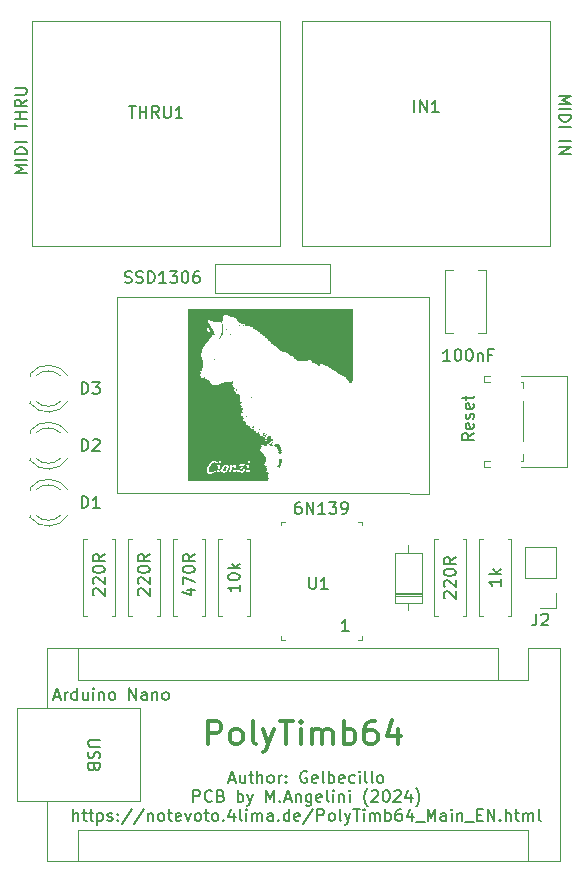
<source format=gbr>
%TF.GenerationSoftware,KiCad,Pcbnew,6.0.11-2627ca5db0~126~ubuntu20.04.1*%
%TF.CreationDate,2024-04-08T20:38:18+02:00*%
%TF.ProjectId,polyTimb64,706f6c79-5469-46d6-9236-342e6b696361,rev?*%
%TF.SameCoordinates,Original*%
%TF.FileFunction,Legend,Top*%
%TF.FilePolarity,Positive*%
%FSLAX46Y46*%
G04 Gerber Fmt 4.6, Leading zero omitted, Abs format (unit mm)*
G04 Created by KiCad (PCBNEW 6.0.11-2627ca5db0~126~ubuntu20.04.1) date 2024-04-08 20:38:18*
%MOMM*%
%LPD*%
G01*
G04 APERTURE LIST*
%ADD10C,0.300000*%
%ADD11C,0.150000*%
%ADD12C,0.200000*%
%ADD13C,0.120000*%
%ADD14C,0.100000*%
G04 APERTURE END LIST*
D10*
X97822761Y-110886761D02*
X97822761Y-108886761D01*
X98584666Y-108886761D01*
X98775142Y-108982000D01*
X98870380Y-109077238D01*
X98965619Y-109267714D01*
X98965619Y-109553428D01*
X98870380Y-109743904D01*
X98775142Y-109839142D01*
X98584666Y-109934380D01*
X97822761Y-109934380D01*
X100108476Y-110886761D02*
X99918000Y-110791523D01*
X99822761Y-110696285D01*
X99727523Y-110505809D01*
X99727523Y-109934380D01*
X99822761Y-109743904D01*
X99918000Y-109648666D01*
X100108476Y-109553428D01*
X100394190Y-109553428D01*
X100584666Y-109648666D01*
X100679904Y-109743904D01*
X100775142Y-109934380D01*
X100775142Y-110505809D01*
X100679904Y-110696285D01*
X100584666Y-110791523D01*
X100394190Y-110886761D01*
X100108476Y-110886761D01*
X101918000Y-110886761D02*
X101727523Y-110791523D01*
X101632285Y-110601047D01*
X101632285Y-108886761D01*
X102489428Y-109553428D02*
X102965619Y-110886761D01*
X103441809Y-109553428D02*
X102965619Y-110886761D01*
X102775142Y-111362952D01*
X102679904Y-111458190D01*
X102489428Y-111553428D01*
X103918000Y-108886761D02*
X105060857Y-108886761D01*
X104489428Y-110886761D02*
X104489428Y-108886761D01*
X105727523Y-110886761D02*
X105727523Y-109553428D01*
X105727523Y-108886761D02*
X105632285Y-108982000D01*
X105727523Y-109077238D01*
X105822761Y-108982000D01*
X105727523Y-108886761D01*
X105727523Y-109077238D01*
X106679904Y-110886761D02*
X106679904Y-109553428D01*
X106679904Y-109743904D02*
X106775142Y-109648666D01*
X106965619Y-109553428D01*
X107251333Y-109553428D01*
X107441809Y-109648666D01*
X107537047Y-109839142D01*
X107537047Y-110886761D01*
X107537047Y-109839142D02*
X107632285Y-109648666D01*
X107822761Y-109553428D01*
X108108476Y-109553428D01*
X108298952Y-109648666D01*
X108394190Y-109839142D01*
X108394190Y-110886761D01*
X109346571Y-110886761D02*
X109346571Y-108886761D01*
X109346571Y-109648666D02*
X109537047Y-109553428D01*
X109918000Y-109553428D01*
X110108476Y-109648666D01*
X110203714Y-109743904D01*
X110298952Y-109934380D01*
X110298952Y-110505809D01*
X110203714Y-110696285D01*
X110108476Y-110791523D01*
X109918000Y-110886761D01*
X109537047Y-110886761D01*
X109346571Y-110791523D01*
X112013238Y-108886761D02*
X111632285Y-108886761D01*
X111441809Y-108982000D01*
X111346571Y-109077238D01*
X111156095Y-109362952D01*
X111060857Y-109743904D01*
X111060857Y-110505809D01*
X111156095Y-110696285D01*
X111251333Y-110791523D01*
X111441809Y-110886761D01*
X111822761Y-110886761D01*
X112013238Y-110791523D01*
X112108476Y-110696285D01*
X112203714Y-110505809D01*
X112203714Y-110029619D01*
X112108476Y-109839142D01*
X112013238Y-109743904D01*
X111822761Y-109648666D01*
X111441809Y-109648666D01*
X111251333Y-109743904D01*
X111156095Y-109839142D01*
X111060857Y-110029619D01*
X113918000Y-109553428D02*
X113918000Y-110886761D01*
X113441809Y-108791523D02*
X112965619Y-110220095D01*
X114203714Y-110220095D01*
D11*
X82494380Y-62547047D02*
X81494380Y-62547047D01*
X82208666Y-62213714D01*
X81494380Y-61880380D01*
X82494380Y-61880380D01*
X82494380Y-61404190D02*
X81494380Y-61404190D01*
X82494380Y-60928000D02*
X81494380Y-60928000D01*
X81494380Y-60689904D01*
X81542000Y-60547047D01*
X81637238Y-60451809D01*
X81732476Y-60404190D01*
X81922952Y-60356571D01*
X82065809Y-60356571D01*
X82256285Y-60404190D01*
X82351523Y-60451809D01*
X82446761Y-60547047D01*
X82494380Y-60689904D01*
X82494380Y-60928000D01*
X82494380Y-59928000D02*
X81494380Y-59928000D01*
X81494380Y-58832761D02*
X81494380Y-58261333D01*
X82494380Y-58547047D02*
X81494380Y-58547047D01*
X82494380Y-57928000D02*
X81494380Y-57928000D01*
X81970571Y-57928000D02*
X81970571Y-57356571D01*
X82494380Y-57356571D02*
X81494380Y-57356571D01*
X82494380Y-56308952D02*
X82018190Y-56642285D01*
X82494380Y-56880380D02*
X81494380Y-56880380D01*
X81494380Y-56499428D01*
X81542000Y-56404190D01*
X81589619Y-56356571D01*
X81684857Y-56308952D01*
X81827714Y-56308952D01*
X81922952Y-56356571D01*
X81970571Y-56404190D01*
X82018190Y-56499428D01*
X82018190Y-56880380D01*
X81494380Y-55880380D02*
X82303904Y-55880380D01*
X82399142Y-55832761D01*
X82446761Y-55785142D01*
X82494380Y-55689904D01*
X82494380Y-55499428D01*
X82446761Y-55404190D01*
X82399142Y-55356571D01*
X82303904Y-55308952D01*
X81494380Y-55308952D01*
X127563619Y-55967619D02*
X128563619Y-55967619D01*
X127849333Y-56300952D01*
X128563619Y-56634285D01*
X127563619Y-56634285D01*
X127563619Y-57110476D02*
X128563619Y-57110476D01*
X127563619Y-57586666D02*
X128563619Y-57586666D01*
X128563619Y-57824761D01*
X128516000Y-57967619D01*
X128420761Y-58062857D01*
X128325523Y-58110476D01*
X128135047Y-58158095D01*
X127992190Y-58158095D01*
X127801714Y-58110476D01*
X127706476Y-58062857D01*
X127611238Y-57967619D01*
X127563619Y-57824761D01*
X127563619Y-57586666D01*
X127563619Y-58586666D02*
X128563619Y-58586666D01*
X127563619Y-59824761D02*
X128563619Y-59824761D01*
X127563619Y-60300952D02*
X128563619Y-60300952D01*
X127563619Y-60872380D01*
X128563619Y-60872380D01*
X99648190Y-113872666D02*
X100124380Y-113872666D01*
X99552952Y-114158380D02*
X99886285Y-113158380D01*
X100219619Y-114158380D01*
X100981523Y-113491714D02*
X100981523Y-114158380D01*
X100552952Y-113491714D02*
X100552952Y-114015523D01*
X100600571Y-114110761D01*
X100695809Y-114158380D01*
X100838666Y-114158380D01*
X100933904Y-114110761D01*
X100981523Y-114063142D01*
X101314857Y-113491714D02*
X101695809Y-113491714D01*
X101457714Y-113158380D02*
X101457714Y-114015523D01*
X101505333Y-114110761D01*
X101600571Y-114158380D01*
X101695809Y-114158380D01*
X102029142Y-114158380D02*
X102029142Y-113158380D01*
X102457714Y-114158380D02*
X102457714Y-113634571D01*
X102410095Y-113539333D01*
X102314857Y-113491714D01*
X102172000Y-113491714D01*
X102076761Y-113539333D01*
X102029142Y-113586952D01*
X103076761Y-114158380D02*
X102981523Y-114110761D01*
X102933904Y-114063142D01*
X102886285Y-113967904D01*
X102886285Y-113682190D01*
X102933904Y-113586952D01*
X102981523Y-113539333D01*
X103076761Y-113491714D01*
X103219619Y-113491714D01*
X103314857Y-113539333D01*
X103362476Y-113586952D01*
X103410095Y-113682190D01*
X103410095Y-113967904D01*
X103362476Y-114063142D01*
X103314857Y-114110761D01*
X103219619Y-114158380D01*
X103076761Y-114158380D01*
X103838666Y-114158380D02*
X103838666Y-113491714D01*
X103838666Y-113682190D02*
X103886285Y-113586952D01*
X103933904Y-113539333D01*
X104029142Y-113491714D01*
X104124380Y-113491714D01*
X104457714Y-114063142D02*
X104505333Y-114110761D01*
X104457714Y-114158380D01*
X104410095Y-114110761D01*
X104457714Y-114063142D01*
X104457714Y-114158380D01*
X104457714Y-113539333D02*
X104505333Y-113586952D01*
X104457714Y-113634571D01*
X104410095Y-113586952D01*
X104457714Y-113539333D01*
X104457714Y-113634571D01*
X106219619Y-113206000D02*
X106124380Y-113158380D01*
X105981523Y-113158380D01*
X105838666Y-113206000D01*
X105743428Y-113301238D01*
X105695809Y-113396476D01*
X105648190Y-113586952D01*
X105648190Y-113729809D01*
X105695809Y-113920285D01*
X105743428Y-114015523D01*
X105838666Y-114110761D01*
X105981523Y-114158380D01*
X106076761Y-114158380D01*
X106219619Y-114110761D01*
X106267238Y-114063142D01*
X106267238Y-113729809D01*
X106076761Y-113729809D01*
X107076761Y-114110761D02*
X106981523Y-114158380D01*
X106791047Y-114158380D01*
X106695809Y-114110761D01*
X106648190Y-114015523D01*
X106648190Y-113634571D01*
X106695809Y-113539333D01*
X106791047Y-113491714D01*
X106981523Y-113491714D01*
X107076761Y-113539333D01*
X107124380Y-113634571D01*
X107124380Y-113729809D01*
X106648190Y-113825047D01*
X107695809Y-114158380D02*
X107600571Y-114110761D01*
X107552952Y-114015523D01*
X107552952Y-113158380D01*
X108076761Y-114158380D02*
X108076761Y-113158380D01*
X108076761Y-113539333D02*
X108172000Y-113491714D01*
X108362476Y-113491714D01*
X108457714Y-113539333D01*
X108505333Y-113586952D01*
X108552952Y-113682190D01*
X108552952Y-113967904D01*
X108505333Y-114063142D01*
X108457714Y-114110761D01*
X108362476Y-114158380D01*
X108172000Y-114158380D01*
X108076761Y-114110761D01*
X109362476Y-114110761D02*
X109267238Y-114158380D01*
X109076761Y-114158380D01*
X108981523Y-114110761D01*
X108933904Y-114015523D01*
X108933904Y-113634571D01*
X108981523Y-113539333D01*
X109076761Y-113491714D01*
X109267238Y-113491714D01*
X109362476Y-113539333D01*
X109410095Y-113634571D01*
X109410095Y-113729809D01*
X108933904Y-113825047D01*
X110267238Y-114110761D02*
X110172000Y-114158380D01*
X109981523Y-114158380D01*
X109886285Y-114110761D01*
X109838666Y-114063142D01*
X109791047Y-113967904D01*
X109791047Y-113682190D01*
X109838666Y-113586952D01*
X109886285Y-113539333D01*
X109981523Y-113491714D01*
X110172000Y-113491714D01*
X110267238Y-113539333D01*
X110695809Y-114158380D02*
X110695809Y-113491714D01*
X110695809Y-113158380D02*
X110648190Y-113206000D01*
X110695809Y-113253619D01*
X110743428Y-113206000D01*
X110695809Y-113158380D01*
X110695809Y-113253619D01*
X111314857Y-114158380D02*
X111219619Y-114110761D01*
X111172000Y-114015523D01*
X111172000Y-113158380D01*
X111838666Y-114158380D02*
X111743428Y-114110761D01*
X111695809Y-114015523D01*
X111695809Y-113158380D01*
X112362476Y-114158380D02*
X112267238Y-114110761D01*
X112219619Y-114063142D01*
X112172000Y-113967904D01*
X112172000Y-113682190D01*
X112219619Y-113586952D01*
X112267238Y-113539333D01*
X112362476Y-113491714D01*
X112505333Y-113491714D01*
X112600571Y-113539333D01*
X112648190Y-113586952D01*
X112695809Y-113682190D01*
X112695809Y-113967904D01*
X112648190Y-114063142D01*
X112600571Y-114110761D01*
X112505333Y-114158380D01*
X112362476Y-114158380D01*
X96600571Y-115768380D02*
X96600571Y-114768380D01*
X96981523Y-114768380D01*
X97076761Y-114816000D01*
X97124380Y-114863619D01*
X97172000Y-114958857D01*
X97172000Y-115101714D01*
X97124380Y-115196952D01*
X97076761Y-115244571D01*
X96981523Y-115292190D01*
X96600571Y-115292190D01*
X98172000Y-115673142D02*
X98124380Y-115720761D01*
X97981523Y-115768380D01*
X97886285Y-115768380D01*
X97743428Y-115720761D01*
X97648190Y-115625523D01*
X97600571Y-115530285D01*
X97552952Y-115339809D01*
X97552952Y-115196952D01*
X97600571Y-115006476D01*
X97648190Y-114911238D01*
X97743428Y-114816000D01*
X97886285Y-114768380D01*
X97981523Y-114768380D01*
X98124380Y-114816000D01*
X98172000Y-114863619D01*
X98933904Y-115244571D02*
X99076761Y-115292190D01*
X99124380Y-115339809D01*
X99172000Y-115435047D01*
X99172000Y-115577904D01*
X99124380Y-115673142D01*
X99076761Y-115720761D01*
X98981523Y-115768380D01*
X98600571Y-115768380D01*
X98600571Y-114768380D01*
X98933904Y-114768380D01*
X99029142Y-114816000D01*
X99076761Y-114863619D01*
X99124380Y-114958857D01*
X99124380Y-115054095D01*
X99076761Y-115149333D01*
X99029142Y-115196952D01*
X98933904Y-115244571D01*
X98600571Y-115244571D01*
X100362476Y-115768380D02*
X100362476Y-114768380D01*
X100362476Y-115149333D02*
X100457714Y-115101714D01*
X100648190Y-115101714D01*
X100743428Y-115149333D01*
X100791047Y-115196952D01*
X100838666Y-115292190D01*
X100838666Y-115577904D01*
X100791047Y-115673142D01*
X100743428Y-115720761D01*
X100648190Y-115768380D01*
X100457714Y-115768380D01*
X100362476Y-115720761D01*
X101172000Y-115101714D02*
X101410095Y-115768380D01*
X101648190Y-115101714D02*
X101410095Y-115768380D01*
X101314857Y-116006476D01*
X101267238Y-116054095D01*
X101172000Y-116101714D01*
X102791047Y-115768380D02*
X102791047Y-114768380D01*
X103124380Y-115482666D01*
X103457714Y-114768380D01*
X103457714Y-115768380D01*
X103933904Y-115673142D02*
X103981523Y-115720761D01*
X103933904Y-115768380D01*
X103886285Y-115720761D01*
X103933904Y-115673142D01*
X103933904Y-115768380D01*
X104362476Y-115482666D02*
X104838666Y-115482666D01*
X104267238Y-115768380D02*
X104600571Y-114768380D01*
X104933904Y-115768380D01*
X105267238Y-115101714D02*
X105267238Y-115768380D01*
X105267238Y-115196952D02*
X105314857Y-115149333D01*
X105410095Y-115101714D01*
X105552952Y-115101714D01*
X105648190Y-115149333D01*
X105695809Y-115244571D01*
X105695809Y-115768380D01*
X106600571Y-115101714D02*
X106600571Y-115911238D01*
X106552952Y-116006476D01*
X106505333Y-116054095D01*
X106410095Y-116101714D01*
X106267238Y-116101714D01*
X106172000Y-116054095D01*
X106600571Y-115720761D02*
X106505333Y-115768380D01*
X106314857Y-115768380D01*
X106219619Y-115720761D01*
X106172000Y-115673142D01*
X106124380Y-115577904D01*
X106124380Y-115292190D01*
X106172000Y-115196952D01*
X106219619Y-115149333D01*
X106314857Y-115101714D01*
X106505333Y-115101714D01*
X106600571Y-115149333D01*
X107457714Y-115720761D02*
X107362476Y-115768380D01*
X107172000Y-115768380D01*
X107076761Y-115720761D01*
X107029142Y-115625523D01*
X107029142Y-115244571D01*
X107076761Y-115149333D01*
X107172000Y-115101714D01*
X107362476Y-115101714D01*
X107457714Y-115149333D01*
X107505333Y-115244571D01*
X107505333Y-115339809D01*
X107029142Y-115435047D01*
X108076761Y-115768380D02*
X107981523Y-115720761D01*
X107933904Y-115625523D01*
X107933904Y-114768380D01*
X108457714Y-115768380D02*
X108457714Y-115101714D01*
X108457714Y-114768380D02*
X108410095Y-114816000D01*
X108457714Y-114863619D01*
X108505333Y-114816000D01*
X108457714Y-114768380D01*
X108457714Y-114863619D01*
X108933904Y-115101714D02*
X108933904Y-115768380D01*
X108933904Y-115196952D02*
X108981523Y-115149333D01*
X109076761Y-115101714D01*
X109219619Y-115101714D01*
X109314857Y-115149333D01*
X109362476Y-115244571D01*
X109362476Y-115768380D01*
X109838666Y-115768380D02*
X109838666Y-115101714D01*
X109838666Y-114768380D02*
X109791047Y-114816000D01*
X109838666Y-114863619D01*
X109886285Y-114816000D01*
X109838666Y-114768380D01*
X109838666Y-114863619D01*
X111362476Y-116149333D02*
X111314857Y-116101714D01*
X111219619Y-115958857D01*
X111172000Y-115863619D01*
X111124380Y-115720761D01*
X111076761Y-115482666D01*
X111076761Y-115292190D01*
X111124380Y-115054095D01*
X111172000Y-114911238D01*
X111219619Y-114816000D01*
X111314857Y-114673142D01*
X111362476Y-114625523D01*
X111695809Y-114863619D02*
X111743428Y-114816000D01*
X111838666Y-114768380D01*
X112076761Y-114768380D01*
X112172000Y-114816000D01*
X112219619Y-114863619D01*
X112267238Y-114958857D01*
X112267238Y-115054095D01*
X112219619Y-115196952D01*
X111648190Y-115768380D01*
X112267238Y-115768380D01*
X112886285Y-114768380D02*
X112981523Y-114768380D01*
X113076761Y-114816000D01*
X113124380Y-114863619D01*
X113172000Y-114958857D01*
X113219619Y-115149333D01*
X113219619Y-115387428D01*
X113172000Y-115577904D01*
X113124380Y-115673142D01*
X113076761Y-115720761D01*
X112981523Y-115768380D01*
X112886285Y-115768380D01*
X112791047Y-115720761D01*
X112743428Y-115673142D01*
X112695809Y-115577904D01*
X112648190Y-115387428D01*
X112648190Y-115149333D01*
X112695809Y-114958857D01*
X112743428Y-114863619D01*
X112791047Y-114816000D01*
X112886285Y-114768380D01*
X113600571Y-114863619D02*
X113648190Y-114816000D01*
X113743428Y-114768380D01*
X113981523Y-114768380D01*
X114076761Y-114816000D01*
X114124380Y-114863619D01*
X114172000Y-114958857D01*
X114172000Y-115054095D01*
X114124380Y-115196952D01*
X113552952Y-115768380D01*
X114172000Y-115768380D01*
X115029142Y-115101714D02*
X115029142Y-115768380D01*
X114791047Y-114720761D02*
X114552952Y-115435047D01*
X115172000Y-115435047D01*
X115457714Y-116149333D02*
X115505333Y-116101714D01*
X115600571Y-115958857D01*
X115648190Y-115863619D01*
X115695809Y-115720761D01*
X115743428Y-115482666D01*
X115743428Y-115292190D01*
X115695809Y-115054095D01*
X115648190Y-114911238D01*
X115600571Y-114816000D01*
X115505333Y-114673142D01*
X115457714Y-114625523D01*
X86433904Y-117378380D02*
X86433904Y-116378380D01*
X86862476Y-117378380D02*
X86862476Y-116854571D01*
X86814857Y-116759333D01*
X86719619Y-116711714D01*
X86576761Y-116711714D01*
X86481523Y-116759333D01*
X86433904Y-116806952D01*
X87195809Y-116711714D02*
X87576761Y-116711714D01*
X87338666Y-116378380D02*
X87338666Y-117235523D01*
X87386285Y-117330761D01*
X87481523Y-117378380D01*
X87576761Y-117378380D01*
X87767238Y-116711714D02*
X88148190Y-116711714D01*
X87910095Y-116378380D02*
X87910095Y-117235523D01*
X87957714Y-117330761D01*
X88052952Y-117378380D01*
X88148190Y-117378380D01*
X88481523Y-116711714D02*
X88481523Y-117711714D01*
X88481523Y-116759333D02*
X88576761Y-116711714D01*
X88767238Y-116711714D01*
X88862476Y-116759333D01*
X88910095Y-116806952D01*
X88957714Y-116902190D01*
X88957714Y-117187904D01*
X88910095Y-117283142D01*
X88862476Y-117330761D01*
X88767238Y-117378380D01*
X88576761Y-117378380D01*
X88481523Y-117330761D01*
X89338666Y-117330761D02*
X89433904Y-117378380D01*
X89624380Y-117378380D01*
X89719619Y-117330761D01*
X89767238Y-117235523D01*
X89767238Y-117187904D01*
X89719619Y-117092666D01*
X89624380Y-117045047D01*
X89481523Y-117045047D01*
X89386285Y-116997428D01*
X89338666Y-116902190D01*
X89338666Y-116854571D01*
X89386285Y-116759333D01*
X89481523Y-116711714D01*
X89624380Y-116711714D01*
X89719619Y-116759333D01*
X90195809Y-117283142D02*
X90243428Y-117330761D01*
X90195809Y-117378380D01*
X90148190Y-117330761D01*
X90195809Y-117283142D01*
X90195809Y-117378380D01*
X90195809Y-116759333D02*
X90243428Y-116806952D01*
X90195809Y-116854571D01*
X90148190Y-116806952D01*
X90195809Y-116759333D01*
X90195809Y-116854571D01*
X91386285Y-116330761D02*
X90529142Y-117616476D01*
X92433904Y-116330761D02*
X91576761Y-117616476D01*
X92767238Y-116711714D02*
X92767238Y-117378380D01*
X92767238Y-116806952D02*
X92814857Y-116759333D01*
X92910095Y-116711714D01*
X93052952Y-116711714D01*
X93148190Y-116759333D01*
X93195809Y-116854571D01*
X93195809Y-117378380D01*
X93814857Y-117378380D02*
X93719619Y-117330761D01*
X93672000Y-117283142D01*
X93624380Y-117187904D01*
X93624380Y-116902190D01*
X93672000Y-116806952D01*
X93719619Y-116759333D01*
X93814857Y-116711714D01*
X93957714Y-116711714D01*
X94052952Y-116759333D01*
X94100571Y-116806952D01*
X94148190Y-116902190D01*
X94148190Y-117187904D01*
X94100571Y-117283142D01*
X94052952Y-117330761D01*
X93957714Y-117378380D01*
X93814857Y-117378380D01*
X94433904Y-116711714D02*
X94814857Y-116711714D01*
X94576761Y-116378380D02*
X94576761Y-117235523D01*
X94624380Y-117330761D01*
X94719619Y-117378380D01*
X94814857Y-117378380D01*
X95529142Y-117330761D02*
X95433904Y-117378380D01*
X95243428Y-117378380D01*
X95148190Y-117330761D01*
X95100571Y-117235523D01*
X95100571Y-116854571D01*
X95148190Y-116759333D01*
X95243428Y-116711714D01*
X95433904Y-116711714D01*
X95529142Y-116759333D01*
X95576761Y-116854571D01*
X95576761Y-116949809D01*
X95100571Y-117045047D01*
X95910095Y-116711714D02*
X96148190Y-117378380D01*
X96386285Y-116711714D01*
X96910095Y-117378380D02*
X96814857Y-117330761D01*
X96767238Y-117283142D01*
X96719619Y-117187904D01*
X96719619Y-116902190D01*
X96767238Y-116806952D01*
X96814857Y-116759333D01*
X96910095Y-116711714D01*
X97052952Y-116711714D01*
X97148190Y-116759333D01*
X97195809Y-116806952D01*
X97243428Y-116902190D01*
X97243428Y-117187904D01*
X97195809Y-117283142D01*
X97148190Y-117330761D01*
X97052952Y-117378380D01*
X96910095Y-117378380D01*
X97529142Y-116711714D02*
X97910095Y-116711714D01*
X97672000Y-116378380D02*
X97672000Y-117235523D01*
X97719619Y-117330761D01*
X97814857Y-117378380D01*
X97910095Y-117378380D01*
X98386285Y-117378380D02*
X98291047Y-117330761D01*
X98243428Y-117283142D01*
X98195809Y-117187904D01*
X98195809Y-116902190D01*
X98243428Y-116806952D01*
X98291047Y-116759333D01*
X98386285Y-116711714D01*
X98529142Y-116711714D01*
X98624380Y-116759333D01*
X98672000Y-116806952D01*
X98719619Y-116902190D01*
X98719619Y-117187904D01*
X98672000Y-117283142D01*
X98624380Y-117330761D01*
X98529142Y-117378380D01*
X98386285Y-117378380D01*
X99148190Y-117283142D02*
X99195809Y-117330761D01*
X99148190Y-117378380D01*
X99100571Y-117330761D01*
X99148190Y-117283142D01*
X99148190Y-117378380D01*
X100052952Y-116711714D02*
X100052952Y-117378380D01*
X99814857Y-116330761D02*
X99576761Y-117045047D01*
X100195809Y-117045047D01*
X100719619Y-117378380D02*
X100624380Y-117330761D01*
X100576761Y-117235523D01*
X100576761Y-116378380D01*
X101100571Y-117378380D02*
X101100571Y-116711714D01*
X101100571Y-116378380D02*
X101052952Y-116426000D01*
X101100571Y-116473619D01*
X101148190Y-116426000D01*
X101100571Y-116378380D01*
X101100571Y-116473619D01*
X101576761Y-117378380D02*
X101576761Y-116711714D01*
X101576761Y-116806952D02*
X101624380Y-116759333D01*
X101719619Y-116711714D01*
X101862476Y-116711714D01*
X101957714Y-116759333D01*
X102005333Y-116854571D01*
X102005333Y-117378380D01*
X102005333Y-116854571D02*
X102052952Y-116759333D01*
X102148190Y-116711714D01*
X102291047Y-116711714D01*
X102386285Y-116759333D01*
X102433904Y-116854571D01*
X102433904Y-117378380D01*
X103338666Y-117378380D02*
X103338666Y-116854571D01*
X103291047Y-116759333D01*
X103195809Y-116711714D01*
X103005333Y-116711714D01*
X102910095Y-116759333D01*
X103338666Y-117330761D02*
X103243428Y-117378380D01*
X103005333Y-117378380D01*
X102910095Y-117330761D01*
X102862476Y-117235523D01*
X102862476Y-117140285D01*
X102910095Y-117045047D01*
X103005333Y-116997428D01*
X103243428Y-116997428D01*
X103338666Y-116949809D01*
X103814857Y-117283142D02*
X103862476Y-117330761D01*
X103814857Y-117378380D01*
X103767238Y-117330761D01*
X103814857Y-117283142D01*
X103814857Y-117378380D01*
X104719619Y-117378380D02*
X104719619Y-116378380D01*
X104719619Y-117330761D02*
X104624380Y-117378380D01*
X104433904Y-117378380D01*
X104338666Y-117330761D01*
X104291047Y-117283142D01*
X104243428Y-117187904D01*
X104243428Y-116902190D01*
X104291047Y-116806952D01*
X104338666Y-116759333D01*
X104433904Y-116711714D01*
X104624380Y-116711714D01*
X104719619Y-116759333D01*
X105576761Y-117330761D02*
X105481523Y-117378380D01*
X105291047Y-117378380D01*
X105195809Y-117330761D01*
X105148190Y-117235523D01*
X105148190Y-116854571D01*
X105195809Y-116759333D01*
X105291047Y-116711714D01*
X105481523Y-116711714D01*
X105576761Y-116759333D01*
X105624380Y-116854571D01*
X105624380Y-116949809D01*
X105148190Y-117045047D01*
X106767238Y-116330761D02*
X105910095Y-117616476D01*
X107100571Y-117378380D02*
X107100571Y-116378380D01*
X107481523Y-116378380D01*
X107576761Y-116426000D01*
X107624380Y-116473619D01*
X107672000Y-116568857D01*
X107672000Y-116711714D01*
X107624380Y-116806952D01*
X107576761Y-116854571D01*
X107481523Y-116902190D01*
X107100571Y-116902190D01*
X108243428Y-117378380D02*
X108148190Y-117330761D01*
X108100571Y-117283142D01*
X108052952Y-117187904D01*
X108052952Y-116902190D01*
X108100571Y-116806952D01*
X108148190Y-116759333D01*
X108243428Y-116711714D01*
X108386285Y-116711714D01*
X108481523Y-116759333D01*
X108529142Y-116806952D01*
X108576761Y-116902190D01*
X108576761Y-117187904D01*
X108529142Y-117283142D01*
X108481523Y-117330761D01*
X108386285Y-117378380D01*
X108243428Y-117378380D01*
X109148190Y-117378380D02*
X109052952Y-117330761D01*
X109005333Y-117235523D01*
X109005333Y-116378380D01*
X109433904Y-116711714D02*
X109672000Y-117378380D01*
X109910095Y-116711714D02*
X109672000Y-117378380D01*
X109576761Y-117616476D01*
X109529142Y-117664095D01*
X109433904Y-117711714D01*
X110148190Y-116378380D02*
X110719619Y-116378380D01*
X110433904Y-117378380D02*
X110433904Y-116378380D01*
X111052952Y-117378380D02*
X111052952Y-116711714D01*
X111052952Y-116378380D02*
X111005333Y-116426000D01*
X111052952Y-116473619D01*
X111100571Y-116426000D01*
X111052952Y-116378380D01*
X111052952Y-116473619D01*
X111529142Y-117378380D02*
X111529142Y-116711714D01*
X111529142Y-116806952D02*
X111576761Y-116759333D01*
X111672000Y-116711714D01*
X111814857Y-116711714D01*
X111910095Y-116759333D01*
X111957714Y-116854571D01*
X111957714Y-117378380D01*
X111957714Y-116854571D02*
X112005333Y-116759333D01*
X112100571Y-116711714D01*
X112243428Y-116711714D01*
X112338666Y-116759333D01*
X112386285Y-116854571D01*
X112386285Y-117378380D01*
X112862476Y-117378380D02*
X112862476Y-116378380D01*
X112862476Y-116759333D02*
X112957714Y-116711714D01*
X113148190Y-116711714D01*
X113243428Y-116759333D01*
X113291047Y-116806952D01*
X113338666Y-116902190D01*
X113338666Y-117187904D01*
X113291047Y-117283142D01*
X113243428Y-117330761D01*
X113148190Y-117378380D01*
X112957714Y-117378380D01*
X112862476Y-117330761D01*
X114195809Y-116378380D02*
X114005333Y-116378380D01*
X113910095Y-116426000D01*
X113862476Y-116473619D01*
X113767238Y-116616476D01*
X113719619Y-116806952D01*
X113719619Y-117187904D01*
X113767238Y-117283142D01*
X113814857Y-117330761D01*
X113910095Y-117378380D01*
X114100571Y-117378380D01*
X114195809Y-117330761D01*
X114243428Y-117283142D01*
X114291047Y-117187904D01*
X114291047Y-116949809D01*
X114243428Y-116854571D01*
X114195809Y-116806952D01*
X114100571Y-116759333D01*
X113910095Y-116759333D01*
X113814857Y-116806952D01*
X113767238Y-116854571D01*
X113719619Y-116949809D01*
X115148190Y-116711714D02*
X115148190Y-117378380D01*
X114910095Y-116330761D02*
X114671999Y-117045047D01*
X115291047Y-117045047D01*
X115433904Y-117473619D02*
X116195809Y-117473619D01*
X116433904Y-117378380D02*
X116433904Y-116378380D01*
X116767238Y-117092666D01*
X117100571Y-116378380D01*
X117100571Y-117378380D01*
X118005333Y-117378380D02*
X118005333Y-116854571D01*
X117957714Y-116759333D01*
X117862476Y-116711714D01*
X117671999Y-116711714D01*
X117576761Y-116759333D01*
X118005333Y-117330761D02*
X117910095Y-117378380D01*
X117671999Y-117378380D01*
X117576761Y-117330761D01*
X117529142Y-117235523D01*
X117529142Y-117140285D01*
X117576761Y-117045047D01*
X117671999Y-116997428D01*
X117910095Y-116997428D01*
X118005333Y-116949809D01*
X118481523Y-117378380D02*
X118481523Y-116711714D01*
X118481523Y-116378380D02*
X118433904Y-116426000D01*
X118481523Y-116473619D01*
X118529142Y-116426000D01*
X118481523Y-116378380D01*
X118481523Y-116473619D01*
X118957714Y-116711714D02*
X118957714Y-117378380D01*
X118957714Y-116806952D02*
X119005333Y-116759333D01*
X119100571Y-116711714D01*
X119243428Y-116711714D01*
X119338666Y-116759333D01*
X119386285Y-116854571D01*
X119386285Y-117378380D01*
X119624380Y-117473619D02*
X120386285Y-117473619D01*
X120624380Y-116854571D02*
X120957714Y-116854571D01*
X121100571Y-117378380D02*
X120624380Y-117378380D01*
X120624380Y-116378380D01*
X121100571Y-116378380D01*
X121529142Y-117378380D02*
X121529142Y-116378380D01*
X122100571Y-117378380D01*
X122100571Y-116378380D01*
X122576761Y-117283142D02*
X122624380Y-117330761D01*
X122576761Y-117378380D01*
X122529142Y-117330761D01*
X122576761Y-117283142D01*
X122576761Y-117378380D01*
X123052952Y-117378380D02*
X123052952Y-116378380D01*
X123481523Y-117378380D02*
X123481523Y-116854571D01*
X123433904Y-116759333D01*
X123338666Y-116711714D01*
X123195809Y-116711714D01*
X123100571Y-116759333D01*
X123052952Y-116806952D01*
X123814857Y-116711714D02*
X124195809Y-116711714D01*
X123957714Y-116378380D02*
X123957714Y-117235523D01*
X124005333Y-117330761D01*
X124100571Y-117378380D01*
X124195809Y-117378380D01*
X124529142Y-117378380D02*
X124529142Y-116711714D01*
X124529142Y-116806952D02*
X124576761Y-116759333D01*
X124671999Y-116711714D01*
X124814857Y-116711714D01*
X124910095Y-116759333D01*
X124957714Y-116854571D01*
X124957714Y-117378380D01*
X124957714Y-116854571D02*
X125005333Y-116759333D01*
X125100571Y-116711714D01*
X125243428Y-116711714D01*
X125338666Y-116759333D01*
X125386285Y-116854571D01*
X125386285Y-117378380D01*
X126005333Y-117378380D02*
X125910095Y-117330761D01*
X125862476Y-117235523D01*
X125862476Y-116378380D01*
D12*
X109759714Y-101290380D02*
X109188285Y-101290380D01*
X109474000Y-101290380D02*
X109474000Y-100290380D01*
X109378761Y-100433238D01*
X109283523Y-100528476D01*
X109188285Y-100576095D01*
D11*
%TO.C,Reset*%
X120340380Y-84550095D02*
X119864190Y-84883428D01*
X120340380Y-85121523D02*
X119340380Y-85121523D01*
X119340380Y-84740571D01*
X119388000Y-84645333D01*
X119435619Y-84597714D01*
X119530857Y-84550095D01*
X119673714Y-84550095D01*
X119768952Y-84597714D01*
X119816571Y-84645333D01*
X119864190Y-84740571D01*
X119864190Y-85121523D01*
X120292761Y-83740571D02*
X120340380Y-83835809D01*
X120340380Y-84026285D01*
X120292761Y-84121523D01*
X120197523Y-84169142D01*
X119816571Y-84169142D01*
X119721333Y-84121523D01*
X119673714Y-84026285D01*
X119673714Y-83835809D01*
X119721333Y-83740571D01*
X119816571Y-83692952D01*
X119911809Y-83692952D01*
X120007047Y-84169142D01*
X120292761Y-83312000D02*
X120340380Y-83216761D01*
X120340380Y-83026285D01*
X120292761Y-82931047D01*
X120197523Y-82883428D01*
X120149904Y-82883428D01*
X120054666Y-82931047D01*
X120007047Y-83026285D01*
X120007047Y-83169142D01*
X119959428Y-83264380D01*
X119864190Y-83312000D01*
X119816571Y-83312000D01*
X119721333Y-83264380D01*
X119673714Y-83169142D01*
X119673714Y-83026285D01*
X119721333Y-82931047D01*
X120292761Y-82073904D02*
X120340380Y-82169142D01*
X120340380Y-82359619D01*
X120292761Y-82454857D01*
X120197523Y-82502476D01*
X119816571Y-82502476D01*
X119721333Y-82454857D01*
X119673714Y-82359619D01*
X119673714Y-82169142D01*
X119721333Y-82073904D01*
X119816571Y-82026285D01*
X119911809Y-82026285D01*
X120007047Y-82502476D01*
X119673714Y-81740571D02*
X119673714Y-81359619D01*
X119340380Y-81597714D02*
X120197523Y-81597714D01*
X120292761Y-81550095D01*
X120340380Y-81454857D01*
X120340380Y-81359619D01*
D10*
%TO.C, *%
D11*
%TO.C,Brd1*%
X90813333Y-71778761D02*
X90956190Y-71826380D01*
X91194285Y-71826380D01*
X91289523Y-71778761D01*
X91337142Y-71731142D01*
X91384761Y-71635904D01*
X91384761Y-71540666D01*
X91337142Y-71445428D01*
X91289523Y-71397809D01*
X91194285Y-71350190D01*
X91003809Y-71302571D01*
X90908571Y-71254952D01*
X90860952Y-71207333D01*
X90813333Y-71112095D01*
X90813333Y-71016857D01*
X90860952Y-70921619D01*
X90908571Y-70874000D01*
X91003809Y-70826380D01*
X91241904Y-70826380D01*
X91384761Y-70874000D01*
X91765714Y-71778761D02*
X91908571Y-71826380D01*
X92146666Y-71826380D01*
X92241904Y-71778761D01*
X92289523Y-71731142D01*
X92337142Y-71635904D01*
X92337142Y-71540666D01*
X92289523Y-71445428D01*
X92241904Y-71397809D01*
X92146666Y-71350190D01*
X91956190Y-71302571D01*
X91860952Y-71254952D01*
X91813333Y-71207333D01*
X91765714Y-71112095D01*
X91765714Y-71016857D01*
X91813333Y-70921619D01*
X91860952Y-70874000D01*
X91956190Y-70826380D01*
X92194285Y-70826380D01*
X92337142Y-70874000D01*
X92765714Y-71826380D02*
X92765714Y-70826380D01*
X93003809Y-70826380D01*
X93146666Y-70874000D01*
X93241904Y-70969238D01*
X93289523Y-71064476D01*
X93337142Y-71254952D01*
X93337142Y-71397809D01*
X93289523Y-71588285D01*
X93241904Y-71683523D01*
X93146666Y-71778761D01*
X93003809Y-71826380D01*
X92765714Y-71826380D01*
X94289523Y-71826380D02*
X93718095Y-71826380D01*
X94003809Y-71826380D02*
X94003809Y-70826380D01*
X93908571Y-70969238D01*
X93813333Y-71064476D01*
X93718095Y-71112095D01*
X94622857Y-70826380D02*
X95241904Y-70826380D01*
X94908571Y-71207333D01*
X95051428Y-71207333D01*
X95146666Y-71254952D01*
X95194285Y-71302571D01*
X95241904Y-71397809D01*
X95241904Y-71635904D01*
X95194285Y-71731142D01*
X95146666Y-71778761D01*
X95051428Y-71826380D01*
X94765714Y-71826380D01*
X94670476Y-71778761D01*
X94622857Y-71731142D01*
X95860952Y-70826380D02*
X95956190Y-70826380D01*
X96051428Y-70874000D01*
X96099047Y-70921619D01*
X96146666Y-71016857D01*
X96194285Y-71207333D01*
X96194285Y-71445428D01*
X96146666Y-71635904D01*
X96099047Y-71731142D01*
X96051428Y-71778761D01*
X95956190Y-71826380D01*
X95860952Y-71826380D01*
X95765714Y-71778761D01*
X95718095Y-71731142D01*
X95670476Y-71635904D01*
X95622857Y-71445428D01*
X95622857Y-71207333D01*
X95670476Y-71016857D01*
X95718095Y-70921619D01*
X95765714Y-70874000D01*
X95860952Y-70826380D01*
X97051428Y-70826380D02*
X96860952Y-70826380D01*
X96765714Y-70874000D01*
X96718095Y-70921619D01*
X96622857Y-71064476D01*
X96575238Y-71254952D01*
X96575238Y-71635904D01*
X96622857Y-71731142D01*
X96670476Y-71778761D01*
X96765714Y-71826380D01*
X96956190Y-71826380D01*
X97051428Y-71778761D01*
X97099047Y-71731142D01*
X97146666Y-71635904D01*
X97146666Y-71397809D01*
X97099047Y-71302571D01*
X97051428Y-71254952D01*
X96956190Y-71207333D01*
X96765714Y-71207333D01*
X96670476Y-71254952D01*
X96622857Y-71302571D01*
X96575238Y-71397809D01*
%TO.C,D3*%
X87145904Y-81224380D02*
X87145904Y-80224380D01*
X87384000Y-80224380D01*
X87526857Y-80272000D01*
X87622095Y-80367238D01*
X87669714Y-80462476D01*
X87717333Y-80652952D01*
X87717333Y-80795809D01*
X87669714Y-80986285D01*
X87622095Y-81081523D01*
X87526857Y-81176761D01*
X87384000Y-81224380D01*
X87145904Y-81224380D01*
X88050666Y-80224380D02*
X88669714Y-80224380D01*
X88336380Y-80605333D01*
X88479238Y-80605333D01*
X88574476Y-80652952D01*
X88622095Y-80700571D01*
X88669714Y-80795809D01*
X88669714Y-81033904D01*
X88622095Y-81129142D01*
X88574476Y-81176761D01*
X88479238Y-81224380D01*
X88193523Y-81224380D01*
X88098285Y-81176761D01*
X88050666Y-81129142D01*
%TO.C,D2*%
X87145904Y-86050380D02*
X87145904Y-85050380D01*
X87384000Y-85050380D01*
X87526857Y-85098000D01*
X87622095Y-85193238D01*
X87669714Y-85288476D01*
X87717333Y-85478952D01*
X87717333Y-85621809D01*
X87669714Y-85812285D01*
X87622095Y-85907523D01*
X87526857Y-86002761D01*
X87384000Y-86050380D01*
X87145904Y-86050380D01*
X88098285Y-85145619D02*
X88145904Y-85098000D01*
X88241142Y-85050380D01*
X88479238Y-85050380D01*
X88574476Y-85098000D01*
X88622095Y-85145619D01*
X88669714Y-85240857D01*
X88669714Y-85336095D01*
X88622095Y-85478952D01*
X88050666Y-86050380D01*
X88669714Y-86050380D01*
%TO.C,D1*%
X87145904Y-90876380D02*
X87145904Y-89876380D01*
X87384000Y-89876380D01*
X87526857Y-89924000D01*
X87622095Y-90019238D01*
X87669714Y-90114476D01*
X87717333Y-90304952D01*
X87717333Y-90447809D01*
X87669714Y-90638285D01*
X87622095Y-90733523D01*
X87526857Y-90828761D01*
X87384000Y-90876380D01*
X87145904Y-90876380D01*
X88669714Y-90876380D02*
X88098285Y-90876380D01*
X88384000Y-90876380D02*
X88384000Y-89876380D01*
X88288761Y-90019238D01*
X88193523Y-90114476D01*
X88098285Y-90162095D01*
%TO.C,THRU1*%
X91162476Y-56856380D02*
X91733904Y-56856380D01*
X91448190Y-57856380D02*
X91448190Y-56856380D01*
X92067238Y-57856380D02*
X92067238Y-56856380D01*
X92067238Y-57332571D02*
X92638666Y-57332571D01*
X92638666Y-57856380D02*
X92638666Y-56856380D01*
X93686285Y-57856380D02*
X93352952Y-57380190D01*
X93114857Y-57856380D02*
X93114857Y-56856380D01*
X93495809Y-56856380D01*
X93591047Y-56904000D01*
X93638666Y-56951619D01*
X93686285Y-57046857D01*
X93686285Y-57189714D01*
X93638666Y-57284952D01*
X93591047Y-57332571D01*
X93495809Y-57380190D01*
X93114857Y-57380190D01*
X94114857Y-56856380D02*
X94114857Y-57665904D01*
X94162476Y-57761142D01*
X94210095Y-57808761D01*
X94305333Y-57856380D01*
X94495809Y-57856380D01*
X94591047Y-57808761D01*
X94638666Y-57761142D01*
X94686285Y-57665904D01*
X94686285Y-56856380D01*
X95686285Y-57856380D02*
X95114857Y-57856380D01*
X95400571Y-57856380D02*
X95400571Y-56856380D01*
X95305333Y-56999238D01*
X95210095Y-57094476D01*
X95114857Y-57142095D01*
%TO.C,IN1*%
X115332000Y-57348380D02*
X115332000Y-56348380D01*
X115808190Y-57348380D02*
X115808190Y-56348380D01*
X116379619Y-57348380D01*
X116379619Y-56348380D01*
X117379619Y-57348380D02*
X116808190Y-57348380D01*
X117093904Y-57348380D02*
X117093904Y-56348380D01*
X116998666Y-56491238D01*
X116903428Y-56586476D01*
X116808190Y-56634095D01*
%TO.C,R1*%
X122626380Y-96893047D02*
X122626380Y-97464476D01*
X122626380Y-97178761D02*
X121626380Y-97178761D01*
X121769238Y-97274000D01*
X121864476Y-97369238D01*
X121912095Y-97464476D01*
X122626380Y-96464476D02*
X121626380Y-96464476D01*
X122245428Y-96369238D02*
X122626380Y-96083523D01*
X121959714Y-96083523D02*
X122340666Y-96464476D01*
%TO.C,R5*%
X92003619Y-98258095D02*
X91956000Y-98210476D01*
X91908380Y-98115238D01*
X91908380Y-97877142D01*
X91956000Y-97781904D01*
X92003619Y-97734285D01*
X92098857Y-97686666D01*
X92194095Y-97686666D01*
X92336952Y-97734285D01*
X92908380Y-98305714D01*
X92908380Y-97686666D01*
X92003619Y-97305714D02*
X91956000Y-97258095D01*
X91908380Y-97162857D01*
X91908380Y-96924761D01*
X91956000Y-96829523D01*
X92003619Y-96781904D01*
X92098857Y-96734285D01*
X92194095Y-96734285D01*
X92336952Y-96781904D01*
X92908380Y-97353333D01*
X92908380Y-96734285D01*
X91908380Y-96115238D02*
X91908380Y-96020000D01*
X91956000Y-95924761D01*
X92003619Y-95877142D01*
X92098857Y-95829523D01*
X92289333Y-95781904D01*
X92527428Y-95781904D01*
X92717904Y-95829523D01*
X92813142Y-95877142D01*
X92860761Y-95924761D01*
X92908380Y-96020000D01*
X92908380Y-96115238D01*
X92860761Y-96210476D01*
X92813142Y-96258095D01*
X92717904Y-96305714D01*
X92527428Y-96353333D01*
X92289333Y-96353333D01*
X92098857Y-96305714D01*
X92003619Y-96258095D01*
X91956000Y-96210476D01*
X91908380Y-96115238D01*
X92908380Y-94781904D02*
X92432190Y-95115238D01*
X92908380Y-95353333D02*
X91908380Y-95353333D01*
X91908380Y-94972380D01*
X91956000Y-94877142D01*
X92003619Y-94829523D01*
X92098857Y-94781904D01*
X92241714Y-94781904D01*
X92336952Y-94829523D01*
X92384571Y-94877142D01*
X92432190Y-94972380D01*
X92432190Y-95353333D01*
%TO.C,C1*%
X118340380Y-78430380D02*
X117768952Y-78430380D01*
X118054666Y-78430380D02*
X118054666Y-77430380D01*
X117959428Y-77573238D01*
X117864190Y-77668476D01*
X117768952Y-77716095D01*
X118959428Y-77430380D02*
X119054666Y-77430380D01*
X119149904Y-77478000D01*
X119197523Y-77525619D01*
X119245142Y-77620857D01*
X119292761Y-77811333D01*
X119292761Y-78049428D01*
X119245142Y-78239904D01*
X119197523Y-78335142D01*
X119149904Y-78382761D01*
X119054666Y-78430380D01*
X118959428Y-78430380D01*
X118864190Y-78382761D01*
X118816571Y-78335142D01*
X118768952Y-78239904D01*
X118721333Y-78049428D01*
X118721333Y-77811333D01*
X118768952Y-77620857D01*
X118816571Y-77525619D01*
X118864190Y-77478000D01*
X118959428Y-77430380D01*
X119911809Y-77430380D02*
X120007047Y-77430380D01*
X120102285Y-77478000D01*
X120149904Y-77525619D01*
X120197523Y-77620857D01*
X120245142Y-77811333D01*
X120245142Y-78049428D01*
X120197523Y-78239904D01*
X120149904Y-78335142D01*
X120102285Y-78382761D01*
X120007047Y-78430380D01*
X119911809Y-78430380D01*
X119816571Y-78382761D01*
X119768952Y-78335142D01*
X119721333Y-78239904D01*
X119673714Y-78049428D01*
X119673714Y-77811333D01*
X119721333Y-77620857D01*
X119768952Y-77525619D01*
X119816571Y-77478000D01*
X119911809Y-77430380D01*
X120673714Y-77763714D02*
X120673714Y-78430380D01*
X120673714Y-77858952D02*
X120721333Y-77811333D01*
X120816571Y-77763714D01*
X120959428Y-77763714D01*
X121054666Y-77811333D01*
X121102285Y-77906571D01*
X121102285Y-78430380D01*
X121911809Y-77906571D02*
X121578476Y-77906571D01*
X121578476Y-78430380D02*
X121578476Y-77430380D01*
X122054666Y-77430380D01*
%TO.C,A1*%
X84804857Y-106846666D02*
X85281047Y-106846666D01*
X84709619Y-107132380D02*
X85042952Y-106132380D01*
X85376285Y-107132380D01*
X85709619Y-107132380D02*
X85709619Y-106465714D01*
X85709619Y-106656190D02*
X85757238Y-106560952D01*
X85804857Y-106513333D01*
X85900095Y-106465714D01*
X85995333Y-106465714D01*
X86757238Y-107132380D02*
X86757238Y-106132380D01*
X86757238Y-107084761D02*
X86662000Y-107132380D01*
X86471523Y-107132380D01*
X86376285Y-107084761D01*
X86328666Y-107037142D01*
X86281047Y-106941904D01*
X86281047Y-106656190D01*
X86328666Y-106560952D01*
X86376285Y-106513333D01*
X86471523Y-106465714D01*
X86662000Y-106465714D01*
X86757238Y-106513333D01*
X87662000Y-106465714D02*
X87662000Y-107132380D01*
X87233428Y-106465714D02*
X87233428Y-106989523D01*
X87281047Y-107084761D01*
X87376285Y-107132380D01*
X87519142Y-107132380D01*
X87614380Y-107084761D01*
X87662000Y-107037142D01*
X88138190Y-107132380D02*
X88138190Y-106465714D01*
X88138190Y-106132380D02*
X88090571Y-106180000D01*
X88138190Y-106227619D01*
X88185809Y-106180000D01*
X88138190Y-106132380D01*
X88138190Y-106227619D01*
X88614380Y-106465714D02*
X88614380Y-107132380D01*
X88614380Y-106560952D02*
X88662000Y-106513333D01*
X88757238Y-106465714D01*
X88900095Y-106465714D01*
X88995333Y-106513333D01*
X89042952Y-106608571D01*
X89042952Y-107132380D01*
X89662000Y-107132380D02*
X89566761Y-107084761D01*
X89519142Y-107037142D01*
X89471523Y-106941904D01*
X89471523Y-106656190D01*
X89519142Y-106560952D01*
X89566761Y-106513333D01*
X89662000Y-106465714D01*
X89804857Y-106465714D01*
X89900095Y-106513333D01*
X89947714Y-106560952D01*
X89995333Y-106656190D01*
X89995333Y-106941904D01*
X89947714Y-107037142D01*
X89900095Y-107084761D01*
X89804857Y-107132380D01*
X89662000Y-107132380D01*
X91185809Y-107132380D02*
X91185809Y-106132380D01*
X91757238Y-107132380D01*
X91757238Y-106132380D01*
X92662000Y-107132380D02*
X92662000Y-106608571D01*
X92614380Y-106513333D01*
X92519142Y-106465714D01*
X92328666Y-106465714D01*
X92233428Y-106513333D01*
X92662000Y-107084761D02*
X92566761Y-107132380D01*
X92328666Y-107132380D01*
X92233428Y-107084761D01*
X92185809Y-106989523D01*
X92185809Y-106894285D01*
X92233428Y-106799047D01*
X92328666Y-106751428D01*
X92566761Y-106751428D01*
X92662000Y-106703809D01*
X93138190Y-106465714D02*
X93138190Y-107132380D01*
X93138190Y-106560952D02*
X93185809Y-106513333D01*
X93281047Y-106465714D01*
X93423904Y-106465714D01*
X93519142Y-106513333D01*
X93566761Y-106608571D01*
X93566761Y-107132380D01*
X94185809Y-107132380D02*
X94090571Y-107084761D01*
X94042952Y-107037142D01*
X93995333Y-106941904D01*
X93995333Y-106656190D01*
X94042952Y-106560952D01*
X94090571Y-106513333D01*
X94185809Y-106465714D01*
X94328666Y-106465714D01*
X94423904Y-106513333D01*
X94471523Y-106560952D01*
X94519142Y-106656190D01*
X94519142Y-106941904D01*
X94471523Y-107037142D01*
X94423904Y-107084761D01*
X94328666Y-107132380D01*
X94185809Y-107132380D01*
X88685619Y-110508095D02*
X87876095Y-110508095D01*
X87780857Y-110555714D01*
X87733238Y-110603333D01*
X87685619Y-110698571D01*
X87685619Y-110889047D01*
X87733238Y-110984285D01*
X87780857Y-111031904D01*
X87876095Y-111079523D01*
X88685619Y-111079523D01*
X87733238Y-111508095D02*
X87685619Y-111650952D01*
X87685619Y-111889047D01*
X87733238Y-111984285D01*
X87780857Y-112031904D01*
X87876095Y-112079523D01*
X87971333Y-112079523D01*
X88066571Y-112031904D01*
X88114190Y-111984285D01*
X88161809Y-111889047D01*
X88209428Y-111698571D01*
X88257047Y-111603333D01*
X88304666Y-111555714D01*
X88399904Y-111508095D01*
X88495142Y-111508095D01*
X88590380Y-111555714D01*
X88638000Y-111603333D01*
X88685619Y-111698571D01*
X88685619Y-111936666D01*
X88638000Y-112079523D01*
X88209428Y-112841428D02*
X88161809Y-112984285D01*
X88114190Y-113031904D01*
X88018952Y-113079523D01*
X87876095Y-113079523D01*
X87780857Y-113031904D01*
X87733238Y-112984285D01*
X87685619Y-112889047D01*
X87685619Y-112508095D01*
X88685619Y-112508095D01*
X88685619Y-112841428D01*
X88638000Y-112936666D01*
X88590380Y-112984285D01*
X88495142Y-113031904D01*
X88399904Y-113031904D01*
X88304666Y-112984285D01*
X88257047Y-112936666D01*
X88209428Y-112841428D01*
X88209428Y-112508095D01*
%TO.C,R6*%
X88193619Y-98258095D02*
X88146000Y-98210476D01*
X88098380Y-98115238D01*
X88098380Y-97877142D01*
X88146000Y-97781904D01*
X88193619Y-97734285D01*
X88288857Y-97686666D01*
X88384095Y-97686666D01*
X88526952Y-97734285D01*
X89098380Y-98305714D01*
X89098380Y-97686666D01*
X88193619Y-97305714D02*
X88146000Y-97258095D01*
X88098380Y-97162857D01*
X88098380Y-96924761D01*
X88146000Y-96829523D01*
X88193619Y-96781904D01*
X88288857Y-96734285D01*
X88384095Y-96734285D01*
X88526952Y-96781904D01*
X89098380Y-97353333D01*
X89098380Y-96734285D01*
X88098380Y-96115238D02*
X88098380Y-96020000D01*
X88146000Y-95924761D01*
X88193619Y-95877142D01*
X88288857Y-95829523D01*
X88479333Y-95781904D01*
X88717428Y-95781904D01*
X88907904Y-95829523D01*
X89003142Y-95877142D01*
X89050761Y-95924761D01*
X89098380Y-96020000D01*
X89098380Y-96115238D01*
X89050761Y-96210476D01*
X89003142Y-96258095D01*
X88907904Y-96305714D01*
X88717428Y-96353333D01*
X88479333Y-96353333D01*
X88288857Y-96305714D01*
X88193619Y-96258095D01*
X88146000Y-96210476D01*
X88098380Y-96115238D01*
X89098380Y-94781904D02*
X88622190Y-95115238D01*
X89098380Y-95353333D02*
X88098380Y-95353333D01*
X88098380Y-94972380D01*
X88146000Y-94877142D01*
X88193619Y-94829523D01*
X88288857Y-94781904D01*
X88431714Y-94781904D01*
X88526952Y-94829523D01*
X88574571Y-94877142D01*
X88622190Y-94972380D01*
X88622190Y-95353333D01*
%TO.C,U1*%
X106426095Y-96734380D02*
X106426095Y-97543904D01*
X106473714Y-97639142D01*
X106521333Y-97686761D01*
X106616571Y-97734380D01*
X106807047Y-97734380D01*
X106902285Y-97686761D01*
X106949904Y-97639142D01*
X106997523Y-97543904D01*
X106997523Y-96734380D01*
X107997523Y-97734380D02*
X107426095Y-97734380D01*
X107711809Y-97734380D02*
X107711809Y-96734380D01*
X107616571Y-96877238D01*
X107521333Y-96972476D01*
X107426095Y-97020095D01*
X105680095Y-90384380D02*
X105489619Y-90384380D01*
X105394380Y-90432000D01*
X105346761Y-90479619D01*
X105251523Y-90622476D01*
X105203904Y-90812952D01*
X105203904Y-91193904D01*
X105251523Y-91289142D01*
X105299142Y-91336761D01*
X105394380Y-91384380D01*
X105584857Y-91384380D01*
X105680095Y-91336761D01*
X105727714Y-91289142D01*
X105775333Y-91193904D01*
X105775333Y-90955809D01*
X105727714Y-90860571D01*
X105680095Y-90812952D01*
X105584857Y-90765333D01*
X105394380Y-90765333D01*
X105299142Y-90812952D01*
X105251523Y-90860571D01*
X105203904Y-90955809D01*
X106203904Y-91384380D02*
X106203904Y-90384380D01*
X106775333Y-91384380D01*
X106775333Y-90384380D01*
X107775333Y-91384380D02*
X107203904Y-91384380D01*
X107489619Y-91384380D02*
X107489619Y-90384380D01*
X107394380Y-90527238D01*
X107299142Y-90622476D01*
X107203904Y-90670095D01*
X108108666Y-90384380D02*
X108727714Y-90384380D01*
X108394380Y-90765333D01*
X108537238Y-90765333D01*
X108632476Y-90812952D01*
X108680095Y-90860571D01*
X108727714Y-90955809D01*
X108727714Y-91193904D01*
X108680095Y-91289142D01*
X108632476Y-91336761D01*
X108537238Y-91384380D01*
X108251523Y-91384380D01*
X108156285Y-91336761D01*
X108108666Y-91289142D01*
X109203904Y-91384380D02*
X109394380Y-91384380D01*
X109489619Y-91336761D01*
X109537238Y-91289142D01*
X109632476Y-91146285D01*
X109680095Y-90955809D01*
X109680095Y-90574857D01*
X109632476Y-90479619D01*
X109584857Y-90432000D01*
X109489619Y-90384380D01*
X109299142Y-90384380D01*
X109203904Y-90432000D01*
X109156285Y-90479619D01*
X109108666Y-90574857D01*
X109108666Y-90812952D01*
X109156285Y-90908190D01*
X109203904Y-90955809D01*
X109299142Y-91003428D01*
X109489619Y-91003428D01*
X109584857Y-90955809D01*
X109632476Y-90908190D01*
X109680095Y-90812952D01*
%TO.C,J2*%
X125650666Y-99826380D02*
X125650666Y-100540666D01*
X125603047Y-100683523D01*
X125507809Y-100778761D01*
X125364952Y-100826380D01*
X125269714Y-100826380D01*
X126079238Y-99921619D02*
X126126857Y-99874000D01*
X126222095Y-99826380D01*
X126460190Y-99826380D01*
X126555428Y-99874000D01*
X126603047Y-99921619D01*
X126650666Y-100016857D01*
X126650666Y-100112095D01*
X126603047Y-100254952D01*
X126031619Y-100826380D01*
X126650666Y-100826380D01*
%TO.C,R3*%
X100528380Y-97369238D02*
X100528380Y-97940666D01*
X100528380Y-97654952D02*
X99528380Y-97654952D01*
X99671238Y-97750190D01*
X99766476Y-97845428D01*
X99814095Y-97940666D01*
X99528380Y-96750190D02*
X99528380Y-96654952D01*
X99576000Y-96559714D01*
X99623619Y-96512095D01*
X99718857Y-96464476D01*
X99909333Y-96416857D01*
X100147428Y-96416857D01*
X100337904Y-96464476D01*
X100433142Y-96512095D01*
X100480761Y-96559714D01*
X100528380Y-96654952D01*
X100528380Y-96750190D01*
X100480761Y-96845428D01*
X100433142Y-96893047D01*
X100337904Y-96940666D01*
X100147428Y-96988285D01*
X99909333Y-96988285D01*
X99718857Y-96940666D01*
X99623619Y-96893047D01*
X99576000Y-96845428D01*
X99528380Y-96750190D01*
X100528380Y-95988285D02*
X99528380Y-95988285D01*
X100147428Y-95893047D02*
X100528380Y-95607333D01*
X99861714Y-95607333D02*
X100242666Y-95988285D01*
%TO.C,R2*%
X117911619Y-98512095D02*
X117864000Y-98464476D01*
X117816380Y-98369238D01*
X117816380Y-98131142D01*
X117864000Y-98035904D01*
X117911619Y-97988285D01*
X118006857Y-97940666D01*
X118102095Y-97940666D01*
X118244952Y-97988285D01*
X118816380Y-98559714D01*
X118816380Y-97940666D01*
X117911619Y-97559714D02*
X117864000Y-97512095D01*
X117816380Y-97416857D01*
X117816380Y-97178761D01*
X117864000Y-97083523D01*
X117911619Y-97035904D01*
X118006857Y-96988285D01*
X118102095Y-96988285D01*
X118244952Y-97035904D01*
X118816380Y-97607333D01*
X118816380Y-96988285D01*
X117816380Y-96369238D02*
X117816380Y-96274000D01*
X117864000Y-96178761D01*
X117911619Y-96131142D01*
X118006857Y-96083523D01*
X118197333Y-96035904D01*
X118435428Y-96035904D01*
X118625904Y-96083523D01*
X118721142Y-96131142D01*
X118768761Y-96178761D01*
X118816380Y-96274000D01*
X118816380Y-96369238D01*
X118768761Y-96464476D01*
X118721142Y-96512095D01*
X118625904Y-96559714D01*
X118435428Y-96607333D01*
X118197333Y-96607333D01*
X118006857Y-96559714D01*
X117911619Y-96512095D01*
X117864000Y-96464476D01*
X117816380Y-96369238D01*
X118816380Y-95035904D02*
X118340190Y-95369238D01*
X118816380Y-95607333D02*
X117816380Y-95607333D01*
X117816380Y-95226380D01*
X117864000Y-95131142D01*
X117911619Y-95083523D01*
X118006857Y-95035904D01*
X118149714Y-95035904D01*
X118244952Y-95083523D01*
X118292571Y-95131142D01*
X118340190Y-95226380D01*
X118340190Y-95607333D01*
%TO.C,R4*%
X96051714Y-97781904D02*
X96718380Y-97781904D01*
X95670761Y-98020000D02*
X96385047Y-98258095D01*
X96385047Y-97639047D01*
X95718380Y-97353333D02*
X95718380Y-96686666D01*
X96718380Y-97115238D01*
X95718380Y-96115238D02*
X95718380Y-96020000D01*
X95766000Y-95924761D01*
X95813619Y-95877142D01*
X95908857Y-95829523D01*
X96099333Y-95781904D01*
X96337428Y-95781904D01*
X96527904Y-95829523D01*
X96623142Y-95877142D01*
X96670761Y-95924761D01*
X96718380Y-96020000D01*
X96718380Y-96115238D01*
X96670761Y-96210476D01*
X96623142Y-96258095D01*
X96527904Y-96305714D01*
X96337428Y-96353333D01*
X96099333Y-96353333D01*
X95908857Y-96305714D01*
X95813619Y-96258095D01*
X95766000Y-96210476D01*
X95718380Y-96115238D01*
X96718380Y-94781904D02*
X96242190Y-95115238D01*
X96718380Y-95353333D02*
X95718380Y-95353333D01*
X95718380Y-94972380D01*
X95766000Y-94877142D01*
X95813619Y-94829523D01*
X95908857Y-94781904D01*
X96051714Y-94781904D01*
X96146952Y-94829523D01*
X96194571Y-94877142D01*
X96242190Y-94972380D01*
X96242190Y-95353333D01*
D13*
%TO.C,Reset*%
X121725500Y-86881000D02*
X121215500Y-86881000D01*
X124555500Y-80201000D02*
X124555500Y-80741000D01*
X124555500Y-80201000D02*
X124325500Y-80201000D01*
X128225500Y-87401000D02*
X124325500Y-87401000D01*
X121215500Y-86881000D02*
X121215500Y-87401000D01*
X121725500Y-87401000D02*
X121215500Y-87401000D01*
X121215500Y-79681000D02*
X121215500Y-80201000D01*
X124555500Y-81841000D02*
X124555500Y-85241000D01*
X121725500Y-79681000D02*
X121215500Y-79681000D01*
X121725500Y-80201000D02*
X121215500Y-80201000D01*
X124555500Y-86881000D02*
X124325500Y-86881000D01*
X128225500Y-79681000D02*
X128225500Y-87401000D01*
X128225500Y-79681000D02*
X124325500Y-79681000D01*
X124555500Y-86341000D02*
X124555500Y-86881000D01*
%TO.C,D4*%
X113688000Y-98054000D02*
X115928000Y-98054000D01*
X113688000Y-98174000D02*
X115928000Y-98174000D01*
X114808000Y-99544000D02*
X114808000Y-98894000D01*
X113688000Y-94654000D02*
X113688000Y-98894000D01*
X113688000Y-98294000D02*
X115928000Y-98294000D01*
X115928000Y-98894000D02*
X115928000Y-94654000D01*
X114808000Y-94004000D02*
X114808000Y-94654000D01*
X115928000Y-94654000D02*
X113688000Y-94654000D01*
X113688000Y-98894000D02*
X115928000Y-98894000D01*
%TO.C, *%
G36*
X109788921Y-80230000D02*
G01*
X109804000Y-80230000D01*
X109814000Y-80240000D01*
X109824000Y-80230000D01*
X109814000Y-80220000D01*
X109804000Y-80230000D01*
X109788921Y-80230000D01*
X109789048Y-80229198D01*
X109789220Y-80196319D01*
X109769861Y-80194355D01*
X109751389Y-80193219D01*
X109752587Y-80163252D01*
X109754678Y-80154415D01*
X109757218Y-80113746D01*
X109732433Y-80092930D01*
X109724248Y-80090078D01*
X109693187Y-80068481D01*
X109691925Y-80048193D01*
X109687012Y-80023916D01*
X109671232Y-80020000D01*
X109648969Y-80007277D01*
X109650363Y-79992263D01*
X109648149Y-79972910D01*
X109621322Y-79974905D01*
X109586128Y-79971641D01*
X109570485Y-79942641D01*
X109556087Y-79912666D01*
X109584000Y-79912666D01*
X109593860Y-79941992D01*
X109613620Y-79953414D01*
X109621000Y-79949666D01*
X109618239Y-79929119D01*
X109607666Y-79915666D01*
X109587530Y-79904391D01*
X109584000Y-79912666D01*
X109556087Y-79912666D01*
X109554242Y-79908825D01*
X109540487Y-79900000D01*
X109530722Y-79912390D01*
X109534000Y-79920000D01*
X109532414Y-79938429D01*
X109525180Y-79940000D01*
X109508142Y-79923209D01*
X109504000Y-79898819D01*
X109512188Y-79869988D01*
X109529000Y-79872273D01*
X109532859Y-79869499D01*
X109512725Y-79845082D01*
X109499956Y-79831682D01*
X109461060Y-79799114D01*
X109431662Y-79786904D01*
X109427051Y-79788113D01*
X109405092Y-79783293D01*
X109396652Y-79769699D01*
X109378555Y-79745423D01*
X109369556Y-79743508D01*
X109340696Y-79737285D01*
X109289411Y-79715700D01*
X109227106Y-79684734D01*
X109165184Y-79650370D01*
X109115051Y-79618587D01*
X109088709Y-79596204D01*
X109050908Y-79571771D01*
X109023709Y-79570055D01*
X108990544Y-79565218D01*
X108984000Y-79548851D01*
X108967698Y-79521492D01*
X108922254Y-79517150D01*
X108919000Y-79517631D01*
X108904569Y-79504776D01*
X108903999Y-79499198D01*
X108887064Y-79464733D01*
X108840400Y-79417464D01*
X108770216Y-79362149D01*
X108682725Y-79303541D01*
X108584137Y-79246398D01*
X108551583Y-79229362D01*
X108449312Y-79173107D01*
X108340264Y-79106419D01*
X108241998Y-79040267D01*
X108205252Y-79013038D01*
X108131728Y-78957726D01*
X108063019Y-78908724D01*
X108009927Y-78873631D01*
X107994000Y-78864397D01*
X107949237Y-78844354D01*
X107879898Y-78817497D01*
X107793736Y-78786389D01*
X107698506Y-78753593D01*
X107601963Y-78721672D01*
X107511860Y-78693189D01*
X107435952Y-78670708D01*
X107381993Y-78656790D01*
X107357737Y-78654001D01*
X107357641Y-78654055D01*
X107348445Y-78678628D01*
X107346824Y-78726326D01*
X107347548Y-78736763D01*
X107347518Y-78787513D01*
X107332659Y-78811104D01*
X107315989Y-78816772D01*
X107288706Y-78814399D01*
X107289818Y-78793683D01*
X107287568Y-78763403D01*
X107259396Y-78750170D01*
X107216761Y-78756800D01*
X107191784Y-78769612D01*
X107159615Y-78788715D01*
X107152227Y-78784391D01*
X107156741Y-78770066D01*
X107156673Y-78744299D01*
X107147806Y-78740000D01*
X107122493Y-78755675D01*
X107117245Y-78765000D01*
X107108517Y-78771242D01*
X107105578Y-78753819D01*
X107095267Y-78729695D01*
X107082938Y-78730656D01*
X107056709Y-78726403D01*
X107022419Y-78698158D01*
X107021260Y-78696836D01*
X106978520Y-78662683D01*
X106937321Y-78648894D01*
X106890275Y-78639957D01*
X106831914Y-78619515D01*
X106824000Y-78616035D01*
X106769116Y-78592212D01*
X106725595Y-78575102D01*
X106721075Y-78573565D01*
X106693065Y-78549665D01*
X106662430Y-78502655D01*
X106652949Y-78483063D01*
X106621142Y-78427044D01*
X106582688Y-78399032D01*
X106555509Y-78391602D01*
X106496823Y-78374188D01*
X106430275Y-78345854D01*
X106416490Y-78338774D01*
X106367517Y-78316086D01*
X106334441Y-78307324D01*
X106328521Y-78308811D01*
X106327966Y-78319882D01*
X106329626Y-78320000D01*
X106332286Y-78336317D01*
X106322326Y-78376090D01*
X106320664Y-78380972D01*
X106299912Y-78423355D01*
X106268653Y-78437082D01*
X106236704Y-78435972D01*
X106183214Y-78423696D01*
X106146525Y-78403954D01*
X106102174Y-78387215D01*
X106061349Y-78390582D01*
X106019450Y-78395544D01*
X105947492Y-78399789D01*
X105855416Y-78402879D01*
X105753163Y-78404374D01*
X105748823Y-78404395D01*
X105635281Y-78406675D01*
X105546124Y-78412096D01*
X105487007Y-78420191D01*
X105465747Y-78427767D01*
X105439705Y-78439178D01*
X105429080Y-78425000D01*
X105405174Y-78401715D01*
X105395433Y-78400000D01*
X105357531Y-78383042D01*
X105323252Y-78342499D01*
X105304747Y-78293864D01*
X105304000Y-78283425D01*
X105291006Y-78247223D01*
X105267072Y-78240000D01*
X105217728Y-78230910D01*
X105167065Y-78208530D01*
X105127422Y-78180193D01*
X105111143Y-78153234D01*
X105112048Y-78147874D01*
X105111352Y-78123447D01*
X105103372Y-78120000D01*
X105087548Y-78103270D01*
X105084000Y-78080627D01*
X105074310Y-78051975D01*
X105054000Y-78052767D01*
X105028250Y-78053110D01*
X105024000Y-78044754D01*
X105007038Y-78027479D01*
X104962641Y-78001196D01*
X104902470Y-77972522D01*
X104822340Y-77934335D01*
X104742908Y-77891019D01*
X104697470Y-77862645D01*
X104530694Y-77764184D01*
X104354131Y-77693647D01*
X104297844Y-77676949D01*
X104193598Y-77645194D01*
X104115773Y-77613072D01*
X104051273Y-77574019D01*
X103987001Y-77521475D01*
X103986289Y-77520836D01*
X103941699Y-77484188D01*
X103907981Y-77462516D01*
X103899861Y-77459999D01*
X103869182Y-77445489D01*
X103837812Y-77414061D01*
X103824000Y-77384594D01*
X103806718Y-77368148D01*
X103763375Y-77348738D01*
X103743422Y-77342189D01*
X103696764Y-77323507D01*
X103674394Y-77304972D01*
X103674603Y-77299024D01*
X103672971Y-77281269D01*
X103666719Y-77280000D01*
X103642906Y-77266725D01*
X103602236Y-77232514D01*
X103568659Y-77200000D01*
X103521588Y-77155912D01*
X103483178Y-77126856D01*
X103467119Y-77120000D01*
X103445233Y-77109042D01*
X103444000Y-77103850D01*
X103428389Y-77082273D01*
X103389196Y-77049239D01*
X103337874Y-77012588D01*
X103285879Y-76980156D01*
X103244667Y-76959782D01*
X103229000Y-76956735D01*
X103208765Y-76944545D01*
X103203999Y-76922543D01*
X103195427Y-76887124D01*
X103184578Y-76876666D01*
X103167180Y-76853972D01*
X103157703Y-76820000D01*
X103139215Y-76779057D01*
X103097124Y-76763671D01*
X103053648Y-76750574D01*
X103047980Y-76728515D01*
X103078833Y-76702493D01*
X103099852Y-76680100D01*
X103096095Y-76666500D01*
X103075325Y-76665695D01*
X103069595Y-76675000D01*
X103045945Y-76694708D01*
X103005741Y-76700502D01*
X102966227Y-76693229D01*
X102944649Y-76673739D01*
X102944000Y-76668819D01*
X102934920Y-76647683D01*
X102925381Y-76649145D01*
X102899715Y-76646600D01*
X102894097Y-76640157D01*
X102900232Y-76618590D01*
X102927715Y-76601098D01*
X102948645Y-76590143D01*
X102939412Y-76583935D01*
X102895775Y-76580825D01*
X102874000Y-76580218D01*
X102816153Y-76578119D01*
X102792759Y-76573122D01*
X102798272Y-76561827D01*
X102800745Y-76560000D01*
X102984000Y-76560000D01*
X102991317Y-76576462D01*
X102997333Y-76573333D01*
X102999726Y-76549598D01*
X102997333Y-76546666D01*
X102985443Y-76549412D01*
X102984000Y-76560000D01*
X102800745Y-76560000D01*
X102819000Y-76546511D01*
X102856800Y-76513608D01*
X102856985Y-76494151D01*
X102819715Y-76488443D01*
X102789000Y-76490629D01*
X102750287Y-76493312D01*
X102742626Y-76490363D01*
X102749000Y-76487905D01*
X102781602Y-76470000D01*
X102884000Y-76470000D01*
X102894000Y-76480000D01*
X102904000Y-76470000D01*
X102894000Y-76460000D01*
X102884000Y-76470000D01*
X102781602Y-76470000D01*
X102781720Y-76469935D01*
X102780450Y-76453429D01*
X102750622Y-76446622D01*
X102724000Y-76450000D01*
X102681487Y-76455168D01*
X102665329Y-76441755D01*
X102663693Y-76426589D01*
X102659621Y-76403598D01*
X102646477Y-76416676D01*
X102630049Y-76431694D01*
X102617410Y-76411676D01*
X102619244Y-76385032D01*
X102638450Y-76379999D01*
X102658477Y-76376588D01*
X102646794Y-76361578D01*
X102632822Y-76350636D01*
X102589016Y-76327056D01*
X102561139Y-76320636D01*
X102526029Y-76303745D01*
X102516281Y-76288732D01*
X102497407Y-76267416D01*
X102486236Y-76268617D01*
X102466555Y-76262289D01*
X102447714Y-76233994D01*
X102440120Y-76200605D01*
X102440824Y-76195000D01*
X102427619Y-76181846D01*
X102413296Y-76180000D01*
X102375400Y-76169805D01*
X102330264Y-76146666D01*
X102370666Y-76146666D01*
X102373412Y-76158556D01*
X102384000Y-76160000D01*
X102400462Y-76152682D01*
X102397333Y-76146666D01*
X102373598Y-76144273D01*
X102370666Y-76146666D01*
X102330264Y-76146666D01*
X102328296Y-76145657D01*
X102285907Y-76115188D01*
X102276007Y-76106666D01*
X102370666Y-76106666D01*
X102373412Y-76118556D01*
X102384000Y-76120000D01*
X102400462Y-76112682D01*
X102397333Y-76106666D01*
X102373598Y-76104273D01*
X102370666Y-76106666D01*
X102276007Y-76106666D01*
X102245918Y-76080766D01*
X102215373Y-76049616D01*
X102201314Y-76028958D01*
X102210785Y-76026018D01*
X102212111Y-76026507D01*
X102232457Y-76030546D01*
X102226509Y-76011872D01*
X102218896Y-75999259D01*
X102195833Y-75967943D01*
X102184189Y-75958469D01*
X102116339Y-75944288D01*
X102086775Y-75927181D01*
X102093815Y-75905853D01*
X102104579Y-75897177D01*
X102118956Y-75883545D01*
X102098868Y-75884374D01*
X102088236Y-75886592D01*
X102045758Y-75879823D01*
X101997585Y-75851758D01*
X101958698Y-75813602D01*
X101944000Y-75778709D01*
X101927634Y-75768388D01*
X101894000Y-75771787D01*
X101854723Y-75774350D01*
X101844000Y-75762168D01*
X101827218Y-75744339D01*
X101802819Y-75740000D01*
X101775165Y-75732300D01*
X101774000Y-75720000D01*
X101772414Y-75701570D01*
X101765180Y-75700000D01*
X101744823Y-75715341D01*
X101744000Y-75721180D01*
X101731870Y-75733388D01*
X101724873Y-75730539D01*
X101714718Y-75704693D01*
X101718618Y-75684359D01*
X101724569Y-75661530D01*
X101709724Y-75668013D01*
X101696616Y-75678385D01*
X101671606Y-75693502D01*
X101666152Y-75688385D01*
X101665226Y-75653706D01*
X101653759Y-75612255D01*
X101637515Y-75579545D01*
X101622520Y-75570914D01*
X101600358Y-75564555D01*
X101579843Y-75540776D01*
X101552308Y-75508212D01*
X101532274Y-75502007D01*
X101528557Y-75523222D01*
X101531909Y-75535000D01*
X101538413Y-75558394D01*
X101526777Y-75548058D01*
X101519049Y-75538470D01*
X101477721Y-75504493D01*
X101434016Y-75493816D01*
X101400946Y-75508140D01*
X101393347Y-75522054D01*
X101375357Y-75553273D01*
X101362652Y-75560000D01*
X101344999Y-75547824D01*
X101354847Y-75519146D01*
X101366314Y-75505685D01*
X101376943Y-75477302D01*
X101359870Y-75442311D01*
X101335309Y-75414643D01*
X101310244Y-75417190D01*
X101287555Y-75431760D01*
X101255654Y-75447595D01*
X101243999Y-75441134D01*
X101234518Y-75420615D01*
X101214988Y-75427765D01*
X101198943Y-75457176D01*
X101174345Y-75490221D01*
X101131767Y-75509304D01*
X101087686Y-75510399D01*
X101059506Y-75491259D01*
X101033596Y-75467063D01*
X101003081Y-75460525D01*
X100984736Y-75474146D01*
X100984000Y-75480000D01*
X100968631Y-75499239D01*
X100962869Y-75500000D01*
X100959135Y-75485435D01*
X100967793Y-75460000D01*
X101084000Y-75460000D01*
X101091317Y-75476462D01*
X101097333Y-75473333D01*
X101099726Y-75449598D01*
X101097333Y-75446666D01*
X101085443Y-75449412D01*
X101084000Y-75460000D01*
X100967793Y-75460000D01*
X100971038Y-75450467D01*
X100981349Y-75430000D01*
X101024000Y-75430000D01*
X101034000Y-75440000D01*
X101044000Y-75430000D01*
X101144000Y-75430000D01*
X101154000Y-75440000D01*
X101164000Y-75430000D01*
X101154000Y-75420000D01*
X101144000Y-75430000D01*
X101044000Y-75430000D01*
X101034000Y-75420000D01*
X101024000Y-75430000D01*
X100981349Y-75430000D01*
X100992341Y-75408181D01*
X101000948Y-75395336D01*
X101074712Y-75395336D01*
X101076060Y-75403333D01*
X101102438Y-75419835D01*
X101105180Y-75420000D01*
X101123638Y-75406581D01*
X101124000Y-75403333D01*
X101109537Y-75390000D01*
X101184000Y-75390000D01*
X101194000Y-75400000D01*
X101204000Y-75390000D01*
X101194000Y-75380000D01*
X101184000Y-75390000D01*
X101109537Y-75390000D01*
X101107813Y-75388411D01*
X101094879Y-75386666D01*
X101074712Y-75395336D01*
X101000948Y-75395336D01*
X101016811Y-75371663D01*
X101030613Y-75357822D01*
X101027729Y-75346603D01*
X100998422Y-75336362D01*
X100956242Y-75329581D01*
X100914739Y-75328745D01*
X100893964Y-75332781D01*
X100853824Y-75331367D01*
X100835525Y-75321266D01*
X100805955Y-75309355D01*
X100794600Y-75319028D01*
X100770852Y-75338530D01*
X100751224Y-75332900D01*
X100748999Y-75315147D01*
X100735354Y-75296924D01*
X100688999Y-75291741D01*
X100642470Y-75286148D01*
X100624006Y-75269417D01*
X100623999Y-75269020D01*
X100607477Y-75247738D01*
X100568384Y-75222860D01*
X100522437Y-75202382D01*
X100485348Y-75194299D01*
X100478999Y-75195244D01*
X100468119Y-75187174D01*
X100468642Y-75185000D01*
X100460649Y-75160137D01*
X100439565Y-75130000D01*
X100409860Y-75091383D01*
X100368870Y-75034054D01*
X100338692Y-74990000D01*
X100299194Y-74937792D01*
X100264789Y-74903720D01*
X100246283Y-74895495D01*
X100229961Y-74890243D01*
X100232341Y-74882683D01*
X100227315Y-74859455D01*
X100196700Y-74834304D01*
X100153743Y-74814881D01*
X100111693Y-74808840D01*
X100105898Y-74809634D01*
X100071536Y-74807355D01*
X100065652Y-74790586D01*
X100089000Y-74773245D01*
X100096015Y-74764440D01*
X100079000Y-74761578D01*
X100049318Y-74747532D01*
X100044000Y-74733060D01*
X100031449Y-74698655D01*
X100009000Y-74667700D01*
X99982849Y-74642721D01*
X99962289Y-74644286D01*
X99930841Y-74673528D01*
X99905003Y-74708582D01*
X99910841Y-74725972D01*
X99912096Y-74729212D01*
X99884000Y-74725525D01*
X99832692Y-74708419D01*
X99804000Y-74690619D01*
X99765753Y-74670776D01*
X99707753Y-74653926D01*
X99690566Y-74650684D01*
X99636249Y-74635942D01*
X99601078Y-74615559D01*
X99596194Y-74608506D01*
X99569097Y-74582875D01*
X99554627Y-74579999D01*
X99527591Y-74570820D01*
X99524000Y-74562730D01*
X99507173Y-74550571D01*
X99479000Y-74548890D01*
X99433687Y-74545146D01*
X99412437Y-74536562D01*
X99382538Y-74534959D01*
X99334359Y-74550246D01*
X99318247Y-74557834D01*
X99264229Y-74579754D01*
X99237277Y-74575945D01*
X99234994Y-74572430D01*
X99231043Y-74571165D01*
X99236327Y-74597504D01*
X99239344Y-74630388D01*
X99227850Y-74632379D01*
X99203595Y-74635319D01*
X99197230Y-74644875D01*
X99181948Y-74654509D01*
X99163815Y-74638563D01*
X99152045Y-74609596D01*
X99153490Y-74585239D01*
X99150743Y-74566446D01*
X99125512Y-74570739D01*
X99086409Y-74596045D01*
X99077615Y-74603503D01*
X99052521Y-74638238D01*
X99050255Y-74663503D01*
X99059368Y-74673729D01*
X99062421Y-74655000D01*
X99080412Y-74625642D01*
X99105666Y-74620000D01*
X99135991Y-74629426D01*
X99138166Y-74645000D01*
X99114577Y-74664448D01*
X99104046Y-74664182D01*
X99087990Y-74672252D01*
X99091546Y-74690817D01*
X99102322Y-74723085D01*
X99104000Y-74731635D01*
X99119480Y-74739783D01*
X99124000Y-74740000D01*
X99140092Y-74723198D01*
X99143999Y-74698819D01*
X99151938Y-74670869D01*
X99165086Y-74670671D01*
X99172601Y-74696257D01*
X99156517Y-74728964D01*
X99137825Y-74770540D01*
X99119430Y-74831755D01*
X99104226Y-74899199D01*
X99095103Y-74959460D01*
X99094954Y-74999123D01*
X99097021Y-75004889D01*
X99091024Y-75018877D01*
X99082847Y-75020000D01*
X99068252Y-75035389D01*
X99071667Y-75060000D01*
X99088593Y-75114921D01*
X99096410Y-75140297D01*
X99099782Y-75169149D01*
X99079308Y-75169249D01*
X99077289Y-75168494D01*
X99057236Y-75165957D01*
X99055549Y-75186938D01*
X99063296Y-75217546D01*
X99079546Y-75267110D01*
X99093597Y-75299348D01*
X99091833Y-75318206D01*
X99083751Y-75320000D01*
X99077483Y-75331064D01*
X99093261Y-75352118D01*
X99113765Y-75384601D01*
X99102921Y-75411299D01*
X99090096Y-75454261D01*
X99095282Y-75504180D01*
X99103095Y-75542156D01*
X99109559Y-75583646D01*
X99115614Y-75637251D01*
X99122197Y-75711568D01*
X99130248Y-75815198D01*
X99132433Y-75844444D01*
X99135881Y-75923041D01*
X99131202Y-75969940D01*
X99117506Y-75992786D01*
X99114917Y-75994444D01*
X99098371Y-76016574D01*
X99097774Y-76061382D01*
X99102930Y-76094531D01*
X99110382Y-76148966D01*
X99104496Y-76176912D01*
X99082432Y-76190479D01*
X99080252Y-76191189D01*
X99050994Y-76215881D01*
X99047822Y-76237402D01*
X99041006Y-76275367D01*
X99016368Y-76318206D01*
X98983648Y-76353929D01*
X98952586Y-76370548D01*
X98941404Y-76368395D01*
X98925884Y-76366360D01*
X98931132Y-76389738D01*
X98928187Y-76434251D01*
X98906571Y-76461896D01*
X98874123Y-76498236D01*
X98859860Y-76522418D01*
X98842252Y-76536297D01*
X98818932Y-76524525D01*
X98804525Y-76495898D01*
X98804000Y-76488819D01*
X98820035Y-76463334D01*
X98834000Y-76460000D01*
X98861233Y-76449525D01*
X98855001Y-76421781D01*
X98840000Y-76404000D01*
X98828275Y-76384603D01*
X98850000Y-76380000D01*
X98878995Y-76365618D01*
X98884000Y-76350000D01*
X98894041Y-76323373D01*
X98902571Y-76320000D01*
X98930258Y-76307236D01*
X98952531Y-76288611D01*
X98972997Y-76252614D01*
X98963003Y-76218138D01*
X98953888Y-76178294D01*
X98974521Y-76146621D01*
X98995160Y-76118570D01*
X98984162Y-76099591D01*
X98980477Y-76097093D01*
X98969295Y-76081649D01*
X98994720Y-76068875D01*
X98999000Y-76067666D01*
X99034900Y-76050002D01*
X99042219Y-76030796D01*
X99018213Y-76020214D01*
X99011860Y-76019999D01*
X98989903Y-76009964D01*
X98994751Y-75984999D01*
X99008749Y-75935565D01*
X99011176Y-75915000D01*
X99018297Y-75885253D01*
X99025075Y-75880000D01*
X99041697Y-75864005D01*
X99059243Y-75832453D01*
X99070663Y-75787736D01*
X99057620Y-75761620D01*
X99045490Y-75737151D01*
X99060582Y-75722112D01*
X99073624Y-75705802D01*
X99074390Y-75674133D01*
X99062456Y-75617701D01*
X99054541Y-75587945D01*
X99034115Y-75518831D01*
X99014632Y-75461892D01*
X99003418Y-75435740D01*
X98994794Y-75410857D01*
X99009999Y-75411232D01*
X99030072Y-75404317D01*
X99038625Y-75375940D01*
X99033440Y-75343540D01*
X99020592Y-75327893D01*
X99013303Y-75309650D01*
X99025108Y-75299315D01*
X99038233Y-75280682D01*
X99019468Y-75252652D01*
X99016564Y-75249707D01*
X98992707Y-75202108D01*
X98996206Y-75173049D01*
X99003012Y-75143743D01*
X98989503Y-75147567D01*
X98975756Y-75158542D01*
X98950650Y-75176304D01*
X98946439Y-75166309D01*
X98947871Y-75158860D01*
X98936026Y-75134194D01*
X98908703Y-75124044D01*
X98877464Y-75113117D01*
X98873090Y-75101471D01*
X98863041Y-75091173D01*
X98849802Y-75090000D01*
X99024000Y-75090000D01*
X99034000Y-75100000D01*
X99044000Y-75090000D01*
X99034000Y-75080000D01*
X99024000Y-75090000D01*
X98849802Y-75090000D01*
X98825411Y-75087839D01*
X98823432Y-75087901D01*
X98781554Y-75096522D01*
X98764045Y-75114316D01*
X98764045Y-75114372D01*
X98779386Y-75130368D01*
X98799000Y-75129070D01*
X98807323Y-75129573D01*
X98783845Y-75143005D01*
X98774000Y-75147764D01*
X98719636Y-75166793D01*
X98691071Y-75158403D01*
X98684000Y-75128819D01*
X98672817Y-75102970D01*
X98664000Y-75100000D01*
X98646256Y-75116199D01*
X98644000Y-75130000D01*
X98631817Y-75156876D01*
X98606464Y-75153893D01*
X98593999Y-75139999D01*
X98569220Y-75119759D01*
X98552327Y-75131902D01*
X98554000Y-75160000D01*
X98555912Y-75192208D01*
X98545347Y-75200000D01*
X98528441Y-75183039D01*
X98523363Y-75155000D01*
X98520167Y-75124704D01*
X98507333Y-75130626D01*
X98498363Y-75141755D01*
X98461881Y-75163987D01*
X98417245Y-75147794D01*
X98380359Y-75111898D01*
X98358741Y-75092322D01*
X98570796Y-75092322D01*
X98574000Y-75100000D01*
X98600494Y-75119253D01*
X98606360Y-75120000D01*
X98617203Y-75107677D01*
X98614000Y-75100000D01*
X98587505Y-75080746D01*
X98581639Y-75080000D01*
X98570796Y-75092322D01*
X98358741Y-75092322D01*
X98354416Y-75088406D01*
X98344665Y-75096180D01*
X98332725Y-75112636D01*
X98323670Y-75109796D01*
X98289808Y-75096973D01*
X98249291Y-75087430D01*
X98199155Y-75072481D01*
X98169621Y-75056365D01*
X98147932Y-75045287D01*
X98143999Y-75049851D01*
X98129956Y-75051415D01*
X98098999Y-75035389D01*
X98043704Y-75008067D01*
X98004000Y-74995570D01*
X97951477Y-74980196D01*
X97889631Y-74956741D01*
X97882946Y-74953862D01*
X97821731Y-74936043D01*
X97781288Y-74942228D01*
X97767372Y-74970379D01*
X97772514Y-74992981D01*
X97785706Y-75018564D01*
X97801201Y-75009924D01*
X97812633Y-74995000D01*
X97842677Y-74963934D01*
X97859342Y-74970544D01*
X97862666Y-75014852D01*
X97861997Y-75025000D01*
X97868165Y-75072262D01*
X97888240Y-75137983D01*
X97916717Y-75208911D01*
X97948089Y-75271793D01*
X97976852Y-75313380D01*
X97984564Y-75320000D01*
X98001107Y-75343023D01*
X98025209Y-75389653D01*
X98036659Y-75415000D01*
X98061711Y-75465431D01*
X98083081Y-75495897D01*
X98089898Y-75499999D01*
X98097762Y-75512349D01*
X98094854Y-75518618D01*
X98097362Y-75544304D01*
X98103673Y-75549798D01*
X98121247Y-75578430D01*
X98124000Y-75597970D01*
X98140521Y-75631889D01*
X98174000Y-75656360D01*
X98210968Y-75683199D01*
X98223999Y-75709571D01*
X98234666Y-75736460D01*
X98244000Y-75740000D01*
X98261979Y-75756094D01*
X98264000Y-75768571D01*
X98277173Y-75804815D01*
X98295986Y-75829129D01*
X98316389Y-75861534D01*
X98305475Y-75888221D01*
X98295601Y-75913788D01*
X98318489Y-75930839D01*
X98354232Y-75942729D01*
X98366905Y-75943873D01*
X98379868Y-75958916D01*
X98390581Y-75999650D01*
X98396969Y-76051762D01*
X98396958Y-76100945D01*
X98392927Y-76123378D01*
X98389188Y-76152196D01*
X98399992Y-76152476D01*
X98412303Y-76156853D01*
X98409360Y-76181663D01*
X98396429Y-76207332D01*
X98386225Y-76205461D01*
X98358775Y-76190314D01*
X98320414Y-76189593D01*
X98290236Y-76201652D01*
X98284000Y-76214285D01*
X98267735Y-76236577D01*
X98251667Y-76239999D01*
X98228381Y-76252252D01*
X98229794Y-76279999D01*
X98228860Y-76311954D01*
X98202127Y-76319999D01*
X98170155Y-76334245D01*
X98164000Y-76352834D01*
X98150075Y-76385820D01*
X98116294Y-76429160D01*
X98074648Y-76470234D01*
X98037127Y-76496422D01*
X98024182Y-76499999D01*
X98005224Y-76515816D01*
X98003693Y-76525000D01*
X97998709Y-76538367D01*
X97986477Y-76523323D01*
X97970113Y-76508766D01*
X97956783Y-76529958D01*
X97945346Y-76580111D01*
X97944000Y-76599969D01*
X97934191Y-76634309D01*
X97923111Y-76643629D01*
X97905218Y-76666715D01*
X97898855Y-76695296D01*
X97888739Y-76732808D01*
X97871116Y-76736422D01*
X97857245Y-76715000D01*
X97849804Y-76713564D01*
X97845646Y-76744408D01*
X97845578Y-76746538D01*
X97830557Y-76796142D01*
X97795146Y-76849831D01*
X97750192Y-76894945D01*
X97706542Y-76918829D01*
X97696929Y-76919999D01*
X97670761Y-76937024D01*
X97659916Y-76964999D01*
X97645524Y-76998025D01*
X97628525Y-77005000D01*
X97610119Y-77018418D01*
X97603999Y-77057860D01*
X97593239Y-77107074D01*
X97571878Y-77128046D01*
X97549464Y-77151616D01*
X97552259Y-77190186D01*
X97554931Y-77230637D01*
X97536792Y-77237532D01*
X97508333Y-77216333D01*
X97480664Y-77202201D01*
X97464451Y-77225447D01*
X97460300Y-77284949D01*
X97461125Y-77303826D01*
X97462705Y-77354560D01*
X97456675Y-77372480D01*
X97439178Y-77364593D01*
X97431164Y-77358282D01*
X97409659Y-77344804D01*
X97409935Y-77352726D01*
X97404843Y-77375554D01*
X97378775Y-77389846D01*
X97349787Y-77401666D01*
X97357329Y-77410119D01*
X97368999Y-77413586D01*
X97399343Y-77430260D01*
X97399257Y-77447505D01*
X97371152Y-77452777D01*
X97338120Y-77465660D01*
X97329629Y-77480000D01*
X97325533Y-77499859D01*
X97337587Y-77486140D01*
X97341910Y-77480000D01*
X97353802Y-77470685D01*
X97355025Y-77494765D01*
X97350340Y-77530000D01*
X97337625Y-77583922D01*
X97321470Y-77619211D01*
X97317044Y-77623567D01*
X97307144Y-77650433D01*
X97318813Y-77686603D01*
X97331530Y-77721813D01*
X97321698Y-77732191D01*
X97307676Y-77731129D01*
X97278705Y-77716012D01*
X97274000Y-77704093D01*
X97261173Y-77671603D01*
X97250485Y-77658485D01*
X97233967Y-77649398D01*
X97231379Y-77673917D01*
X97232306Y-77683580D01*
X97245426Y-77738764D01*
X97258637Y-77769707D01*
X97267905Y-77809271D01*
X97250263Y-77836593D01*
X97230703Y-77881738D01*
X97234131Y-77907981D01*
X97245499Y-77960733D01*
X97250684Y-78006620D01*
X97264825Y-78057410D01*
X97288689Y-78088598D01*
X97311212Y-78113488D01*
X97310839Y-78126494D01*
X97310486Y-78150198D01*
X97319194Y-78164516D01*
X97343405Y-78213173D01*
X97365623Y-78292927D01*
X97384373Y-78394877D01*
X97398177Y-78510123D01*
X97405560Y-78629765D01*
X97406375Y-78690000D01*
X97407934Y-78741479D01*
X97412468Y-78766794D01*
X97416607Y-78765000D01*
X97436188Y-78740193D01*
X97453598Y-78750343D01*
X97463373Y-78790540D01*
X97464000Y-78807551D01*
X97455460Y-78861429D01*
X97434785Y-78899292D01*
X97433548Y-78900374D01*
X97412883Y-78939571D01*
X97414891Y-78962808D01*
X97412631Y-78995777D01*
X97376265Y-79019136D01*
X97375342Y-79019489D01*
X97337094Y-79038833D01*
X97322333Y-79054504D01*
X97317729Y-79085423D01*
X97313522Y-79110000D01*
X97304042Y-79165855D01*
X97300188Y-79190000D01*
X97282268Y-79240114D01*
X97252721Y-79267897D01*
X97220668Y-79265293D01*
X97217572Y-79262965D01*
X97201799Y-79257174D01*
X97197753Y-79280644D01*
X97200713Y-79315978D01*
X97211076Y-79367642D01*
X97225756Y-79399894D01*
X97228648Y-79402456D01*
X97236478Y-79429078D01*
X97226125Y-79456029D01*
X97202565Y-79520537D01*
X97193754Y-79589395D01*
X97200487Y-79647515D01*
X97214649Y-79673506D01*
X97239320Y-79714791D01*
X97243999Y-79738979D01*
X97247341Y-79763602D01*
X97261782Y-79785805D01*
X97293942Y-79811178D01*
X97350444Y-79845311D01*
X97407918Y-79877351D01*
X97482310Y-79916700D01*
X97527350Y-79935206D01*
X97547706Y-79933068D01*
X97548042Y-79910485D01*
X97538991Y-79882949D01*
X97527507Y-79830717D01*
X97530671Y-79791463D01*
X97543743Y-79768267D01*
X97562557Y-79776268D01*
X97576061Y-79789204D01*
X97608029Y-79809834D01*
X97636118Y-79798241D01*
X97659111Y-79785807D01*
X97663999Y-79790346D01*
X97649769Y-79813245D01*
X97630809Y-79829859D01*
X97608883Y-79853018D01*
X97617255Y-79879969D01*
X97625809Y-79892064D01*
X97659378Y-79922026D01*
X97683098Y-79930000D01*
X97709265Y-79947057D01*
X97724868Y-79980000D01*
X97742732Y-80015265D01*
X97762910Y-80024286D01*
X97795195Y-80030123D01*
X97843831Y-80051731D01*
X97857534Y-80059435D01*
X97926789Y-80100296D01*
X97914439Y-80055148D01*
X97906884Y-80024115D01*
X97913946Y-80029982D01*
X97926335Y-80050000D01*
X97953622Y-80087222D01*
X97970205Y-80102981D01*
X97980619Y-80129811D01*
X97976611Y-80150407D01*
X97981506Y-80185877D01*
X98010026Y-80227714D01*
X98050606Y-80263262D01*
X98091682Y-80279867D01*
X98095030Y-80280000D01*
X98117985Y-80297570D01*
X98124000Y-80332331D01*
X98129515Y-80369728D01*
X98154070Y-80378024D01*
X98174000Y-80375104D01*
X98213580Y-80375589D01*
X98224000Y-80389673D01*
X98242551Y-80435179D01*
X98295025Y-80468291D01*
X98376649Y-80486752D01*
X98435942Y-80489858D01*
X98501588Y-80487447D01*
X98547774Y-80481007D01*
X98563999Y-80472551D01*
X98576341Y-80466637D01*
X98589000Y-80473571D01*
X98630518Y-80488969D01*
X98680830Y-80489764D01*
X98722840Y-80477506D01*
X98738817Y-80460000D01*
X98742527Y-80440144D01*
X98730264Y-80453779D01*
X98725828Y-80460000D01*
X98708607Y-80477443D01*
X98704306Y-80463819D01*
X98691817Y-80448179D01*
X98680909Y-80451909D01*
X98667308Y-80454364D01*
X98672912Y-80441759D01*
X98692240Y-80425811D01*
X98698632Y-80427965D01*
X98722380Y-80428369D01*
X98746629Y-80418592D01*
X98776791Y-80409061D01*
X98784636Y-80424296D01*
X98793974Y-80432332D01*
X98813668Y-80412500D01*
X98854913Y-80383278D01*
X98893032Y-80375000D01*
X98932094Y-80369049D01*
X98946500Y-80357500D01*
X98948942Y-80340000D01*
X99764000Y-80340000D01*
X99771317Y-80356462D01*
X99777333Y-80353333D01*
X99779726Y-80329598D01*
X99777333Y-80326666D01*
X99765443Y-80329412D01*
X99764000Y-80340000D01*
X98948942Y-80340000D01*
X98951500Y-80321666D01*
X98963282Y-80292820D01*
X98978553Y-80290911D01*
X98984306Y-80311666D01*
X98988370Y-80335764D01*
X99001516Y-80323333D01*
X99032752Y-80305757D01*
X99092056Y-80297110D01*
X99111360Y-80296666D01*
X99163404Y-80293220D01*
X99191442Y-80284437D01*
X99192969Y-80278333D01*
X99198471Y-80262599D01*
X99212819Y-80260000D01*
X99240630Y-80248734D01*
X99237751Y-80226022D01*
X99218999Y-80213245D01*
X99211984Y-80204440D01*
X99229000Y-80201578D01*
X99258606Y-80210162D01*
X99264000Y-80221180D01*
X99276003Y-80233644D01*
X99282291Y-80231055D01*
X99304648Y-80235260D01*
X99310712Y-80244875D01*
X99319937Y-80255992D01*
X99323129Y-80240000D01*
X99332189Y-80230190D01*
X99354319Y-80257144D01*
X99356090Y-80260000D01*
X99374078Y-80284801D01*
X99377204Y-80278858D01*
X99376399Y-80276018D01*
X99376696Y-80251597D01*
X99395018Y-80253158D01*
X99420074Y-80249817D01*
X99424000Y-80237689D01*
X99433189Y-80232193D01*
X99455352Y-80255866D01*
X99455946Y-80256710D01*
X99480489Y-80287273D01*
X99497596Y-80286439D01*
X99514173Y-80266380D01*
X99531761Y-80232677D01*
X99532198Y-80217085D01*
X99541161Y-80210603D01*
X99563972Y-80214197D01*
X99596490Y-80234284D01*
X99604000Y-80252332D01*
X99619915Y-80273389D01*
X99654428Y-80280140D01*
X99687687Y-80269316D01*
X99690710Y-80266623D01*
X99689198Y-80243834D01*
X99670164Y-80215762D01*
X99647727Y-80189195D01*
X99653207Y-80185336D01*
X99671881Y-80191954D01*
X99717454Y-80204670D01*
X99783131Y-80213619D01*
X99829000Y-80217447D01*
X99858241Y-80236538D01*
X99864000Y-80263333D01*
X99867301Y-80295310D01*
X99875086Y-80293408D01*
X99884174Y-80263007D01*
X99890587Y-80218363D01*
X99890587Y-80161502D01*
X99881446Y-80118003D01*
X99880881Y-80116808D01*
X99875977Y-80091450D01*
X99899264Y-80088715D01*
X99923749Y-80097490D01*
X99924000Y-80103832D01*
X99927156Y-80124858D01*
X99944000Y-80150765D01*
X99959052Y-80173756D01*
X99952333Y-80174718D01*
X99936246Y-80181183D01*
X99930666Y-80220879D01*
X99933393Y-80267796D01*
X99942480Y-80275613D01*
X99959286Y-80244918D01*
X99963376Y-80235000D01*
X99976869Y-80207776D01*
X99982289Y-80217374D01*
X99982732Y-80225000D01*
X99995625Y-80254847D01*
X100009000Y-80260306D01*
X100021573Y-80265750D01*
X100006437Y-80278070D01*
X99989856Y-80307082D01*
X99994644Y-80322763D01*
X100000363Y-80338841D01*
X99994046Y-80335173D01*
X99968219Y-80332416D01*
X99942971Y-80351859D01*
X99934725Y-80378975D01*
X99937310Y-80385356D01*
X99937397Y-80396560D01*
X99926763Y-80391708D01*
X99912200Y-80367773D01*
X99914854Y-80358618D01*
X99912881Y-80341163D01*
X99906816Y-80339999D01*
X99871632Y-80333351D01*
X99858135Y-80328819D01*
X99835720Y-80332141D01*
X99829000Y-80368819D01*
X99836140Y-80409257D01*
X99852696Y-80418992D01*
X99870754Y-80395000D01*
X99879795Y-80380799D01*
X99882421Y-80395644D01*
X99867278Y-80421960D01*
X99839000Y-80439376D01*
X99812280Y-80453125D01*
X99818386Y-80461871D01*
X99860371Y-80467648D01*
X99884000Y-80469339D01*
X99947649Y-80478930D01*
X99998016Y-80496263D01*
X100023076Y-80516870D01*
X100024000Y-80521347D01*
X100007830Y-80538010D01*
X99994703Y-80540000D01*
X99963216Y-80556208D01*
X99938245Y-80592520D01*
X99930836Y-80630461D01*
X99934457Y-80640739D01*
X99958655Y-80651708D01*
X99965708Y-80648944D01*
X99974911Y-80624692D01*
X99971236Y-80615527D01*
X99970264Y-80603323D01*
X99980909Y-80608090D01*
X100002214Y-80638993D01*
X100003999Y-80651180D01*
X100015182Y-80677029D01*
X100023999Y-80680000D01*
X100039335Y-80664902D01*
X100038999Y-80655000D01*
X100052421Y-80634741D01*
X100089000Y-80623671D01*
X100128958Y-80612150D01*
X100144000Y-80595338D01*
X100150838Y-80581545D01*
X100154470Y-80583804D01*
X100159133Y-80611115D01*
X100140052Y-80641722D01*
X100108409Y-80659430D01*
X100101860Y-80660000D01*
X100069021Y-80668313D01*
X100068571Y-80688121D01*
X100097803Y-80711723D01*
X100123999Y-80722996D01*
X100165699Y-80745460D01*
X100183966Y-80770997D01*
X100184000Y-80771956D01*
X100176089Y-80797033D01*
X100150156Y-80790556D01*
X100117136Y-80764999D01*
X100092694Y-80746929D01*
X100090341Y-80752733D01*
X100088188Y-80782389D01*
X100073779Y-80800182D01*
X100045849Y-80835983D01*
X100055649Y-80862275D01*
X100101348Y-80875427D01*
X100112121Y-80876079D01*
X100167889Y-80869384D01*
X100191493Y-80849320D01*
X100218392Y-80825181D01*
X100243372Y-80820000D01*
X100276318Y-80809691D01*
X100284306Y-80795000D01*
X100291220Y-80784588D01*
X100304000Y-80800000D01*
X100321862Y-80837131D01*
X100309050Y-80851465D01*
X100263999Y-80847000D01*
X100221010Y-80842995D01*
X100205072Y-80857381D01*
X100204000Y-80868680D01*
X100210972Y-80892875D01*
X100219000Y-80893279D01*
X100243253Y-80897926D01*
X100257821Y-80909993D01*
X100268045Y-80930872D01*
X100244131Y-80942787D01*
X100234646Y-80944771D01*
X100201124Y-80945749D01*
X100198032Y-80926879D01*
X100199100Y-80923919D01*
X100199054Y-80903671D01*
X100170670Y-80901983D01*
X100157274Y-80904269D01*
X100118260Y-80905267D01*
X100104000Y-80893893D01*
X100097586Y-80880719D01*
X100094793Y-80882540D01*
X100089637Y-80908983D01*
X100100972Y-80944067D01*
X100120761Y-80969664D01*
X100134673Y-80972509D01*
X100166288Y-80970215D01*
X100170090Y-80988868D01*
X100150891Y-81009799D01*
X100129520Y-81036856D01*
X100140594Y-81071777D01*
X100157465Y-81096597D01*
X100162974Y-81086823D01*
X100163391Y-81076180D01*
X100176161Y-81038796D01*
X100187090Y-81028090D01*
X100200776Y-81025732D01*
X100195909Y-81036909D01*
X100197573Y-81057446D01*
X100232241Y-81063913D01*
X100254000Y-81062078D01*
X100255916Y-81070005D01*
X100234090Y-81090505D01*
X100208466Y-81114429D01*
X100206602Y-81138377D01*
X100227251Y-81179210D01*
X100227506Y-81179655D01*
X100247141Y-81225522D01*
X100238401Y-81245199D01*
X100227826Y-81257815D01*
X100236555Y-81265399D01*
X100262369Y-81260844D01*
X100303479Y-81234517D01*
X100322812Y-81218141D01*
X100367289Y-81183719D01*
X100402425Y-81167256D01*
X100411241Y-81167501D01*
X100421141Y-81176263D01*
X100409000Y-81178421D01*
X100388925Y-81193431D01*
X100384891Y-81220800D01*
X100398627Y-81239250D01*
X100404000Y-81240000D01*
X100422708Y-81224277D01*
X100424000Y-81215714D01*
X100434188Y-81206658D01*
X100456500Y-81223928D01*
X100483346Y-81273490D01*
X100485989Y-81332115D01*
X100464833Y-81381950D01*
X100452677Y-81393440D01*
X100428581Y-81413544D01*
X100437168Y-81419673D01*
X100450177Y-81420000D01*
X100479150Y-81409713D01*
X100484000Y-81398819D01*
X100496664Y-81387841D01*
X100507398Y-81392100D01*
X100522320Y-81393083D01*
X100517627Y-81372242D01*
X100514485Y-81348803D01*
X100526141Y-81351323D01*
X100538675Y-81378381D01*
X100540495Y-81426671D01*
X100539855Y-81432988D01*
X100538903Y-81480159D01*
X100551998Y-81493067D01*
X100556287Y-81491889D01*
X100582183Y-81496215D01*
X100592832Y-81523035D01*
X100583641Y-81556289D01*
X100577031Y-81564421D01*
X100547822Y-81603753D01*
X100535815Y-81639359D01*
X100544422Y-81659011D01*
X100550341Y-81660000D01*
X100570700Y-81676698D01*
X100575428Y-81700000D01*
X100564114Y-81732443D01*
X100548285Y-81740000D01*
X100534062Y-81746533D01*
X100551220Y-81770046D01*
X100554049Y-81772906D01*
X100574363Y-81802726D01*
X100563342Y-81820406D01*
X100551357Y-81838849D01*
X100560991Y-81848140D01*
X100574013Y-81875638D01*
X100571616Y-81895640D01*
X100567066Y-81916003D01*
X100578402Y-81902516D01*
X100584826Y-81892600D01*
X100606292Y-81868469D01*
X100623339Y-81879051D01*
X100625280Y-81882072D01*
X100628091Y-81913486D01*
X100618523Y-81923384D01*
X100606600Y-81945371D01*
X100611300Y-81953912D01*
X100633700Y-81952202D01*
X100662464Y-81926806D01*
X100699058Y-81897589D01*
X100723385Y-81899620D01*
X100734830Y-81915007D01*
X100709844Y-81928144D01*
X100671082Y-81954571D01*
X100643822Y-81990331D01*
X100619595Y-82026471D01*
X100601768Y-82040000D01*
X100593142Y-82055871D01*
X100596518Y-82092174D01*
X100609704Y-82131941D01*
X100614851Y-82141378D01*
X100638048Y-82149010D01*
X100660985Y-82134344D01*
X100706238Y-82099401D01*
X100725569Y-82094640D01*
X100719495Y-82120231D01*
X100704833Y-82148515D01*
X100682137Y-82197550D01*
X100686606Y-82220884D01*
X100719917Y-82223644D01*
X100729000Y-82222368D01*
X100743527Y-82235100D01*
X100744000Y-82240000D01*
X100730217Y-82259432D01*
X100725956Y-82260000D01*
X100707953Y-82276988D01*
X100689604Y-82316976D01*
X100677069Y-82363495D01*
X100675455Y-82395000D01*
X100680281Y-82437600D01*
X100681500Y-82451451D01*
X100688040Y-82469076D01*
X100708848Y-82461999D01*
X100736350Y-82441724D01*
X100776326Y-82416415D01*
X100803559Y-82409945D01*
X100804968Y-82410598D01*
X100828500Y-82406682D01*
X100833798Y-82400326D01*
X100861214Y-82380805D01*
X100867629Y-82380000D01*
X100875502Y-82391526D01*
X100863244Y-82410910D01*
X100830746Y-82432007D01*
X100811436Y-82431783D01*
X100780658Y-82433895D01*
X100773460Y-82440873D01*
X100778422Y-82457331D01*
X100792390Y-82460000D01*
X100811965Y-82466119D01*
X100808263Y-82491489D01*
X100800360Y-82510000D01*
X100778968Y-82546662D01*
X100763011Y-82560000D01*
X100750926Y-82574639D01*
X100754300Y-82606519D01*
X100769775Y-82637582D01*
X100779000Y-82645993D01*
X100801146Y-82670819D01*
X100799306Y-82691599D01*
X100779909Y-82694999D01*
X100756535Y-82702928D01*
X100754200Y-82710000D01*
X100739957Y-82753561D01*
X100711410Y-82795146D01*
X100680315Y-82818771D01*
X100673296Y-82820000D01*
X100648992Y-82828133D01*
X100647175Y-82835000D01*
X100643009Y-82866882D01*
X100626017Y-82897766D01*
X100606392Y-82910536D01*
X100602907Y-82909324D01*
X100581846Y-82916117D01*
X100564452Y-82939154D01*
X100552612Y-82966656D01*
X100565888Y-82969769D01*
X100593449Y-82960209D01*
X100630159Y-82950009D01*
X100644000Y-82952943D01*
X100656874Y-82952026D01*
X100678654Y-82937448D01*
X100700575Y-82921389D01*
X100700559Y-82928678D01*
X100678654Y-82964296D01*
X100654448Y-83007533D01*
X100644009Y-83036708D01*
X100644000Y-83037156D01*
X100660226Y-83060782D01*
X100695955Y-83070497D01*
X100731762Y-83061593D01*
X100734961Y-83059202D01*
X100752344Y-83050694D01*
X100751701Y-83073624D01*
X100749286Y-83083856D01*
X100742798Y-83115033D01*
X100751661Y-83116432D01*
X100781720Y-83091121D01*
X100811109Y-83067334D01*
X100817653Y-83070784D01*
X100812720Y-83086121D01*
X100812218Y-83114829D01*
X100824959Y-83120000D01*
X100835915Y-83129561D01*
X100816948Y-83156742D01*
X100798135Y-83199654D01*
X100795454Y-83255940D01*
X100807812Y-83307236D01*
X100827384Y-83332091D01*
X100836726Y-83324647D01*
X100832633Y-83291675D01*
X100828203Y-83253879D01*
X100846955Y-83240905D01*
X100864280Y-83240000D01*
X100894474Y-83244387D01*
X100890283Y-83262119D01*
X100885339Y-83268385D01*
X100873690Y-83295609D01*
X100895403Y-83315586D01*
X100913970Y-83330321D01*
X100899404Y-83341117D01*
X100875376Y-83347867D01*
X100837502Y-83364268D01*
X100831803Y-83391757D01*
X100834211Y-83400666D01*
X100835841Y-83432368D01*
X100825347Y-83440000D01*
X100805034Y-83455477D01*
X100804000Y-83462332D01*
X100819638Y-83476503D01*
X100840703Y-83475066D01*
X100866904Y-83475170D01*
X100870213Y-83501868D01*
X100868372Y-83512734D01*
X100870995Y-83550649D01*
X100895870Y-83558353D01*
X100938232Y-83535132D01*
X100950335Y-83525000D01*
X100977744Y-83501996D01*
X100979779Y-83508086D01*
X100966910Y-83533685D01*
X100945599Y-83586639D01*
X100952486Y-83612511D01*
X100988188Y-83613189D01*
X100992545Y-83612152D01*
X101025600Y-83607620D01*
X101036079Y-83624172D01*
X101033235Y-83662036D01*
X101033422Y-83708761D01*
X101053605Y-83730693D01*
X101064690Y-83734385D01*
X101096868Y-83758897D01*
X101104000Y-83782332D01*
X101117665Y-83813488D01*
X101135180Y-83820000D01*
X101155478Y-83830400D01*
X101151899Y-83843398D01*
X101150902Y-83858569D01*
X101169063Y-83854661D01*
X101202076Y-83858450D01*
X101212203Y-83872530D01*
X101231963Y-83892304D01*
X101243629Y-83890228D01*
X101255151Y-83893283D01*
X101251631Y-83908961D01*
X101251968Y-83935275D01*
X101261860Y-83940000D01*
X101281488Y-83956164D01*
X101284000Y-83970000D01*
X101299687Y-83996522D01*
X101313372Y-84000000D01*
X101333549Y-84013251D01*
X101331232Y-84030000D01*
X101334558Y-84055637D01*
X101351479Y-84060000D01*
X101379646Y-84042919D01*
X101395752Y-84010138D01*
X101410552Y-83976829D01*
X101425369Y-83970846D01*
X101432062Y-83995069D01*
X101424480Y-84028735D01*
X101418315Y-84074275D01*
X101441819Y-84108027D01*
X101479267Y-84133273D01*
X101501755Y-84140000D01*
X101515860Y-84152390D01*
X101511899Y-84163398D01*
X101510930Y-84178417D01*
X101530719Y-84174026D01*
X101558949Y-84174800D01*
X101565578Y-84195627D01*
X101570617Y-84214412D01*
X101577322Y-84204770D01*
X101597929Y-84178131D01*
X101628522Y-84157434D01*
X101655074Y-84150037D01*
X101664000Y-84159296D01*
X101647811Y-84177660D01*
X101634000Y-84180000D01*
X101607170Y-84191622D01*
X101610528Y-84216781D01*
X101627819Y-84232360D01*
X101653374Y-84232563D01*
X101659486Y-84223541D01*
X101683574Y-84201719D01*
X101694200Y-84200000D01*
X101720574Y-84183386D01*
X101728526Y-84165000D01*
X101736207Y-84151567D01*
X101745565Y-84177411D01*
X101747435Y-84186129D01*
X101747508Y-84239363D01*
X101733625Y-84267516D01*
X101721457Y-84305527D01*
X101744631Y-84357245D01*
X101781097Y-84399821D01*
X101806778Y-84417776D01*
X101819059Y-84404821D01*
X101840025Y-84386087D01*
X101873373Y-84380397D01*
X101899622Y-84389001D01*
X101904000Y-84399372D01*
X101888829Y-84409974D01*
X101869000Y-84406428D01*
X101846212Y-84401842D01*
X101856267Y-84418271D01*
X101856852Y-84418909D01*
X101888038Y-84433306D01*
X101918913Y-84422722D01*
X101946300Y-84412068D01*
X101952154Y-84428242D01*
X101948102Y-84454144D01*
X101945040Y-84490549D01*
X101960059Y-84497225D01*
X101973429Y-84492986D01*
X101998143Y-84489488D01*
X102001928Y-84512769D01*
X101999160Y-84529711D01*
X101998346Y-84567603D01*
X102020609Y-84579745D01*
X102027953Y-84580000D01*
X102053817Y-84571835D01*
X102054000Y-84560000D01*
X102055553Y-84541568D01*
X102062762Y-84540000D01*
X102084301Y-84523577D01*
X102109788Y-84483228D01*
X102113736Y-84475000D01*
X102130151Y-84444442D01*
X102134073Y-84450655D01*
X102125514Y-84492416D01*
X102113178Y-84538342D01*
X102112160Y-84566465D01*
X102138301Y-84567277D01*
X102139844Y-84566881D01*
X102171034Y-84569852D01*
X102177333Y-84590000D01*
X102164177Y-84614303D01*
X102142163Y-84613724D01*
X102116663Y-84615191D01*
X102117636Y-84632263D01*
X102131332Y-84656050D01*
X102154310Y-84655121D01*
X102180314Y-84643157D01*
X102220319Y-84641497D01*
X102249000Y-84663157D01*
X102271364Y-84690401D01*
X102273296Y-84700000D01*
X102272582Y-84714544D01*
X102282360Y-84736936D01*
X102290499Y-84779014D01*
X102280182Y-84795817D01*
X102272476Y-84810356D01*
X102298734Y-84807172D01*
X102343851Y-84810984D01*
X102366099Y-84825345D01*
X102387610Y-84840168D01*
X102412371Y-84831350D01*
X102448365Y-84798711D01*
X102496163Y-84727331D01*
X102508881Y-84674231D01*
X102518496Y-84626614D01*
X102536497Y-84613816D01*
X102537737Y-84614229D01*
X102553050Y-84637807D01*
X102551227Y-84656655D01*
X102545338Y-84679472D01*
X102554949Y-84668298D01*
X102562521Y-84656718D01*
X102574170Y-84616446D01*
X102565817Y-84578430D01*
X102541626Y-84560096D01*
X102539411Y-84560000D01*
X102532740Y-84548128D01*
X102543911Y-84530106D01*
X102559889Y-84487075D01*
X102558232Y-84460106D01*
X102556240Y-84428117D01*
X102563732Y-84420000D01*
X102585070Y-84436329D01*
X102594978Y-84471572D01*
X102588128Y-84505109D01*
X102586350Y-84507534D01*
X102582457Y-84538648D01*
X102594534Y-84554414D01*
X102618793Y-84568756D01*
X102630949Y-84554414D01*
X102638988Y-84551197D01*
X102642421Y-84573819D01*
X102635547Y-84614084D01*
X102624000Y-84630000D01*
X102607198Y-84658209D01*
X102604000Y-84681180D01*
X102594489Y-84713017D01*
X102581860Y-84720000D01*
X102568268Y-84734464D01*
X102570841Y-84748981D01*
X102569788Y-84769495D01*
X102555562Y-84767832D01*
X102527070Y-84774345D01*
X102517208Y-84788850D01*
X102518010Y-84815248D01*
X102528627Y-84820000D01*
X102541387Y-84826669D01*
X102528000Y-84844000D01*
X102506832Y-84875771D01*
X102504000Y-84888000D01*
X102514739Y-84893969D01*
X102528000Y-84884000D01*
X102560517Y-84861532D01*
X102576164Y-84873813D01*
X102576777Y-84892847D01*
X102587222Y-84926083D01*
X102599000Y-84934514D01*
X102620428Y-84926667D01*
X102624000Y-84911666D01*
X102634301Y-84883998D01*
X102644000Y-84880000D01*
X102663231Y-84864624D01*
X102664000Y-84858819D01*
X102650545Y-84846863D01*
X102639000Y-84850302D01*
X102632096Y-84850125D01*
X102649000Y-84834278D01*
X102676977Y-84802207D01*
X102684000Y-84782795D01*
X102700723Y-84764285D01*
X102724000Y-84760000D01*
X102756513Y-84752546D01*
X102764000Y-84742222D01*
X102750413Y-84726595D01*
X102719622Y-84730622D01*
X102686580Y-84750169D01*
X102671850Y-84767701D01*
X102649287Y-84791160D01*
X102635669Y-84782701D01*
X102635473Y-84762424D01*
X102644000Y-84760000D01*
X102656998Y-84747797D01*
X102653912Y-84739858D01*
X102659040Y-84717828D01*
X102677732Y-84706317D01*
X102717036Y-84684253D01*
X102730522Y-84671458D01*
X102749020Y-84662540D01*
X102757189Y-84675000D01*
X102778592Y-84698497D01*
X102799057Y-84689909D01*
X102804000Y-84668819D01*
X102796129Y-84646831D01*
X102788045Y-84647500D01*
X102759664Y-84646672D01*
X102743045Y-84638680D01*
X102724263Y-84620411D01*
X102741315Y-84602148D01*
X102744000Y-84600373D01*
X102776525Y-84594307D01*
X102800411Y-84615373D01*
X102829012Y-84641067D01*
X102845411Y-84645000D01*
X102863488Y-84648177D01*
X102852040Y-84673800D01*
X102812591Y-84719100D01*
X102795027Y-84736596D01*
X102756682Y-84780807D01*
X102736974Y-84817620D01*
X102736596Y-84829553D01*
X102730472Y-84860254D01*
X102701717Y-84898067D01*
X102700356Y-84899358D01*
X102669767Y-84930480D01*
X102667201Y-84949532D01*
X102691364Y-84971659D01*
X102694000Y-84973696D01*
X102718803Y-84999459D01*
X102708777Y-85013993D01*
X102707939Y-85014315D01*
X102695456Y-85027781D01*
X102717185Y-85049855D01*
X102740803Y-85074775D01*
X102730782Y-85101587D01*
X102725448Y-85108254D01*
X102701316Y-85154582D01*
X102693183Y-85188427D01*
X102683035Y-85246106D01*
X102674631Y-85278008D01*
X102671897Y-85311729D01*
X102682652Y-85320000D01*
X102702965Y-85304522D01*
X102704000Y-85297667D01*
X102719828Y-85283916D01*
X102743999Y-85285794D01*
X102777627Y-85285739D01*
X102780572Y-85267814D01*
X102759215Y-85249417D01*
X103009335Y-85249417D01*
X103019397Y-85260000D01*
X103036035Y-85242618D01*
X103048155Y-85200740D01*
X103048266Y-85200000D01*
X103049696Y-85158171D01*
X103040986Y-85140022D01*
X103040536Y-85140000D01*
X103023836Y-85153503D01*
X103023726Y-85155000D01*
X103018791Y-85184491D01*
X103011394Y-85215000D01*
X103009335Y-85249417D01*
X102759215Y-85249417D01*
X102754907Y-85245706D01*
X102736830Y-85220613D01*
X102737058Y-85220000D01*
X102924000Y-85220000D01*
X102931317Y-85236462D01*
X102937333Y-85233333D01*
X102939726Y-85209598D01*
X102937333Y-85206666D01*
X102925443Y-85209412D01*
X102924000Y-85220000D01*
X102737058Y-85220000D01*
X102744600Y-85199712D01*
X102760084Y-85182988D01*
X102763693Y-85195703D01*
X102771283Y-85211154D01*
X102799709Y-85202453D01*
X102809000Y-85197709D01*
X102848395Y-85172329D01*
X102866548Y-85154791D01*
X102872634Y-85122217D01*
X102864231Y-85084241D01*
X102846652Y-85061098D01*
X102841667Y-85060000D01*
X102824498Y-85044712D01*
X102824000Y-85040000D01*
X102835269Y-85022409D01*
X102839000Y-85022368D01*
X102872209Y-85022102D01*
X102870492Y-85014054D01*
X102916487Y-85014054D01*
X102944000Y-85016842D01*
X102972392Y-85013699D01*
X102969000Y-85006754D01*
X102928053Y-85004112D01*
X102919000Y-85006754D01*
X102916487Y-85014054D01*
X102870492Y-85014054D01*
X102869089Y-85007477D01*
X102844000Y-84990000D01*
X102816388Y-84970015D01*
X102817995Y-84960763D01*
X102819000Y-84960708D01*
X102819830Y-84960000D01*
X102964000Y-84960000D01*
X102971317Y-84976462D01*
X102977333Y-84973333D01*
X102979726Y-84949598D01*
X102977333Y-84946666D01*
X102965443Y-84949412D01*
X102964000Y-84960000D01*
X102819830Y-84960000D01*
X102839315Y-84943374D01*
X102844000Y-84920000D01*
X102904000Y-84920000D01*
X102910823Y-84939480D01*
X102912819Y-84940000D01*
X102929895Y-84925985D01*
X102934000Y-84920000D01*
X102932414Y-84901570D01*
X102925180Y-84900000D01*
X102904813Y-84914518D01*
X102904000Y-84920000D01*
X102844000Y-84920000D01*
X102852375Y-84887500D01*
X102864000Y-84880000D01*
X102882099Y-84863960D01*
X102884000Y-84852139D01*
X102900087Y-84821033D01*
X102912981Y-84813158D01*
X102933274Y-84814045D01*
X102930841Y-84831018D01*
X102931249Y-84856127D01*
X102939720Y-84860000D01*
X102963597Y-84843530D01*
X102976298Y-84807930D01*
X102970974Y-84775104D01*
X102970437Y-84763365D01*
X102980909Y-84768090D01*
X102999664Y-84765270D01*
X103004000Y-84741180D01*
X103010393Y-84708020D01*
X103019637Y-84700000D01*
X103033935Y-84716913D01*
X103039165Y-84757223D01*
X103034960Y-84805283D01*
X103022975Y-84841914D01*
X103009982Y-84884310D01*
X103020795Y-84904610D01*
X103048141Y-84895618D01*
X103062823Y-84881355D01*
X103093500Y-84856339D01*
X103113514Y-84855363D01*
X103120580Y-84851400D01*
X103115671Y-84826683D01*
X103113208Y-84787673D01*
X103123186Y-84770502D01*
X103138263Y-84777539D01*
X103143998Y-84817935D01*
X103144000Y-84818819D01*
X103150349Y-84861444D01*
X103165692Y-84879974D01*
X103166332Y-84880000D01*
X103179176Y-84887643D01*
X103177698Y-84915443D01*
X103161106Y-84970697D01*
X103154382Y-84990000D01*
X103147212Y-85015199D01*
X103157248Y-85005790D01*
X103161218Y-85000267D01*
X103180065Y-84983460D01*
X103202995Y-84994310D01*
X103223104Y-85014431D01*
X103252480Y-85052338D01*
X103263999Y-85079163D01*
X103278715Y-85099257D01*
X103284000Y-85100000D01*
X103301213Y-85083586D01*
X103304000Y-85066666D01*
X103307701Y-85041378D01*
X103316474Y-85048635D01*
X103326821Y-85081909D01*
X103333803Y-85122271D01*
X103334743Y-85178678D01*
X103324431Y-85219469D01*
X103306787Y-85236501D01*
X103285850Y-85221813D01*
X103275001Y-85183131D01*
X103277430Y-85168272D01*
X103272827Y-85151117D01*
X103245579Y-85153791D01*
X103212232Y-85174179D01*
X103203999Y-85193512D01*
X103193677Y-85212355D01*
X103183999Y-85210000D01*
X103165570Y-85211585D01*
X103164000Y-85218819D01*
X103179341Y-85239176D01*
X103185180Y-85240000D01*
X103196506Y-85252522D01*
X103192680Y-85262135D01*
X103175028Y-85271254D01*
X103159647Y-85252756D01*
X103152868Y-85218818D01*
X103156555Y-85192633D01*
X103157538Y-85164711D01*
X103144598Y-85163133D01*
X103122016Y-85183610D01*
X103120527Y-85190500D01*
X103111434Y-85222736D01*
X103099701Y-85248032D01*
X103089125Y-85275135D01*
X103104744Y-85276158D01*
X103111673Y-85273660D01*
X103138819Y-85272129D01*
X103144000Y-85280627D01*
X103127987Y-85298241D01*
X103116623Y-85300000D01*
X103097120Y-85316273D01*
X103096138Y-85359186D01*
X103096641Y-85399920D01*
X103082199Y-85409513D01*
X103073287Y-85406959D01*
X103052618Y-85406939D01*
X103055912Y-85427773D01*
X103078184Y-85456514D01*
X103091139Y-85461530D01*
X103128767Y-85467461D01*
X103154000Y-85473152D01*
X103205866Y-85482360D01*
X103247132Y-85486554D01*
X103282764Y-85493681D01*
X103290952Y-85504931D01*
X103296144Y-85519355D01*
X103301471Y-85520000D01*
X103322566Y-85536568D01*
X103334459Y-85561446D01*
X103356056Y-85591204D01*
X103375806Y-85592074D01*
X103399180Y-85597152D01*
X103404000Y-85620627D01*
X103395505Y-85652784D01*
X103384000Y-85660000D01*
X103364795Y-85644604D01*
X103364000Y-85638652D01*
X103347952Y-85626315D01*
X103319000Y-85629962D01*
X103290563Y-85635979D01*
X103296964Y-85626714D01*
X103304000Y-85621616D01*
X103322561Y-85604901D01*
X103304599Y-85600397D01*
X103299000Y-85600306D01*
X103266737Y-85584850D01*
X103260965Y-85539880D01*
X103261702Y-85534785D01*
X103249667Y-85531962D01*
X103224071Y-85544596D01*
X103189066Y-85574297D01*
X103191828Y-85599165D01*
X103211345Y-85614006D01*
X103228626Y-85644010D01*
X103222751Y-85670000D01*
X103210565Y-85696840D01*
X103206307Y-85686085D01*
X103205405Y-85665000D01*
X103196756Y-85629844D01*
X103184000Y-85620000D01*
X103166267Y-85603423D01*
X103162421Y-85585000D01*
X103157298Y-85566047D01*
X103150754Y-85575000D01*
X103124521Y-85597049D01*
X103107970Y-85600000D01*
X103075371Y-85586729D01*
X103038029Y-85555049D01*
X103007120Y-85517157D01*
X102994413Y-85486666D01*
X103070666Y-85486666D01*
X103073412Y-85498556D01*
X103084000Y-85500000D01*
X103100462Y-85492682D01*
X103097333Y-85486666D01*
X103073598Y-85484273D01*
X103070666Y-85486666D01*
X102994413Y-85486666D01*
X102993823Y-85485250D01*
X102995612Y-85477391D01*
X102989562Y-85462445D01*
X102975180Y-85460000D01*
X102947821Y-85470802D01*
X102944000Y-85480703D01*
X102931453Y-85491155D01*
X102905963Y-85481050D01*
X102878463Y-85470857D01*
X102875837Y-85489819D01*
X102878889Y-85502616D01*
X102882813Y-85531547D01*
X102865276Y-85530827D01*
X102848240Y-85522269D01*
X102804974Y-85502577D01*
X102792611Y-85505678D01*
X102812361Y-85531211D01*
X102813721Y-85532578D01*
X102835121Y-85569596D01*
X102835150Y-85594214D01*
X102824929Y-85633363D01*
X102823999Y-85644084D01*
X102812336Y-85651457D01*
X102793735Y-85639780D01*
X102774145Y-85610000D01*
X102784000Y-85610000D01*
X102794000Y-85620000D01*
X102804000Y-85610000D01*
X102794000Y-85600000D01*
X102784000Y-85610000D01*
X102774145Y-85610000D01*
X102770741Y-85604826D01*
X102768735Y-85584406D01*
X102759901Y-85552836D01*
X102749000Y-85545408D01*
X102726424Y-85549900D01*
X102724000Y-85558333D01*
X102709752Y-85579081D01*
X102704000Y-85580000D01*
X102688965Y-85562884D01*
X102684000Y-85530000D01*
X102677153Y-85492413D01*
X102664000Y-85480000D01*
X102649998Y-85497389D01*
X102644003Y-85539333D01*
X102644000Y-85540461D01*
X102643999Y-85600922D01*
X102591575Y-85566572D01*
X102553240Y-85544831D01*
X102531252Y-85546838D01*
X102516320Y-85563444D01*
X102493583Y-85583840D01*
X102469743Y-85569225D01*
X102467956Y-85567333D01*
X102429584Y-85545658D01*
X102383127Y-85541401D01*
X102346561Y-85554712D01*
X102338199Y-85566267D01*
X102333567Y-85605650D01*
X102340273Y-85652186D01*
X102354488Y-85688964D01*
X102368471Y-85700000D01*
X102379973Y-85685407D01*
X102377013Y-85670640D01*
X102377226Y-85638458D01*
X102384873Y-85629460D01*
X102402405Y-85633539D01*
X102404636Y-85643819D01*
X102413943Y-85652088D01*
X102434636Y-85631177D01*
X102456252Y-85610558D01*
X102464000Y-85616851D01*
X102450703Y-85645183D01*
X102417484Y-85686190D01*
X102404000Y-85700000D01*
X102366610Y-85740614D01*
X102345640Y-85771282D01*
X102344000Y-85777186D01*
X102328288Y-85800321D01*
X102318497Y-85805506D01*
X102301822Y-85831397D01*
X102291398Y-85889029D01*
X102289299Y-85922646D01*
X102289904Y-85989791D01*
X102301984Y-86035883D01*
X102332272Y-86079588D01*
X102355070Y-86105000D01*
X102398541Y-86147945D01*
X102433111Y-86175083D01*
X102444896Y-86180000D01*
X102469009Y-86195976D01*
X102476767Y-86210000D01*
X102502225Y-86236585D01*
X102516634Y-86240000D01*
X102543899Y-86256711D01*
X102564457Y-86291203D01*
X102586220Y-86325561D01*
X102606649Y-86328362D01*
X102621243Y-86331288D01*
X102621267Y-86368998D01*
X102620150Y-86377159D01*
X102618347Y-86420192D01*
X102626429Y-86439873D01*
X102627463Y-86440000D01*
X102640538Y-86456188D01*
X102643445Y-86492449D01*
X102636768Y-86530326D01*
X102624000Y-86550000D01*
X102605685Y-86575662D01*
X102604723Y-86607118D01*
X102618926Y-86627461D01*
X102634000Y-86627232D01*
X102656385Y-86600108D01*
X102664000Y-86557860D01*
X102671790Y-86513663D01*
X102690884Y-86499897D01*
X102714000Y-86520000D01*
X102712414Y-86538429D01*
X102705180Y-86540000D01*
X102684799Y-86553202D01*
X102684000Y-86558127D01*
X102700031Y-86568120D01*
X102726277Y-86565199D01*
X102756099Y-86562204D01*
X102758851Y-86583056D01*
X102754134Y-86599576D01*
X102748842Y-86631301D01*
X102761857Y-86631324D01*
X102775761Y-86638752D01*
X102783635Y-86674960D01*
X102785838Y-86729239D01*
X102782728Y-86790883D01*
X102774665Y-86849183D01*
X102762006Y-86893434D01*
X102752571Y-86908571D01*
X102733894Y-86932786D01*
X102736342Y-86940000D01*
X102734600Y-86951429D01*
X102709555Y-86979104D01*
X102707771Y-86980779D01*
X102676043Y-87020040D01*
X102664000Y-87052573D01*
X102649566Y-87087492D01*
X102621459Y-87118035D01*
X102591634Y-87153901D01*
X102593939Y-87196684D01*
X102595421Y-87201241D01*
X102606703Y-87243089D01*
X102608371Y-87263772D01*
X102621550Y-87271736D01*
X102644409Y-87269921D01*
X102673776Y-87272483D01*
X102683862Y-87302329D01*
X102684306Y-87316148D01*
X102688058Y-87349961D01*
X102699549Y-87346210D01*
X102701885Y-87342736D01*
X102718113Y-87325487D01*
X102728965Y-87342736D01*
X102744699Y-87359608D01*
X102777084Y-87347508D01*
X102777309Y-87347376D01*
X102807181Y-87335490D01*
X102817765Y-87353422D01*
X102818679Y-87362376D01*
X102814967Y-87393532D01*
X102807757Y-87400045D01*
X102797465Y-87417500D01*
X102791891Y-87459473D01*
X102791870Y-87460045D01*
X102798594Y-87507287D01*
X102819038Y-87520000D01*
X102838527Y-87530804D01*
X102837017Y-87568417D01*
X102835560Y-87575000D01*
X102829801Y-87608999D01*
X102837466Y-87607718D01*
X102843086Y-87600000D01*
X102859319Y-87581045D01*
X102863610Y-87598193D01*
X102863693Y-87603333D01*
X102850958Y-87637828D01*
X102839000Y-87646810D01*
X102825987Y-87663412D01*
X102834000Y-87673477D01*
X102851983Y-87709880D01*
X102847949Y-87754344D01*
X102835538Y-87773588D01*
X102826887Y-87775968D01*
X102831973Y-87765000D01*
X102831115Y-87743286D01*
X102817320Y-87740000D01*
X102786484Y-87757233D01*
X102766483Y-87797873D01*
X102764000Y-87819030D01*
X102780546Y-87832340D01*
X102799000Y-87834653D01*
X102862560Y-87837328D01*
X102894778Y-87847862D01*
X102903991Y-87869064D01*
X102904000Y-87870000D01*
X102921386Y-87894128D01*
X102954000Y-87900000D01*
X102991600Y-87905902D01*
X103004000Y-87917226D01*
X102987360Y-87926849D01*
X102954000Y-87924895D01*
X102915794Y-87924967D01*
X102904000Y-87937432D01*
X102920339Y-87953423D01*
X102942741Y-87954764D01*
X102975006Y-87957280D01*
X102982741Y-87965000D01*
X102981119Y-88016526D01*
X102960915Y-88042886D01*
X102944000Y-88050000D01*
X102916603Y-88068669D01*
X102905242Y-88108857D01*
X102904000Y-88141975D01*
X102896020Y-88205117D01*
X102874000Y-88232767D01*
X102847419Y-88257949D01*
X102844000Y-88272139D01*
X102835319Y-88297413D01*
X102829000Y-88300039D01*
X102817280Y-88317505D01*
X102809833Y-88359584D01*
X102809748Y-88360757D01*
X102812006Y-88400063D01*
X102823932Y-88409995D01*
X102824748Y-88409537D01*
X102842180Y-88413937D01*
X102848122Y-88446698D01*
X102846368Y-88465000D01*
X102854970Y-88480664D01*
X102880543Y-88475087D01*
X102909558Y-88452901D01*
X102919358Y-88440000D01*
X102931860Y-88407606D01*
X102918526Y-88401651D01*
X102888000Y-88423999D01*
X102868111Y-88436704D01*
X102865710Y-88422370D01*
X102879662Y-88389356D01*
X102896314Y-88362764D01*
X102916494Y-88323137D01*
X102907711Y-88296020D01*
X102905129Y-88293314D01*
X102889688Y-88283185D01*
X102893359Y-88305813D01*
X102894701Y-88310000D01*
X102900737Y-88334876D01*
X102889982Y-88324929D01*
X102887737Y-88321813D01*
X102875274Y-88283815D01*
X102877505Y-88268076D01*
X102897811Y-88250127D01*
X102923644Y-88259995D01*
X102941976Y-88290059D01*
X102944306Y-88307139D01*
X102948155Y-88334254D01*
X102960884Y-88324293D01*
X102961885Y-88322736D01*
X102978185Y-88305999D01*
X102987878Y-88321636D01*
X102984418Y-88352708D01*
X102966453Y-88406069D01*
X102945300Y-88454280D01*
X102914950Y-88513788D01*
X102890948Y-88544967D01*
X102863417Y-88556048D01*
X102824000Y-88555380D01*
X102777774Y-88545940D01*
X102758297Y-88529537D01*
X102758385Y-88526843D01*
X102756134Y-88495661D01*
X102745657Y-88440303D01*
X102735306Y-88396843D01*
X102720244Y-88317432D01*
X102709564Y-88221999D01*
X102706111Y-88151856D01*
X102703875Y-88081481D01*
X102699653Y-88028356D01*
X102694348Y-88003698D01*
X102694190Y-88003523D01*
X102690212Y-88018060D01*
X102686961Y-88065188D01*
X102684777Y-88137501D01*
X102684000Y-88225364D01*
X102682350Y-88322814D01*
X102677878Y-88409866D01*
X102671296Y-88476172D01*
X102664495Y-88508698D01*
X102644990Y-88560000D01*
X96123812Y-88560000D01*
X96123854Y-87694764D01*
X97759851Y-87694764D01*
X97772884Y-87798761D01*
X97808963Y-87883808D01*
X97868420Y-87944095D01*
X97888644Y-87955431D01*
X97958353Y-87973722D01*
X98050883Y-87977101D01*
X98152021Y-87965771D01*
X98215369Y-87950700D01*
X98311357Y-87914606D01*
X98396763Y-87868615D01*
X98463232Y-87818388D01*
X98502407Y-87769584D01*
X98508477Y-87752183D01*
X98514254Y-87713827D01*
X98513649Y-87700000D01*
X98495469Y-87709489D01*
X98452435Y-87734363D01*
X98394041Y-87769131D01*
X98283211Y-87823223D01*
X98174634Y-87853182D01*
X98078838Y-87856441D01*
X98054509Y-87851914D01*
X97993793Y-87817450D01*
X97956114Y-87750308D01*
X97941465Y-87650473D01*
X97941316Y-87625164D01*
X97957403Y-87481572D01*
X97993920Y-87362344D01*
X98584000Y-87362344D01*
X98591379Y-87392217D01*
X98618624Y-87390024D01*
X98619000Y-87389870D01*
X98666596Y-87370998D01*
X98695360Y-87365511D01*
X98707205Y-87378904D01*
X98704042Y-87416672D01*
X98687783Y-87484310D01*
X98672203Y-87542767D01*
X98641092Y-87675338D01*
X98628714Y-87773421D01*
X98635883Y-87838288D01*
X98663411Y-87871211D01*
X98712111Y-87873465D01*
X98782796Y-87846320D01*
X98843954Y-87811645D01*
X98903520Y-87775702D01*
X98948678Y-87749988D01*
X98969769Y-87740001D01*
X98969846Y-87740000D01*
X98981348Y-87756879D01*
X98992528Y-87791258D01*
X99024240Y-87842526D01*
X99082472Y-87874645D01*
X99156607Y-87883317D01*
X99202150Y-87876060D01*
X99260516Y-87853798D01*
X99330943Y-87817690D01*
X99370524Y-87793542D01*
X99466213Y-87707317D01*
X99538881Y-87589401D01*
X99581516Y-87469222D01*
X99604945Y-87410135D01*
X99642103Y-87376187D01*
X99667224Y-87364904D01*
X99712260Y-87350675D01*
X99737949Y-87347757D01*
X99739096Y-87348429D01*
X99736776Y-87368798D01*
X99726281Y-87419258D01*
X99709713Y-87491242D01*
X99689172Y-87576185D01*
X99666758Y-87665520D01*
X99644572Y-87750679D01*
X99624715Y-87823098D01*
X99612975Y-87862749D01*
X99610059Y-87881235D01*
X99623089Y-87885135D01*
X99660528Y-87874497D01*
X99692599Y-87863182D01*
X99782465Y-87830867D01*
X99827853Y-87642594D01*
X99849539Y-87555301D01*
X99867385Y-87497484D01*
X99886646Y-87459668D01*
X99912579Y-87432376D01*
X99950441Y-87406134D01*
X99963621Y-87397855D01*
X100012750Y-87369417D01*
X100043633Y-87360219D01*
X100057758Y-87374328D01*
X100056612Y-87415810D01*
X100041684Y-87488732D01*
X100023567Y-87561695D01*
X99997068Y-87673440D01*
X99983232Y-87754679D01*
X99981429Y-87812632D01*
X99991029Y-87854520D01*
X99996946Y-87866686D01*
X100010432Y-87882497D01*
X100031443Y-87883420D01*
X100068559Y-87867142D01*
X100130359Y-87831348D01*
X100132314Y-87830171D01*
X100191798Y-87794971D01*
X100236320Y-87769788D01*
X100256361Y-87760002D01*
X100256423Y-87760000D01*
X100262590Y-87776830D01*
X100264000Y-87800000D01*
X100274057Y-87833884D01*
X100305412Y-87835325D01*
X100340892Y-87817298D01*
X100371058Y-87807333D01*
X100414314Y-87812260D01*
X100481123Y-87833527D01*
X100494879Y-87838611D01*
X100611903Y-87872769D01*
X100712056Y-87882636D01*
X100788816Y-87867677D01*
X100797712Y-87863365D01*
X100851593Y-87823801D01*
X100905872Y-87767095D01*
X100951460Y-87704896D01*
X100979269Y-87648857D01*
X100983693Y-87624942D01*
X100977233Y-87563882D01*
X100956158Y-87538791D01*
X100916588Y-87547107D01*
X100889303Y-87562580D01*
X100847109Y-87595025D01*
X100833573Y-87627524D01*
X100836923Y-87659618D01*
X100834657Y-87713443D01*
X100803000Y-87742534D01*
X100744300Y-87746501D01*
X100660905Y-87724954D01*
X100599000Y-87699156D01*
X100560280Y-87677691D01*
X100544114Y-87661849D01*
X100544114Y-87661789D01*
X100557973Y-87644760D01*
X100596168Y-87605399D01*
X100653747Y-87548621D01*
X100725760Y-87479338D01*
X100774114Y-87433548D01*
X100848250Y-87362344D01*
X101024000Y-87362344D01*
X101031379Y-87392217D01*
X101058624Y-87390024D01*
X101059000Y-87389870D01*
X101106932Y-87370874D01*
X101135742Y-87365449D01*
X101147428Y-87379110D01*
X101143986Y-87417374D01*
X101127413Y-87485755D01*
X101113120Y-87539340D01*
X101082872Y-87665975D01*
X101066898Y-87765204D01*
X101065555Y-87833746D01*
X101077333Y-87866666D01*
X101118793Y-87880302D01*
X101159550Y-87870000D01*
X102744000Y-87870000D01*
X102754000Y-87880000D01*
X102764000Y-87870000D01*
X102754000Y-87860000D01*
X102744000Y-87870000D01*
X101159550Y-87870000D01*
X101184320Y-87863739D01*
X101272328Y-87817473D01*
X101307186Y-87795000D01*
X101388969Y-87733603D01*
X101432767Y-87684497D01*
X101440537Y-87663884D01*
X101447074Y-87617768D01*
X101345537Y-87669221D01*
X101299177Y-87692067D01*
X101267641Y-87702759D01*
X101249978Y-87696750D01*
X101245237Y-87669496D01*
X101252467Y-87616453D01*
X101270717Y-87533074D01*
X101295435Y-87429765D01*
X101320489Y-87319092D01*
X101333289Y-87242023D01*
X101333353Y-87230000D01*
X102464000Y-87230000D01*
X102474000Y-87240000D01*
X102484000Y-87230000D01*
X102474000Y-87220000D01*
X102464000Y-87230000D01*
X101333353Y-87230000D01*
X101333545Y-87193991D01*
X101320971Y-87170433D01*
X101295279Y-87166782D01*
X101279098Y-87170496D01*
X101219020Y-87195642D01*
X101153691Y-87234304D01*
X101092955Y-87279079D01*
X101046652Y-87322567D01*
X101024627Y-87357363D01*
X101024000Y-87362344D01*
X100848250Y-87362344D01*
X100868644Y-87342757D01*
X100935637Y-87273871D01*
X100978291Y-87223195D01*
X100999804Y-87187035D01*
X101004000Y-87168034D01*
X101001708Y-87135884D01*
X100987433Y-87129991D01*
X100950072Y-87146864D01*
X100944993Y-87149486D01*
X100876765Y-87169570D01*
X100770078Y-87179124D01*
X100715454Y-87180000D01*
X100624840Y-87181660D01*
X100564543Y-87190813D01*
X100524897Y-87213715D01*
X100496239Y-87256622D01*
X100468903Y-87325793D01*
X100462621Y-87343683D01*
X100447831Y-87396848D01*
X100451296Y-87430404D01*
X100464162Y-87450195D01*
X100483909Y-87467855D01*
X100500904Y-87459181D01*
X100524347Y-87419138D01*
X100525704Y-87416512D01*
X100553427Y-87373653D01*
X100589011Y-87351177D01*
X100648055Y-87339564D01*
X100652673Y-87339006D01*
X100709039Y-87334033D01*
X100746172Y-87333973D01*
X100753198Y-87335864D01*
X100741943Y-87350896D01*
X100705464Y-87385872D01*
X100649554Y-87435478D01*
X100584388Y-87490754D01*
X100512987Y-87551033D01*
X100453002Y-87603270D01*
X100411181Y-87641486D01*
X100394682Y-87658895D01*
X100369398Y-87680003D01*
X100352263Y-87668275D01*
X100354000Y-87640000D01*
X100360100Y-87611813D01*
X100350651Y-87603015D01*
X100319875Y-87614307D01*
X100261994Y-87646390D01*
X100251657Y-87652429D01*
X100198944Y-87679759D01*
X100160744Y-87693014D01*
X100149392Y-87692059D01*
X100149450Y-87668922D01*
X100159035Y-87615326D01*
X100176489Y-87539216D01*
X100200151Y-87448537D01*
X100200571Y-87447010D01*
X100228556Y-87340740D01*
X100244655Y-87266631D01*
X100249780Y-87218948D01*
X100244841Y-87191955D01*
X100241826Y-87187381D01*
X100219505Y-87167421D01*
X100192304Y-87163413D01*
X100151914Y-87177285D01*
X100090025Y-87210967D01*
X100057998Y-87230051D01*
X99997267Y-87265380D01*
X99949954Y-87290526D01*
X99926462Y-87300000D01*
X99917962Y-87282961D01*
X99919386Y-87242368D01*
X99918677Y-87196631D01*
X99905785Y-87171103D01*
X99878684Y-87173345D01*
X99827175Y-87191725D01*
X99761534Y-87222454D01*
X99749517Y-87228734D01*
X99672336Y-87268870D01*
X99623605Y-87291035D01*
X99596921Y-87296884D01*
X99585877Y-87288069D01*
X99584000Y-87271451D01*
X99567369Y-87236343D01*
X99526861Y-87199094D01*
X99476550Y-87170196D01*
X99434497Y-87160000D01*
X99379650Y-87171714D01*
X99306611Y-87202262D01*
X99227818Y-87244753D01*
X99155709Y-87292296D01*
X99102721Y-87338000D01*
X99093432Y-87348966D01*
X99057689Y-87407005D01*
X99022387Y-87481768D01*
X99007050Y-87522266D01*
X98979051Y-87591480D01*
X98945519Y-87636435D01*
X98894627Y-87672373D01*
X98887339Y-87676498D01*
X98837267Y-87703466D01*
X98812779Y-87711303D01*
X98804738Y-87700733D01*
X98804000Y-87683099D01*
X98808541Y-87647907D01*
X98820826Y-87583824D01*
X98838844Y-87500753D01*
X98855435Y-87429765D01*
X98880489Y-87319092D01*
X98893289Y-87242023D01*
X98893545Y-87193991D01*
X98880971Y-87170433D01*
X98855279Y-87166782D01*
X98839098Y-87170496D01*
X98779020Y-87195642D01*
X98713691Y-87234304D01*
X98652955Y-87279079D01*
X98606652Y-87322567D01*
X98584627Y-87357363D01*
X98584000Y-87362344D01*
X97993920Y-87362344D01*
X97998852Y-87346240D01*
X98061598Y-87225375D01*
X98141574Y-87125186D01*
X98234713Y-87051881D01*
X98336951Y-87011670D01*
X98344000Y-87010316D01*
X98414776Y-87009805D01*
X98463162Y-87040036D01*
X98492819Y-87103913D01*
X98499236Y-87133530D01*
X98514000Y-87217060D01*
X98599812Y-87143530D01*
X98648114Y-87100222D01*
X98670872Y-87070185D01*
X98673620Y-87041506D01*
X98663420Y-87006618D01*
X98625259Y-86949995D01*
X98619667Y-86945993D01*
X98784000Y-86945993D01*
X98792460Y-86974398D01*
X98812307Y-87016379D01*
X98835243Y-87056399D01*
X98852971Y-87078923D01*
X98855582Y-87080000D01*
X98876304Y-87068644D01*
X98915749Y-87040138D01*
X98933000Y-87026648D01*
X98999864Y-86973296D01*
X98985632Y-86945993D01*
X101224000Y-86945993D01*
X101232460Y-86974398D01*
X101252307Y-87016379D01*
X101275243Y-87056399D01*
X101292971Y-87078923D01*
X101295582Y-87080000D01*
X101316304Y-87068644D01*
X101342504Y-87049710D01*
X102330077Y-87049710D01*
X102346135Y-87070386D01*
X102365877Y-87068839D01*
X102381335Y-87068317D01*
X102381320Y-87073513D01*
X102385460Y-87103841D01*
X102393608Y-87126676D01*
X102409712Y-87150122D01*
X102425727Y-87137204D01*
X102429107Y-87107330D01*
X102421236Y-87098291D01*
X102406257Y-87080372D01*
X102407291Y-87076335D01*
X102400267Y-87057103D01*
X102380275Y-87033418D01*
X102349019Y-87013575D01*
X102334094Y-87019846D01*
X102330077Y-87049710D01*
X101342504Y-87049710D01*
X101355749Y-87040138D01*
X101373000Y-87026648D01*
X101439864Y-86973296D01*
X101400191Y-86897184D01*
X101360519Y-86821071D01*
X101292260Y-86875535D01*
X101250578Y-86912143D01*
X101226424Y-86939841D01*
X101224000Y-86945993D01*
X98985632Y-86945993D01*
X98960191Y-86897184D01*
X98920519Y-86821071D01*
X98852260Y-86875535D01*
X98810578Y-86912143D01*
X98786424Y-86939841D01*
X98784000Y-86945993D01*
X98619667Y-86945993D01*
X98562325Y-86904956D01*
X98489805Y-86881399D01*
X98469156Y-86880000D01*
X98366793Y-86896289D01*
X98253454Y-86941393D01*
X98138471Y-87009662D01*
X98031173Y-87095447D01*
X97940890Y-87193098D01*
X97931527Y-87205502D01*
X97855701Y-87327188D01*
X97801592Y-87453167D01*
X97769531Y-87577629D01*
X97759851Y-87694764D01*
X96123854Y-87694764D01*
X96123951Y-85710000D01*
X99804000Y-85710000D01*
X99814000Y-85720000D01*
X99824000Y-85710000D01*
X99814000Y-85700000D01*
X99804000Y-85710000D01*
X96123951Y-85710000D01*
X96123961Y-85500000D01*
X102424000Y-85500000D01*
X102431317Y-85516462D01*
X102437333Y-85513333D01*
X102437687Y-85509817D01*
X102549389Y-85509817D01*
X102568198Y-85534166D01*
X102585180Y-85540000D01*
X102603284Y-85524592D01*
X102604000Y-85518819D01*
X102591747Y-85506874D01*
X102584000Y-85510000D01*
X102565799Y-85506868D01*
X102564000Y-85497847D01*
X102556888Y-85482585D01*
X102551997Y-85485336D01*
X102549389Y-85509817D01*
X102437687Y-85509817D01*
X102439726Y-85489598D01*
X102437333Y-85486666D01*
X102425443Y-85489412D01*
X102424000Y-85500000D01*
X96123961Y-85500000D01*
X96123964Y-85440000D01*
X102574000Y-85440000D01*
X102578533Y-85457122D01*
X102592819Y-85460000D01*
X102620183Y-85449558D01*
X102621338Y-85446666D01*
X102730666Y-85446666D01*
X102733412Y-85458556D01*
X102744000Y-85460000D01*
X102760462Y-85452682D01*
X102757333Y-85446666D01*
X102733598Y-85444273D01*
X102730666Y-85446666D01*
X102621338Y-85446666D01*
X102624000Y-85440000D01*
X102616611Y-85430000D01*
X102784000Y-85430000D01*
X102794466Y-85456620D01*
X102803372Y-85460000D01*
X102814376Y-85445339D01*
X102811232Y-85430000D01*
X102797036Y-85403684D01*
X102791860Y-85400000D01*
X102784868Y-85416331D01*
X102784000Y-85430000D01*
X102616611Y-85430000D01*
X102609645Y-85420572D01*
X102605180Y-85420000D01*
X102578093Y-85434537D01*
X102574000Y-85440000D01*
X96123964Y-85440000D01*
X96123966Y-85406666D01*
X102370666Y-85406666D01*
X102373412Y-85418556D01*
X102384000Y-85420000D01*
X102400462Y-85412682D01*
X102397333Y-85406666D01*
X102373598Y-85404273D01*
X102370666Y-85406666D01*
X96123966Y-85406666D01*
X96123967Y-85392252D01*
X102490874Y-85392252D01*
X102494000Y-85400000D01*
X102511972Y-85419079D01*
X102515180Y-85420000D01*
X102523770Y-85404526D01*
X102524000Y-85400000D01*
X102516005Y-85390000D01*
X102624000Y-85390000D01*
X102634000Y-85400000D01*
X102644000Y-85390000D01*
X102634000Y-85380000D01*
X102624000Y-85390000D01*
X102516005Y-85390000D01*
X102508624Y-85380768D01*
X102502819Y-85380000D01*
X102490874Y-85392252D01*
X96123967Y-85392252D01*
X96123968Y-85370686D01*
X102666997Y-85370686D01*
X102668312Y-85390646D01*
X102688262Y-85413056D01*
X102705968Y-85420000D01*
X102711195Y-85408510D01*
X102699788Y-85392017D01*
X102675381Y-85371798D01*
X102666997Y-85370686D01*
X96123968Y-85370686D01*
X96123970Y-85332322D01*
X102510796Y-85332322D01*
X102514000Y-85340000D01*
X102540494Y-85359253D01*
X102546360Y-85360000D01*
X102557203Y-85347677D01*
X102554000Y-85340000D01*
X102724000Y-85340000D01*
X102731317Y-85356462D01*
X102737333Y-85353333D01*
X102738677Y-85340000D01*
X102784000Y-85340000D01*
X102791317Y-85356462D01*
X102797333Y-85353333D01*
X102797550Y-85351180D01*
X102884000Y-85351180D01*
X102893695Y-85371881D01*
X102904000Y-85370000D01*
X102923237Y-85344430D01*
X102924000Y-85338819D01*
X102908745Y-85320538D01*
X102904000Y-85320000D01*
X102886447Y-85336279D01*
X102884000Y-85351180D01*
X102797550Y-85351180D01*
X102799726Y-85329598D01*
X102797333Y-85326666D01*
X102785443Y-85329412D01*
X102784000Y-85340000D01*
X102738677Y-85340000D01*
X102739726Y-85329598D01*
X102737333Y-85326666D01*
X102725443Y-85329412D01*
X102724000Y-85340000D01*
X102554000Y-85340000D01*
X102527505Y-85320746D01*
X102521639Y-85320000D01*
X102510796Y-85332322D01*
X96123970Y-85332322D01*
X96123974Y-85251546D01*
X102489000Y-85251546D01*
X102491046Y-85286562D01*
X102499723Y-85285485D01*
X102508572Y-85271119D01*
X102516830Y-85230393D01*
X102510620Y-85220000D01*
X102604000Y-85220000D01*
X102611317Y-85236462D01*
X102617333Y-85233333D01*
X102619726Y-85209598D01*
X102617333Y-85206666D01*
X102605443Y-85209412D01*
X102604000Y-85220000D01*
X102510620Y-85220000D01*
X102508572Y-85216572D01*
X102493804Y-85216295D01*
X102489000Y-85251546D01*
X96123974Y-85251546D01*
X96123976Y-85200000D01*
X102384000Y-85200000D01*
X102391317Y-85216462D01*
X102397333Y-85213333D01*
X102399726Y-85189598D01*
X102397333Y-85186666D01*
X102385443Y-85189412D01*
X102384000Y-85200000D01*
X96123976Y-85200000D01*
X96123977Y-85180000D01*
X102544000Y-85180000D01*
X102551317Y-85196462D01*
X102557333Y-85193333D01*
X102559726Y-85169598D01*
X102557333Y-85166666D01*
X102545443Y-85169412D01*
X102544000Y-85180000D01*
X96123977Y-85180000D01*
X96123979Y-85150000D01*
X102384000Y-85150000D01*
X102394000Y-85160000D01*
X102404000Y-85150000D01*
X102394000Y-85140000D01*
X102384000Y-85150000D01*
X96123979Y-85150000D01*
X96123981Y-85106666D01*
X102310666Y-85106666D01*
X102313412Y-85118556D01*
X102324000Y-85120000D01*
X102340462Y-85112682D01*
X102337333Y-85106666D01*
X102313598Y-85104273D01*
X102310666Y-85106666D01*
X96123981Y-85106666D01*
X96123983Y-85059126D01*
X102333460Y-85059126D01*
X102356335Y-85068089D01*
X102387805Y-85063157D01*
X102391209Y-85060000D01*
X102624000Y-85060000D01*
X102631317Y-85076462D01*
X102637333Y-85073333D01*
X102639726Y-85049598D01*
X102637333Y-85046666D01*
X102625443Y-85049412D01*
X102624000Y-85060000D01*
X102391209Y-85060000D01*
X102403995Y-85048143D01*
X102404000Y-85047860D01*
X102387123Y-85041525D01*
X102362819Y-85040000D01*
X102334934Y-85047384D01*
X102333460Y-85059126D01*
X96123983Y-85059126D01*
X96123986Y-84998819D01*
X102384000Y-84998819D01*
X102398518Y-85019186D01*
X102404000Y-85020000D01*
X102423480Y-85013176D01*
X102424000Y-85011180D01*
X102409985Y-84994104D01*
X102404000Y-84990000D01*
X102385570Y-84991585D01*
X102384000Y-84998819D01*
X96123986Y-84998819D01*
X96123987Y-84975000D01*
X102344306Y-84975000D01*
X102350070Y-84995486D01*
X102359306Y-84987998D01*
X102368583Y-84980000D01*
X102584000Y-84980000D01*
X102591317Y-84996462D01*
X102597333Y-84993333D01*
X102599726Y-84969598D01*
X102597333Y-84966666D01*
X102585443Y-84969412D01*
X102584000Y-84980000D01*
X102368583Y-84980000D01*
X102390344Y-84961238D01*
X102404000Y-84954577D01*
X102415080Y-84945441D01*
X102389000Y-84941578D01*
X102351889Y-84952057D01*
X102344306Y-84975000D01*
X96123987Y-84975000D01*
X96123993Y-84860000D01*
X102304000Y-84860000D01*
X102310823Y-84879480D01*
X102312819Y-84880000D01*
X102329895Y-84865985D01*
X102334000Y-84860000D01*
X102332414Y-84841570D01*
X102325180Y-84840000D01*
X102304813Y-84854518D01*
X102304000Y-84860000D01*
X96123993Y-84860000D01*
X96123996Y-84790000D01*
X102204000Y-84790000D01*
X102214000Y-84800000D01*
X102224000Y-84790000D01*
X102214000Y-84780000D01*
X102204000Y-84790000D01*
X96123996Y-84790000D01*
X96124002Y-84672252D01*
X102190874Y-84672252D01*
X102194000Y-84680000D01*
X102211972Y-84699079D01*
X102215180Y-84700000D01*
X102223770Y-84684526D01*
X102224000Y-84680000D01*
X102208624Y-84660768D01*
X102202819Y-84660000D01*
X102190874Y-84672252D01*
X96124002Y-84672252D01*
X96124010Y-84520000D01*
X101884000Y-84520000D01*
X101891317Y-84536462D01*
X101897333Y-84533333D01*
X101899726Y-84509598D01*
X101897333Y-84506666D01*
X101885443Y-84509412D01*
X101884000Y-84520000D01*
X96124010Y-84520000D01*
X96124022Y-84270000D01*
X101624000Y-84270000D01*
X101634000Y-84280000D01*
X101644000Y-84270000D01*
X101634000Y-84260000D01*
X101624000Y-84270000D01*
X96124022Y-84270000D01*
X96124092Y-82840858D01*
X100509434Y-82840858D01*
X100512203Y-82873975D01*
X100529915Y-82873221D01*
X100565381Y-82838402D01*
X100566654Y-82836939D01*
X100594879Y-82797688D01*
X100597378Y-82790000D01*
X100684000Y-82790000D01*
X100694000Y-82800000D01*
X100704000Y-82790000D01*
X100694000Y-82780000D01*
X100684000Y-82790000D01*
X100597378Y-82790000D01*
X100602905Y-82772999D01*
X100590629Y-82770026D01*
X100567376Y-82786943D01*
X100536476Y-82808822D01*
X100521568Y-82810901D01*
X100512954Y-82819546D01*
X100509434Y-82840858D01*
X96124092Y-82840858D01*
X96124096Y-82760000D01*
X100504000Y-82760000D01*
X100510823Y-82779480D01*
X100512819Y-82780000D01*
X100529895Y-82765985D01*
X100534000Y-82760000D01*
X100532414Y-82741570D01*
X100525180Y-82740000D01*
X100504813Y-82754518D01*
X100504000Y-82760000D01*
X96124096Y-82760000D01*
X96124100Y-82671176D01*
X100410747Y-82671176D01*
X100414629Y-82681017D01*
X100432884Y-82686008D01*
X100450217Y-82670000D01*
X100524000Y-82670000D01*
X100534000Y-82680000D01*
X100544000Y-82670000D01*
X100534000Y-82660000D01*
X100524000Y-82670000D01*
X100450217Y-82670000D01*
X100454383Y-82666152D01*
X100469573Y-82634502D01*
X100469604Y-82620000D01*
X100564000Y-82620000D01*
X100571317Y-82636462D01*
X100577333Y-82633333D01*
X100579726Y-82609598D01*
X100577333Y-82606666D01*
X100565443Y-82609412D01*
X100564000Y-82620000D01*
X100469604Y-82620000D01*
X100469635Y-82605837D01*
X100450504Y-82582093D01*
X100443207Y-82580000D01*
X100423926Y-82596705D01*
X100411245Y-82633673D01*
X100410747Y-82671176D01*
X96124100Y-82671176D01*
X96124100Y-82668940D01*
X96124121Y-82460837D01*
X100364000Y-82460837D01*
X100378596Y-82469568D01*
X100413140Y-82460787D01*
X100453762Y-82438346D01*
X100459000Y-82434446D01*
X100483767Y-82407940D01*
X100475990Y-82397056D01*
X100441209Y-82405188D01*
X100424000Y-82412997D01*
X100383215Y-82438145D01*
X100364183Y-82459343D01*
X100364000Y-82460837D01*
X96124121Y-82460837D01*
X96124139Y-82280000D01*
X100624000Y-82280000D01*
X100639219Y-82299418D01*
X100644000Y-82300000D01*
X100663418Y-82284780D01*
X100664000Y-82280000D01*
X100648780Y-82260581D01*
X100644000Y-82260000D01*
X100624581Y-82275219D01*
X100624000Y-82280000D01*
X96124139Y-82280000D01*
X96124145Y-82216666D01*
X100596060Y-82216666D01*
X100602178Y-82231275D01*
X100614879Y-82233333D01*
X100640950Y-82224069D01*
X100644000Y-82216666D01*
X100628847Y-82200319D01*
X100625180Y-82200000D01*
X100597691Y-82214328D01*
X100596060Y-82216666D01*
X96124145Y-82216666D01*
X96124150Y-82168333D01*
X100565578Y-82168333D01*
X100569256Y-82194273D01*
X100576083Y-82194583D01*
X100580857Y-82167815D01*
X100577662Y-82156250D01*
X100568781Y-82148674D01*
X100565578Y-82168333D01*
X96124150Y-82168333D01*
X96124159Y-82073655D01*
X96124269Y-81566666D01*
X100430666Y-81566666D01*
X100433412Y-81578556D01*
X100444000Y-81580000D01*
X100460462Y-81572682D01*
X100457333Y-81566666D01*
X100433598Y-81564273D01*
X100430666Y-81566666D01*
X96124269Y-81566666D01*
X96124274Y-81544151D01*
X100476565Y-81544151D01*
X100503804Y-81559374D01*
X100532203Y-81542827D01*
X100533251Y-81541210D01*
X100526881Y-81527370D01*
X100505817Y-81525362D01*
X100478363Y-81534225D01*
X100476565Y-81544151D01*
X96124274Y-81544151D01*
X96124280Y-81517233D01*
X96124293Y-81480757D01*
X100428661Y-81480757D01*
X100430848Y-81491785D01*
X100453120Y-81493333D01*
X100473287Y-81484663D01*
X100471939Y-81476666D01*
X100478412Y-81462328D01*
X100492819Y-81460000D01*
X100520183Y-81449558D01*
X100524000Y-81440000D01*
X100511893Y-81421192D01*
X100481780Y-81430051D01*
X100455428Y-81451428D01*
X100428661Y-81480757D01*
X96124293Y-81480757D01*
X96124341Y-81349163D01*
X100384000Y-81349163D01*
X100394569Y-81360026D01*
X100419749Y-81343735D01*
X100436159Y-81325000D01*
X100459947Y-81286270D01*
X100460181Y-81269575D01*
X100439176Y-81280554D01*
X100424000Y-81295392D01*
X100395315Y-81329484D01*
X100384000Y-81349163D01*
X96124341Y-81349163D01*
X96124467Y-80998534D01*
X96124472Y-80988333D01*
X99765578Y-80988333D01*
X99769256Y-81014273D01*
X99776083Y-81014583D01*
X99780857Y-80987815D01*
X99777662Y-80976250D01*
X99768781Y-80968674D01*
X99765578Y-80988333D01*
X96124472Y-80988333D01*
X96124691Y-80580000D01*
X99884000Y-80580000D01*
X99899219Y-80599418D01*
X99904000Y-80600000D01*
X99923418Y-80584780D01*
X99924000Y-80580000D01*
X99908780Y-80560581D01*
X99904000Y-80560000D01*
X99884581Y-80575219D01*
X99884000Y-80580000D01*
X96124691Y-80580000D01*
X96124725Y-80516419D01*
X96124732Y-80506666D01*
X99950666Y-80506666D01*
X99953412Y-80518556D01*
X99964000Y-80520000D01*
X99980462Y-80512682D01*
X99977333Y-80506666D01*
X99953598Y-80504273D01*
X99950666Y-80506666D01*
X96124732Y-80506666D01*
X96125059Y-80069750D01*
X96125474Y-79657389D01*
X96125854Y-79370000D01*
X97164000Y-79370000D01*
X97174000Y-79380000D01*
X97184000Y-79370000D01*
X97174000Y-79360000D01*
X97164000Y-79370000D01*
X96125854Y-79370000D01*
X96125975Y-79278198D01*
X96126165Y-79166666D01*
X97210666Y-79166666D01*
X97213412Y-79178556D01*
X97224000Y-79180000D01*
X97240462Y-79172682D01*
X97237333Y-79166666D01*
X97213598Y-79164273D01*
X97210666Y-79166666D01*
X96126165Y-79166666D01*
X96126505Y-78966666D01*
X97290666Y-78966666D01*
X97293412Y-78978556D01*
X97304000Y-78980000D01*
X97320462Y-78972682D01*
X97317333Y-78966666D01*
X97293598Y-78964273D01*
X97290666Y-78966666D01*
X96126505Y-78966666D01*
X96126566Y-78931038D01*
X96126659Y-78888191D01*
X97284000Y-78888191D01*
X97289800Y-78923889D01*
X97311548Y-78927911D01*
X97317988Y-78925701D01*
X97337141Y-78912037D01*
X97327864Y-78904621D01*
X97312045Y-78887055D01*
X97314201Y-78879673D01*
X97310670Y-78855551D01*
X97304326Y-78850201D01*
X97289087Y-78856912D01*
X97284000Y-78888191D01*
X96126659Y-78888191D01*
X96126807Y-78820000D01*
X97324000Y-78820000D01*
X97331317Y-78836462D01*
X97337333Y-78833333D01*
X97339726Y-78809598D01*
X97337333Y-78806666D01*
X97325443Y-78809412D01*
X97324000Y-78820000D01*
X96126807Y-78820000D01*
X96127253Y-78614770D01*
X96128040Y-78328256D01*
X96128932Y-78070358D01*
X96129934Y-77839937D01*
X96130372Y-77760000D01*
X97194000Y-77760000D01*
X97195585Y-77778429D01*
X97202819Y-77780000D01*
X97223186Y-77765481D01*
X97224000Y-77760000D01*
X97217176Y-77740519D01*
X97215180Y-77740000D01*
X97198104Y-77754014D01*
X97194000Y-77760000D01*
X96130372Y-77760000D01*
X96131052Y-77635854D01*
X96131657Y-77548333D01*
X97285578Y-77548333D01*
X97289256Y-77574273D01*
X97296083Y-77574583D01*
X97300857Y-77547815D01*
X97297662Y-77536250D01*
X97288781Y-77528674D01*
X97285578Y-77548333D01*
X96131657Y-77548333D01*
X96132289Y-77456972D01*
X96133650Y-77302152D01*
X96134918Y-77190000D01*
X97404000Y-77190000D01*
X97414000Y-77200000D01*
X97424000Y-77190000D01*
X97414000Y-77180000D01*
X97404000Y-77190000D01*
X96134918Y-77190000D01*
X96135141Y-77170256D01*
X96136767Y-77060144D01*
X96138531Y-76970679D01*
X96140440Y-76900722D01*
X96142497Y-76849135D01*
X96144709Y-76814780D01*
X96147079Y-76796517D01*
X96149194Y-76792779D01*
X96163965Y-76798712D01*
X96151316Y-76779649D01*
X96149475Y-76777363D01*
X96135049Y-76745729D01*
X96149475Y-76720590D01*
X96163932Y-76702392D01*
X96149130Y-76708172D01*
X96149000Y-76708246D01*
X96127359Y-76711609D01*
X96127548Y-76692520D01*
X96147999Y-76664000D01*
X96161615Y-76644100D01*
X96148413Y-76640000D01*
X96143471Y-76630399D01*
X96139286Y-76600176D01*
X96135827Y-76547199D01*
X96133063Y-76469334D01*
X96130962Y-76364449D01*
X96129672Y-76246666D01*
X98130666Y-76246666D01*
X98133412Y-76258556D01*
X98144000Y-76260000D01*
X98160462Y-76252682D01*
X98157333Y-76246666D01*
X98133598Y-76244273D01*
X98130666Y-76246666D01*
X96129672Y-76246666D01*
X96129494Y-76230412D01*
X96128845Y-76106666D01*
X97890666Y-76106666D01*
X97893412Y-76118556D01*
X97904000Y-76120000D01*
X97920462Y-76112682D01*
X97917333Y-76106666D01*
X97893598Y-76104273D01*
X97890666Y-76106666D01*
X96128845Y-76106666D01*
X96128627Y-76065091D01*
X96128331Y-75866352D01*
X96128574Y-75632063D01*
X96128869Y-75525400D01*
X97765821Y-75525400D01*
X97774000Y-75532486D01*
X97784138Y-75555076D01*
X97788066Y-75605091D01*
X97786779Y-75644286D01*
X97786474Y-75712308D01*
X97792906Y-75786011D01*
X97804225Y-75855794D01*
X97818582Y-75912055D01*
X97834128Y-75945194D01*
X97845492Y-75949077D01*
X97861319Y-75955327D01*
X97865405Y-75973819D01*
X97868375Y-75997085D01*
X97878071Y-75984867D01*
X97885061Y-75970000D01*
X97896945Y-75949080D01*
X97900471Y-75962013D01*
X97899034Y-75993424D01*
X97906972Y-76051718D01*
X97944892Y-76103199D01*
X97950409Y-76108424D01*
X97992653Y-76142062D01*
X98025763Y-76159146D01*
X98030030Y-76159693D01*
X98041781Y-76154042D01*
X98028053Y-76142928D01*
X98013515Y-76124592D01*
X98033053Y-76100785D01*
X98057326Y-76068657D01*
X98063247Y-76036701D01*
X98048490Y-76020213D01*
X98045347Y-76020000D01*
X98023026Y-76000669D01*
X98005724Y-75942395D01*
X97995302Y-75866427D01*
X97980796Y-75787661D01*
X97955930Y-75713823D01*
X97925597Y-75656555D01*
X97894903Y-75627579D01*
X97867811Y-75605000D01*
X97864000Y-75592310D01*
X97853319Y-75559710D01*
X97831685Y-75522764D01*
X97804002Y-75492667D01*
X97781889Y-75495862D01*
X97776685Y-75500814D01*
X97765821Y-75525400D01*
X96128869Y-75525400D01*
X96129077Y-75450000D01*
X97844000Y-75450000D01*
X97854000Y-75460000D01*
X97864000Y-75450000D01*
X97854000Y-75440000D01*
X97844000Y-75450000D01*
X96129077Y-75450000D01*
X96129129Y-75431310D01*
X97765742Y-75431310D01*
X97779555Y-75440000D01*
X97802865Y-75426374D01*
X97829555Y-75399771D01*
X97855236Y-75366500D01*
X97864000Y-75349771D01*
X97850401Y-75339522D01*
X97820015Y-75348618D01*
X97792571Y-75368571D01*
X97768892Y-75403113D01*
X97765742Y-75431310D01*
X96129129Y-75431310D01*
X96129326Y-75360092D01*
X96129413Y-75335000D01*
X96129692Y-75255555D01*
X97774538Y-75255555D01*
X97776060Y-75263333D01*
X97792462Y-75279729D01*
X97794000Y-75280000D01*
X97809968Y-75266322D01*
X97811939Y-75263333D01*
X97805981Y-75248605D01*
X97794000Y-75246666D01*
X97774538Y-75255555D01*
X96129692Y-75255555D01*
X96130178Y-75117457D01*
X97727098Y-75117457D01*
X97746409Y-75144547D01*
X97749000Y-75145634D01*
X97787728Y-75145734D01*
X97803842Y-75113881D01*
X97804000Y-75108819D01*
X97787874Y-75083605D01*
X97772819Y-75080000D01*
X97752526Y-75069578D01*
X97755909Y-75056909D01*
X97758267Y-75043223D01*
X97747090Y-75048090D01*
X97727186Y-75078226D01*
X97727098Y-75117457D01*
X96130178Y-75117457D01*
X96130837Y-74930000D01*
X99004000Y-74930000D01*
X99014000Y-74940000D01*
X99024000Y-74930000D01*
X99014000Y-74920000D01*
X99004000Y-74930000D01*
X96130837Y-74930000D01*
X96131188Y-74830000D01*
X99024000Y-74830000D01*
X99034000Y-74840000D01*
X99044000Y-74830000D01*
X99034000Y-74820000D01*
X99024000Y-74830000D01*
X96131188Y-74830000D01*
X96131458Y-74753233D01*
X99058363Y-74753233D01*
X99059281Y-74790923D01*
X99072039Y-74825435D01*
X99089751Y-74822248D01*
X99098230Y-74792277D01*
X99087325Y-74774007D01*
X99074831Y-74742945D01*
X99079173Y-74729953D01*
X99080291Y-74722302D01*
X99071682Y-74726316D01*
X99058363Y-74753233D01*
X96131458Y-74753233D01*
X96132212Y-74538697D01*
X99088903Y-74538697D01*
X99091639Y-74540000D01*
X99109891Y-74525920D01*
X99114000Y-74520000D01*
X99116725Y-74510000D01*
X99204000Y-74510000D01*
X99214000Y-74520000D01*
X99224000Y-74510000D01*
X99214000Y-74500000D01*
X99204000Y-74510000D01*
X99116725Y-74510000D01*
X99119096Y-74501302D01*
X99116360Y-74500000D01*
X99098108Y-74514079D01*
X99094000Y-74520000D01*
X99088903Y-74538697D01*
X96132212Y-74538697D01*
X96132383Y-74490000D01*
X99444000Y-74490000D01*
X99454000Y-74500000D01*
X99464000Y-74490000D01*
X99454000Y-74480000D01*
X99444000Y-74490000D01*
X96132383Y-74490000D01*
X96134000Y-74030000D01*
X96181738Y-74023250D01*
X96225017Y-74027959D01*
X96246127Y-74043250D01*
X96266837Y-74059704D01*
X96300031Y-74046913D01*
X96301563Y-74045970D01*
X96313978Y-74043506D01*
X96343689Y-74041228D01*
X96391788Y-74039134D01*
X96459363Y-74037220D01*
X96547506Y-74035485D01*
X96657308Y-74033924D01*
X96789859Y-74032535D01*
X96946249Y-74031315D01*
X97127569Y-74030261D01*
X97334910Y-74029370D01*
X97569361Y-74028640D01*
X97832014Y-74028066D01*
X98123959Y-74027647D01*
X98446287Y-74027378D01*
X98800087Y-74027258D01*
X99186452Y-74027284D01*
X99606470Y-74027451D01*
X100061233Y-74027758D01*
X100551831Y-74028202D01*
X101079354Y-74028779D01*
X101644894Y-74029487D01*
X102137174Y-74030161D01*
X102617883Y-74030847D01*
X103089066Y-74031527D01*
X103549094Y-74032199D01*
X103996340Y-74032860D01*
X104429178Y-74033508D01*
X104845978Y-74034140D01*
X105245115Y-74034753D01*
X105624960Y-74035344D01*
X105983885Y-74035912D01*
X106320264Y-74036452D01*
X106632468Y-74036964D01*
X106918871Y-74037444D01*
X107177845Y-74037889D01*
X107407762Y-74038297D01*
X107606995Y-74038665D01*
X107773916Y-74038990D01*
X107906898Y-74039271D01*
X108004313Y-74039504D01*
X108064534Y-74039687D01*
X108084000Y-74039786D01*
X108134753Y-74039816D01*
X108220740Y-74039345D01*
X108337197Y-74038422D01*
X108479362Y-74037092D01*
X108642472Y-74035403D01*
X108821765Y-74033400D01*
X109012477Y-74031131D01*
X109179000Y-74029041D01*
X110124000Y-74016892D01*
X110124000Y-76744445D01*
X110123921Y-77149880D01*
X110123676Y-77516869D01*
X110123250Y-77846967D01*
X110122632Y-78141728D01*
X110121806Y-78402707D01*
X110120759Y-78631457D01*
X110119478Y-78829534D01*
X110117949Y-78998492D01*
X110116159Y-79139884D01*
X110114094Y-79255266D01*
X110111740Y-79346191D01*
X110109085Y-79414214D01*
X110106113Y-79460889D01*
X110102813Y-79487771D01*
X110100000Y-79495999D01*
X110087822Y-79516540D01*
X110097866Y-79520000D01*
X110108655Y-79539910D01*
X110116168Y-79599549D01*
X110120389Y-79698779D01*
X110121274Y-79765000D01*
X110121447Y-79869114D01*
X110119268Y-79943570D01*
X110113002Y-79998702D01*
X110100913Y-80044848D01*
X110081264Y-80092343D01*
X110058407Y-80139318D01*
X110006622Y-80228966D01*
X109955559Y-80285856D01*
X109927580Y-80304704D01*
X109888700Y-80322900D01*
X109872348Y-80324490D01*
X109873398Y-80320972D01*
X109865948Y-80302604D01*
X109832988Y-80287959D01*
X109794847Y-80270491D01*
X109794736Y-80270000D01*
X109884000Y-80270000D01*
X109894000Y-80280000D01*
X109904000Y-80270000D01*
X109894000Y-80260000D01*
X109884000Y-80270000D01*
X109794736Y-80270000D01*
X109787587Y-80238436D01*
X109788921Y-80230000D01*
G37*
G36*
X103883998Y-86784883D02*
G01*
X103884000Y-86784704D01*
X103899398Y-86756644D01*
X103915791Y-86744195D01*
X103941184Y-86720784D01*
X103944291Y-86708702D01*
X103956260Y-86686765D01*
X103962500Y-86683833D01*
X103982626Y-86691189D01*
X103984000Y-86698333D01*
X104000216Y-86717435D01*
X104014627Y-86720000D01*
X104048027Y-86736175D01*
X104056723Y-86749885D01*
X104075655Y-86770123D01*
X104086320Y-86768565D01*
X104094110Y-86779842D01*
X104096846Y-86818414D01*
X104095015Y-86871962D01*
X104089106Y-86928167D01*
X104079608Y-86974711D01*
X104077937Y-86980000D01*
X104053983Y-87054039D01*
X104031628Y-87128562D01*
X104014134Y-87192098D01*
X104004759Y-87233176D01*
X104004000Y-87240174D01*
X103993034Y-87266249D01*
X103963975Y-87314950D01*
X103922577Y-87376791D01*
X103912244Y-87391416D01*
X103860578Y-87461743D01*
X103825618Y-87504957D01*
X103808996Y-87519445D01*
X103812345Y-87503593D01*
X103825569Y-87477067D01*
X103837910Y-87441093D01*
X103821317Y-87419111D01*
X103815164Y-87415452D01*
X103793299Y-87393900D01*
X103805339Y-87368385D01*
X103815843Y-87344850D01*
X103796832Y-87340218D01*
X103754283Y-87354942D01*
X103737685Y-87363274D01*
X103707930Y-87377590D01*
X103709091Y-87368911D01*
X103723123Y-87351256D01*
X103748810Y-87309197D01*
X103756867Y-87284480D01*
X103776993Y-87247972D01*
X103792744Y-87235503D01*
X103819761Y-87205917D01*
X103824000Y-87189006D01*
X103835120Y-87163034D01*
X103844000Y-87160000D01*
X103863418Y-87144780D01*
X103864000Y-87140000D01*
X103847752Y-87122370D01*
X103833296Y-87120000D01*
X103813513Y-87113705D01*
X103819932Y-87088017D01*
X103825361Y-87077456D01*
X103837595Y-87038298D01*
X103826715Y-87021678D01*
X103820514Y-86995551D01*
X103844356Y-86944221D01*
X103865035Y-86903415D01*
X103868192Y-86881301D01*
X103865372Y-86880000D01*
X103842999Y-86895744D01*
X103838404Y-86905000D01*
X103821256Y-86918977D01*
X103813325Y-86914921D01*
X103814171Y-86891849D01*
X103838138Y-86856291D01*
X103840587Y-86853632D01*
X103866841Y-86820000D01*
X104044000Y-86820000D01*
X104059219Y-86839418D01*
X104064000Y-86840000D01*
X104083418Y-86824780D01*
X104084000Y-86820000D01*
X104068780Y-86800581D01*
X104064000Y-86800000D01*
X104044581Y-86815219D01*
X104044000Y-86820000D01*
X103866841Y-86820000D01*
X103871135Y-86814500D01*
X103883998Y-86784883D01*
G37*
G36*
X102637333Y-87146666D02*
G01*
X102639726Y-87170401D01*
X102637333Y-87173333D01*
X102625443Y-87170587D01*
X102624000Y-87160000D01*
X102631317Y-87143537D01*
X102637333Y-87146666D01*
G37*
G36*
X103804000Y-87150000D02*
G01*
X103794000Y-87160000D01*
X103784000Y-87150000D01*
X103794000Y-87140000D01*
X103804000Y-87150000D01*
G37*
G36*
X104117333Y-86986666D02*
G01*
X104119726Y-87010401D01*
X104117333Y-87013333D01*
X104105443Y-87010587D01*
X104104000Y-87000000D01*
X104111317Y-86983537D01*
X104117333Y-86986666D01*
G37*
G36*
X104144000Y-86750000D02*
G01*
X104134000Y-86760000D01*
X104124000Y-86750000D01*
X104134000Y-86740000D01*
X104144000Y-86750000D01*
G37*
G36*
X102724000Y-86470000D02*
G01*
X102714000Y-86480000D01*
X102704000Y-86470000D01*
X102714000Y-86460000D01*
X102724000Y-86470000D01*
G37*
G36*
X103821454Y-86094065D02*
G01*
X103817035Y-86068733D01*
X103810191Y-86068333D01*
X103965578Y-86068333D01*
X103969256Y-86094273D01*
X103976083Y-86094583D01*
X103980857Y-86067815D01*
X103977662Y-86056250D01*
X103968781Y-86048674D01*
X103965578Y-86068333D01*
X103810191Y-86068333D01*
X103789436Y-86067120D01*
X103779000Y-86069687D01*
X103749095Y-86076047D01*
X103753700Y-86066223D01*
X103765587Y-86056035D01*
X103787054Y-86020135D01*
X103782316Y-85975000D01*
X103777135Y-85934072D01*
X103786910Y-85920000D01*
X103797725Y-85907887D01*
X103795055Y-85901708D01*
X103799074Y-85880071D01*
X103807416Y-85875527D01*
X103820268Y-85855421D01*
X103815621Y-85842622D01*
X103797669Y-85830708D01*
X103774385Y-85852855D01*
X103756507Y-85873629D01*
X103752144Y-85861798D01*
X103754544Y-85834051D01*
X103753113Y-85794768D01*
X103742238Y-85780000D01*
X103724231Y-85796977D01*
X103720745Y-85838350D01*
X103721631Y-85845000D01*
X103707209Y-85857548D01*
X103687853Y-85860000D01*
X103662351Y-85850521D01*
X103655247Y-85815587D01*
X103655989Y-85798154D01*
X103655393Y-85770000D01*
X103824000Y-85770000D01*
X103834000Y-85780000D01*
X103844000Y-85770000D01*
X103834000Y-85760000D01*
X103824000Y-85770000D01*
X103655393Y-85770000D01*
X103655094Y-85755906D01*
X103639992Y-85743472D01*
X103622135Y-85746282D01*
X103591248Y-85746832D01*
X103584000Y-85738127D01*
X103567846Y-85721880D01*
X103555040Y-85720000D01*
X103537192Y-85712935D01*
X103539030Y-85685075D01*
X103543824Y-85670000D01*
X103564000Y-85670000D01*
X103573662Y-85696631D01*
X103581860Y-85700000D01*
X103593472Y-85691546D01*
X103636174Y-85691546D01*
X103641019Y-85715132D01*
X103664627Y-85720000D01*
X103697700Y-85705464D01*
X103704000Y-85680627D01*
X103692516Y-85654307D01*
X103667181Y-85654812D01*
X103641665Y-85679940D01*
X103636174Y-85691546D01*
X103593472Y-85691546D01*
X103603723Y-85684083D01*
X103611232Y-85670000D01*
X103608159Y-85644198D01*
X103593372Y-85640000D01*
X103567404Y-85656023D01*
X103564000Y-85670000D01*
X103543824Y-85670000D01*
X103547084Y-85659749D01*
X103558594Y-85608175D01*
X103556671Y-85569749D01*
X103555738Y-85544117D01*
X103563279Y-85540000D01*
X103583076Y-85523504D01*
X103594000Y-85500000D01*
X103618343Y-85467671D01*
X103640347Y-85460306D01*
X103661298Y-85464516D01*
X103647733Y-85477269D01*
X103626558Y-85507313D01*
X103611537Y-85557012D01*
X103611189Y-85559144D01*
X103610511Y-85604477D01*
X103623630Y-85617697D01*
X103643892Y-85601068D01*
X103650652Y-85586666D01*
X103730666Y-85586666D01*
X103733412Y-85598556D01*
X103744000Y-85600000D01*
X103760462Y-85592682D01*
X103757333Y-85586666D01*
X103733598Y-85584273D01*
X103730666Y-85586666D01*
X103650652Y-85586666D01*
X103664645Y-85556852D01*
X103669802Y-85539202D01*
X103682780Y-85496551D01*
X103693875Y-85488353D01*
X103708451Y-85508665D01*
X103724493Y-85531303D01*
X103726569Y-85530000D01*
X103824000Y-85530000D01*
X103834000Y-85540000D01*
X103844000Y-85530000D01*
X103834000Y-85520000D01*
X103824000Y-85530000D01*
X103726569Y-85530000D01*
X103737451Y-85523170D01*
X103752366Y-85490167D01*
X103770395Y-85453056D01*
X103787104Y-85448960D01*
X103808207Y-85467064D01*
X103846723Y-85493419D01*
X103871391Y-85500000D01*
X103906052Y-85511643D01*
X103914000Y-85520000D01*
X103912414Y-85538429D01*
X103905180Y-85540000D01*
X103884821Y-85555129D01*
X103884000Y-85560876D01*
X103898989Y-85576424D01*
X103909591Y-85575876D01*
X103932512Y-85582230D01*
X103934591Y-85590000D01*
X103922976Y-85605608D01*
X103919000Y-85605000D01*
X103904543Y-85614856D01*
X103904000Y-85620000D01*
X103919219Y-85639418D01*
X103924000Y-85640000D01*
X103941552Y-85656279D01*
X103944000Y-85671180D01*
X103953695Y-85691881D01*
X103964000Y-85690000D01*
X103981275Y-85694345D01*
X103984000Y-85707825D01*
X103999595Y-85741997D01*
X104019000Y-85758398D01*
X104043334Y-85774414D01*
X104032656Y-85778996D01*
X104019000Y-85779391D01*
X103989399Y-85793259D01*
X103987630Y-85825173D01*
X104008000Y-85856000D01*
X104020760Y-85875981D01*
X104003000Y-85881405D01*
X103992931Y-85887772D01*
X104014000Y-85900000D01*
X104039828Y-85913193D01*
X104029380Y-85918004D01*
X104019000Y-85918594D01*
X103988022Y-85928347D01*
X103993587Y-85953812D01*
X104027074Y-85987992D01*
X104055662Y-86007832D01*
X104060020Y-85998523D01*
X104059580Y-85997331D01*
X104061865Y-85967343D01*
X104080846Y-85940132D01*
X104104248Y-85930439D01*
X104111868Y-85934535D01*
X104123522Y-85960146D01*
X104120569Y-85985064D01*
X104105619Y-85990898D01*
X104104000Y-85990000D01*
X104086397Y-85993933D01*
X104084000Y-86005763D01*
X104067820Y-86035123D01*
X104039000Y-86055590D01*
X104014160Y-86071797D01*
X104019000Y-86078646D01*
X104039142Y-86096599D01*
X104044000Y-86121180D01*
X104051699Y-86148834D01*
X104064000Y-86150000D01*
X104082672Y-86146984D01*
X104083167Y-86165695D01*
X104068897Y-86194188D01*
X104044000Y-86220000D01*
X104012759Y-86253864D01*
X104003693Y-86279415D01*
X103999426Y-86298280D01*
X103986860Y-86283944D01*
X103955238Y-86264713D01*
X103916251Y-86274089D01*
X103899306Y-86290000D01*
X103886127Y-86296450D01*
X103884306Y-86286180D01*
X103898914Y-86254865D01*
X103907672Y-86247730D01*
X103915196Y-86231794D01*
X103892672Y-86219289D01*
X103854753Y-86219422D01*
X103840405Y-86237739D01*
X103829307Y-86258535D01*
X103825653Y-86240560D01*
X103825405Y-86235000D01*
X103814975Y-86205278D01*
X103804495Y-86200000D01*
X103795087Y-86184090D01*
X103801491Y-86160000D01*
X103994000Y-86160000D01*
X103995585Y-86178429D01*
X104002819Y-86180000D01*
X104023186Y-86165481D01*
X104024000Y-86160000D01*
X104017176Y-86140519D01*
X104015180Y-86140000D01*
X103998104Y-86154014D01*
X103994000Y-86160000D01*
X103801491Y-86160000D01*
X103804495Y-86148698D01*
X103821454Y-86094065D01*
G37*
G36*
X104231056Y-86147027D02*
G01*
X104234000Y-86160000D01*
X104221296Y-86177005D01*
X104204729Y-86173129D01*
X104184000Y-86160000D01*
X104168572Y-86145507D01*
X104188549Y-86140552D01*
X104200180Y-86140306D01*
X104231056Y-86147027D01*
G37*
G36*
X104054508Y-86066276D02*
G01*
X104069000Y-86077448D01*
X104096699Y-86102120D01*
X104104000Y-86112448D01*
X104094271Y-86118435D01*
X104067683Y-86092743D01*
X104061448Y-86085000D01*
X104044151Y-86061310D01*
X104054508Y-86066276D01*
G37*
G36*
X104224000Y-86070000D02*
G01*
X104214000Y-86080000D01*
X104204000Y-86070000D01*
X104214000Y-86060000D01*
X104224000Y-86070000D01*
G37*
G36*
X103737333Y-85906666D02*
G01*
X103734587Y-85918556D01*
X103724000Y-85920000D01*
X103707537Y-85912682D01*
X103710666Y-85906666D01*
X103734401Y-85904273D01*
X103737333Y-85906666D01*
G37*
G36*
X103284000Y-85710000D02*
G01*
X103274000Y-85720000D01*
X103264000Y-85710000D01*
X103274000Y-85700000D01*
X103284000Y-85710000D01*
G37*
G36*
X103417125Y-85692252D02*
G01*
X103414000Y-85700000D01*
X103396027Y-85719079D01*
X103392819Y-85720000D01*
X103384229Y-85704526D01*
X103384000Y-85700000D01*
X103399375Y-85680768D01*
X103405180Y-85680000D01*
X103417125Y-85692252D01*
G37*
G36*
X103364000Y-85690000D02*
G01*
X103354000Y-85700000D01*
X103344000Y-85690000D01*
X103354000Y-85680000D01*
X103364000Y-85690000D01*
G37*
G36*
X103504000Y-85670000D02*
G01*
X103494000Y-85680000D01*
X103484000Y-85670000D01*
X103494000Y-85660000D01*
X103504000Y-85670000D01*
G37*
G36*
X103464000Y-85650000D02*
G01*
X103454000Y-85660000D01*
X103444000Y-85650000D01*
X103454000Y-85640000D01*
X103464000Y-85650000D01*
G37*
G36*
X103984000Y-85650000D02*
G01*
X103974000Y-85660000D01*
X103964000Y-85650000D01*
X103974000Y-85640000D01*
X103984000Y-85650000D01*
G37*
G36*
X103104000Y-85630000D02*
G01*
X103094000Y-85640000D01*
X103084000Y-85630000D01*
X103094000Y-85620000D01*
X103104000Y-85630000D01*
G37*
G36*
X103557601Y-85431556D02*
G01*
X103565757Y-85445278D01*
X103574044Y-85483374D01*
X103555149Y-85511707D01*
X103529813Y-85548145D01*
X103524000Y-85569288D01*
X103507828Y-85598530D01*
X103492364Y-85607860D01*
X103456685Y-85618902D01*
X103444849Y-85610986D01*
X103444000Y-85600000D01*
X103460352Y-85582630D01*
X103476331Y-85580000D01*
X103499221Y-85568774D01*
X103499130Y-85530134D01*
X103499104Y-85530000D01*
X103499959Y-85489459D01*
X103516773Y-85480000D01*
X103540118Y-85463551D01*
X103544608Y-85445000D01*
X103546914Y-85420819D01*
X103557601Y-85431556D01*
G37*
G36*
X104004000Y-85610000D02*
G01*
X103994000Y-85620000D01*
X103984000Y-85610000D01*
X103994000Y-85600000D01*
X104004000Y-85610000D01*
G37*
G36*
X103005381Y-85570854D02*
G01*
X103022847Y-85587271D01*
X103002269Y-85593214D01*
X102994879Y-85593333D01*
X102974821Y-85584507D01*
X102976261Y-85576340D01*
X102999452Y-85568227D01*
X103005381Y-85570854D01*
G37*
G36*
X103403770Y-85535473D02*
G01*
X103404000Y-85540000D01*
X103388624Y-85559231D01*
X103382819Y-85560000D01*
X103370874Y-85547747D01*
X103374000Y-85540000D01*
X103391972Y-85520920D01*
X103395180Y-85520000D01*
X103403770Y-85535473D01*
G37*
G36*
X103355136Y-85433360D02*
G01*
X103351631Y-85448961D01*
X103335491Y-85477112D01*
X103325056Y-85472396D01*
X103324000Y-85461180D01*
X103338525Y-85434059D01*
X103343770Y-85430141D01*
X103355136Y-85433360D01*
G37*
G36*
X103444000Y-85450000D02*
G01*
X103434000Y-85460000D01*
X103424000Y-85450000D01*
X103434000Y-85440000D01*
X103444000Y-85450000D01*
G37*
G36*
X103164000Y-85430000D02*
G01*
X103154000Y-85440000D01*
X103144000Y-85430000D01*
X103154000Y-85420000D01*
X103164000Y-85430000D01*
G37*
G36*
X103269565Y-85366494D02*
G01*
X103253996Y-85414307D01*
X103233860Y-85434663D01*
X103216946Y-85424767D01*
X103220727Y-85399315D01*
X103243517Y-85360639D01*
X103279906Y-85312397D01*
X103269565Y-85366494D01*
G37*
G36*
X103644000Y-85430000D02*
G01*
X103634000Y-85440000D01*
X103624000Y-85430000D01*
X103634000Y-85420000D01*
X103644000Y-85430000D01*
G37*
G36*
X103444000Y-85410000D02*
G01*
X103434000Y-85420000D01*
X103424000Y-85410000D01*
X103434000Y-85400000D01*
X103444000Y-85410000D01*
G37*
G36*
X103322793Y-85294310D02*
G01*
X103320616Y-85319066D01*
X103314181Y-85348917D01*
X103303175Y-85343208D01*
X103289409Y-85321710D01*
X103276067Y-85283549D01*
X103285740Y-85268924D01*
X103313251Y-85264590D01*
X103322793Y-85294310D01*
G37*
G36*
X103164000Y-85330000D02*
G01*
X103154000Y-85340000D01*
X103144000Y-85330000D01*
X103154000Y-85320000D01*
X103164000Y-85330000D01*
G37*
G36*
X103457333Y-85326666D02*
G01*
X103454587Y-85338556D01*
X103444000Y-85340000D01*
X103427537Y-85332682D01*
X103430666Y-85326666D01*
X103454401Y-85324273D01*
X103457333Y-85326666D01*
G37*
G36*
X102837333Y-85146666D02*
G01*
X102834587Y-85158556D01*
X102824000Y-85160000D01*
X102807537Y-85152682D01*
X102810666Y-85146666D01*
X102834401Y-85144273D01*
X102837333Y-85146666D01*
G37*
G36*
X102834736Y-85097433D02*
G01*
X102832914Y-85101755D01*
X102805303Y-85118002D01*
X102789486Y-85120000D01*
X102768789Y-85113454D01*
X102771245Y-85106087D01*
X102797124Y-85091609D01*
X102823996Y-85088323D01*
X102834736Y-85097433D01*
G37*
G36*
X103284000Y-85010000D02*
G01*
X103274000Y-85020000D01*
X103264000Y-85010000D01*
X103274000Y-85000000D01*
X103284000Y-85010000D01*
G37*
G36*
X103324000Y-84970000D02*
G01*
X103314000Y-84980000D01*
X103304000Y-84970000D01*
X103314000Y-84960000D01*
X103324000Y-84970000D01*
G37*
G36*
X102704000Y-84930000D02*
G01*
X102723079Y-84947972D01*
X102724000Y-84951180D01*
X102708526Y-84959770D01*
X102704000Y-84960000D01*
X102684768Y-84944624D01*
X102684000Y-84938819D01*
X102696252Y-84926874D01*
X102704000Y-84930000D01*
G37*
G36*
X103364000Y-84910000D02*
G01*
X103354000Y-84920000D01*
X103344000Y-84910000D01*
X103354000Y-84900000D01*
X103364000Y-84910000D01*
G37*
G36*
X102857333Y-84826666D02*
G01*
X102859726Y-84850401D01*
X102857333Y-84853333D01*
X102845443Y-84850587D01*
X102844000Y-84840000D01*
X102851317Y-84823537D01*
X102857333Y-84826666D01*
G37*
G36*
X102604000Y-84810000D02*
G01*
X102594000Y-84820000D01*
X102584000Y-84810000D01*
X102594000Y-84800000D01*
X102604000Y-84810000D01*
G37*
G36*
X102897662Y-84756250D02*
G01*
X102900046Y-84787507D01*
X102896083Y-84794583D01*
X102886993Y-84788618D01*
X102885578Y-84768333D01*
X102890463Y-84746992D01*
X102897662Y-84756250D01*
G37*
G36*
X102337662Y-84716250D02*
G01*
X102340046Y-84747507D01*
X102336083Y-84754583D01*
X102326993Y-84748618D01*
X102325578Y-84728333D01*
X102330463Y-84706992D01*
X102337662Y-84716250D01*
G37*
G36*
X102964000Y-84710000D02*
G01*
X102954000Y-84720000D01*
X102944000Y-84710000D01*
X102954000Y-84700000D01*
X102964000Y-84710000D01*
G37*
G36*
X102424000Y-84690000D02*
G01*
X102414000Y-84700000D01*
X102404000Y-84690000D01*
X102414000Y-84680000D01*
X102424000Y-84690000D01*
G37*
G36*
X103184000Y-84670000D02*
G01*
X103174000Y-84680000D01*
X103164000Y-84670000D01*
X103174000Y-84660000D01*
X103184000Y-84670000D01*
G37*
G36*
X103044000Y-84650000D02*
G01*
X103034000Y-84660000D01*
X103024000Y-84650000D01*
X103034000Y-84640000D01*
X103044000Y-84650000D01*
G37*
G36*
X102477333Y-84606666D02*
G01*
X102474587Y-84618556D01*
X102464000Y-84620000D01*
X102447537Y-84612682D01*
X102450666Y-84606666D01*
X102474401Y-84604273D01*
X102477333Y-84606666D01*
G37*
G36*
X102324000Y-84590000D02*
G01*
X102314000Y-84600000D01*
X102304000Y-84590000D01*
X102314000Y-84580000D01*
X102324000Y-84590000D01*
G37*
G36*
X102704000Y-84590000D02*
G01*
X102694000Y-84600000D01*
X102684000Y-84590000D01*
X102694000Y-84580000D01*
X102704000Y-84590000D01*
G37*
G36*
X102864000Y-84550000D02*
G01*
X102854000Y-84560000D01*
X102844000Y-84550000D01*
X102854000Y-84540000D01*
X102864000Y-84550000D01*
G37*
G36*
X101824000Y-84330000D02*
G01*
X101814000Y-84340000D01*
X101804000Y-84330000D01*
X101814000Y-84320000D01*
X101824000Y-84330000D01*
G37*
G36*
X102183131Y-84296331D02*
G01*
X102184000Y-84310000D01*
X102173533Y-84336620D01*
X102164627Y-84340000D01*
X102153623Y-84325339D01*
X102156767Y-84310000D01*
X102170963Y-84283684D01*
X102176139Y-84280000D01*
X102183131Y-84296331D01*
G37*
G36*
X102304000Y-84330000D02*
G01*
X102294000Y-84340000D01*
X102284000Y-84330000D01*
X102294000Y-84320000D01*
X102304000Y-84330000D01*
G37*
G36*
X102217333Y-84226666D02*
G01*
X102214587Y-84238556D01*
X102204000Y-84240000D01*
X102187537Y-84232682D01*
X102190666Y-84226666D01*
X102214401Y-84224273D01*
X102217333Y-84226666D01*
G37*
G36*
X101644000Y-84210000D02*
G01*
X101634000Y-84220000D01*
X101624000Y-84210000D01*
X101634000Y-84200000D01*
X101644000Y-84210000D01*
G37*
G36*
X102584000Y-84210000D02*
G01*
X102574000Y-84220000D01*
X102564000Y-84210000D01*
X102574000Y-84200000D01*
X102584000Y-84210000D01*
G37*
G36*
X101784000Y-84190000D02*
G01*
X101774000Y-84200000D01*
X101764000Y-84190000D01*
X101774000Y-84180000D01*
X101784000Y-84190000D01*
G37*
G36*
X102237333Y-84186666D02*
G01*
X102234587Y-84198556D01*
X102224000Y-84200000D01*
X102207537Y-84192682D01*
X102210666Y-84186666D01*
X102234401Y-84184273D01*
X102237333Y-84186666D01*
G37*
G36*
X101804000Y-84130000D02*
G01*
X101794000Y-84140000D01*
X101784000Y-84130000D01*
X101794000Y-84120000D01*
X101804000Y-84130000D01*
G37*
G36*
X102197125Y-84112252D02*
G01*
X102194000Y-84120000D01*
X102176027Y-84139079D01*
X102172819Y-84140000D01*
X102164229Y-84124526D01*
X102164000Y-84120000D01*
X102179375Y-84100768D01*
X102185180Y-84100000D01*
X102197125Y-84112252D01*
G37*
G36*
X101655943Y-83946373D02*
G01*
X101688456Y-83944679D01*
X101736560Y-83973711D01*
X101743267Y-83979364D01*
X101775917Y-84021188D01*
X101775953Y-84069335D01*
X101775946Y-84069364D01*
X101759023Y-84110855D01*
X101735569Y-84113913D01*
X101708578Y-84089632D01*
X101688103Y-84058557D01*
X101685078Y-84045893D01*
X101671373Y-84026916D01*
X101662313Y-84022771D01*
X101646284Y-84028356D01*
X101649550Y-84045615D01*
X101645831Y-84077940D01*
X101632737Y-84087717D01*
X101609935Y-84083730D01*
X101604391Y-84059953D01*
X101618746Y-84033826D01*
X101624000Y-84030000D01*
X101640801Y-84001790D01*
X101642907Y-83986666D01*
X101690666Y-83986666D01*
X101693412Y-83998556D01*
X101704000Y-84000000D01*
X101720462Y-83992682D01*
X101717333Y-83986666D01*
X101693598Y-83984273D01*
X101690666Y-83986666D01*
X101642907Y-83986666D01*
X101644000Y-83978819D01*
X101655943Y-83946373D01*
G37*
G36*
X101756734Y-83853974D02*
G01*
X101764000Y-83891180D01*
X101770299Y-83925011D01*
X101783770Y-83930141D01*
X101795136Y-83933360D01*
X101791631Y-83948961D01*
X101775445Y-83977187D01*
X101765075Y-83971839D01*
X101764000Y-83960000D01*
X101747800Y-83942256D01*
X101734000Y-83940000D01*
X101707766Y-83923898D01*
X101704000Y-83908819D01*
X101713695Y-83888118D01*
X101724000Y-83890000D01*
X101742471Y-83889364D01*
X101744000Y-83882847D01*
X101728349Y-83858441D01*
X101719000Y-83853245D01*
X101711984Y-83844440D01*
X101729000Y-83841578D01*
X101756734Y-83853974D01*
G37*
G36*
X101681345Y-83849209D02*
G01*
X101680250Y-83861250D01*
X101654928Y-83891559D01*
X101645250Y-83896250D01*
X101626654Y-83890790D01*
X101627750Y-83878750D01*
X101653071Y-83848440D01*
X101662750Y-83843750D01*
X101681345Y-83849209D01*
G37*
G36*
X101657245Y-83755000D02*
G01*
X101659887Y-83795946D01*
X101657245Y-83805000D01*
X101649945Y-83807512D01*
X101647157Y-83780000D01*
X101650300Y-83751607D01*
X101657245Y-83755000D01*
G37*
G36*
X101527184Y-83725456D02*
G01*
X101526107Y-83755113D01*
X101513613Y-83773243D01*
X101481426Y-83797737D01*
X101467867Y-83790474D01*
X101469000Y-83775781D01*
X101485403Y-83737651D01*
X101508883Y-83718308D01*
X101527184Y-83725456D01*
G37*
G36*
X101137333Y-83686666D02*
G01*
X101139726Y-83710401D01*
X101137333Y-83713333D01*
X101125443Y-83710587D01*
X101124000Y-83700000D01*
X101131317Y-83683537D01*
X101137333Y-83686666D01*
G37*
G36*
X101084000Y-83530000D02*
G01*
X101074000Y-83540000D01*
X101064000Y-83530000D01*
X101074000Y-83520000D01*
X101084000Y-83530000D01*
G37*
G36*
X100924000Y-83430000D02*
G01*
X100914000Y-83440000D01*
X100904000Y-83430000D01*
X100914000Y-83420000D01*
X100924000Y-83430000D01*
G37*
G36*
X100904000Y-83370000D02*
G01*
X100894000Y-83380000D01*
X100884000Y-83370000D01*
X100894000Y-83360000D01*
X100904000Y-83370000D01*
G37*
G36*
X101084000Y-83310000D02*
G01*
X101074000Y-83320000D01*
X101064000Y-83310000D01*
X101074000Y-83300000D01*
X101084000Y-83310000D01*
G37*
G36*
X101097333Y-83206666D02*
G01*
X101099726Y-83230401D01*
X101097333Y-83233333D01*
X101085443Y-83230587D01*
X101084000Y-83220000D01*
X101091317Y-83203537D01*
X101097333Y-83206666D01*
G37*
G36*
X100884000Y-83210000D02*
G01*
X100874000Y-83220000D01*
X100864000Y-83210000D01*
X100874000Y-83200000D01*
X100884000Y-83210000D01*
G37*
G36*
X100924000Y-83170000D02*
G01*
X100914000Y-83180000D01*
X100904000Y-83170000D01*
X100914000Y-83160000D01*
X100924000Y-83170000D01*
G37*
G36*
X101124000Y-83130000D02*
G01*
X101114000Y-83140000D01*
X101104000Y-83130000D01*
X101114000Y-83120000D01*
X101124000Y-83130000D01*
G37*
G36*
X100704000Y-83030000D02*
G01*
X100694000Y-83040000D01*
X100684000Y-83030000D01*
X100694000Y-83020000D01*
X100704000Y-83030000D01*
G37*
G36*
X100857125Y-83012252D02*
G01*
X100854000Y-83020000D01*
X100836027Y-83039079D01*
X100832819Y-83040000D01*
X100824229Y-83024526D01*
X100824000Y-83020000D01*
X100839375Y-83000768D01*
X100845180Y-83000000D01*
X100857125Y-83012252D01*
G37*
G36*
X100764000Y-82970000D02*
G01*
X100754000Y-82980000D01*
X100744000Y-82970000D01*
X100754000Y-82960000D01*
X100764000Y-82970000D01*
G37*
G36*
X100864000Y-82950000D02*
G01*
X100854000Y-82960000D01*
X100844000Y-82950000D01*
X100854000Y-82940000D01*
X100864000Y-82950000D01*
G37*
G36*
X100735136Y-82853360D02*
G01*
X100731631Y-82868961D01*
X100715491Y-82897112D01*
X100705056Y-82892396D01*
X100704000Y-82881180D01*
X100718525Y-82854059D01*
X100723770Y-82850141D01*
X100735136Y-82853360D01*
G37*
G36*
X100784000Y-82790000D02*
G01*
X100774000Y-82800000D01*
X100764000Y-82790000D01*
X100774000Y-82780000D01*
X100784000Y-82790000D01*
G37*
G36*
X100804000Y-82750000D02*
G01*
X100794000Y-82760000D01*
X100784000Y-82750000D01*
X100794000Y-82740000D01*
X100804000Y-82750000D01*
G37*
G36*
X100884000Y-82750000D02*
G01*
X100874000Y-82760000D01*
X100864000Y-82750000D01*
X100874000Y-82740000D01*
X100884000Y-82750000D01*
G37*
G36*
X101004000Y-82650000D02*
G01*
X100994000Y-82660000D01*
X100984000Y-82650000D01*
X100994000Y-82640000D01*
X101004000Y-82650000D01*
G37*
G36*
X100937125Y-82492252D02*
G01*
X100934000Y-82500000D01*
X100916027Y-82519079D01*
X100912819Y-82520000D01*
X100904229Y-82504526D01*
X100904000Y-82500000D01*
X100919375Y-82480768D01*
X100925180Y-82480000D01*
X100937125Y-82492252D01*
G37*
G36*
X100804000Y-82350000D02*
G01*
X100794000Y-82360000D01*
X100784000Y-82350000D01*
X100794000Y-82340000D01*
X100804000Y-82350000D01*
G37*
G36*
X100864000Y-82350000D02*
G01*
X100854000Y-82360000D01*
X100844000Y-82350000D01*
X100854000Y-82340000D01*
X100864000Y-82350000D01*
G37*
G36*
X100964000Y-82290000D02*
G01*
X100954000Y-82300000D01*
X100944000Y-82290000D01*
X100954000Y-82280000D01*
X100964000Y-82290000D01*
G37*
G36*
X100664000Y-82030000D02*
G01*
X100654000Y-82040000D01*
X100644000Y-82030000D01*
X100654000Y-82020000D01*
X100664000Y-82030000D01*
G37*
G36*
X100697333Y-81986666D02*
G01*
X100699726Y-82010401D01*
X100697333Y-82013333D01*
X100685443Y-82010587D01*
X100684000Y-82000000D01*
X100691317Y-81983537D01*
X100697333Y-81986666D01*
G37*
G36*
X101257725Y-81912918D02*
G01*
X101254000Y-81920000D01*
X101235155Y-81939100D01*
X101231639Y-81940000D01*
X101230274Y-81927081D01*
X101234000Y-81920000D01*
X101252844Y-81900899D01*
X101256360Y-81900000D01*
X101257725Y-81912918D01*
G37*
G36*
X101164000Y-81870000D02*
G01*
X101154000Y-81880000D01*
X101144000Y-81870000D01*
X101154000Y-81860000D01*
X101164000Y-81870000D01*
G37*
G36*
X101244000Y-81850000D02*
G01*
X101234000Y-81860000D01*
X101224000Y-81850000D01*
X101234000Y-81840000D01*
X101244000Y-81850000D01*
G37*
G36*
X100624000Y-81790000D02*
G01*
X100614000Y-81800000D01*
X100604000Y-81790000D01*
X100614000Y-81780000D01*
X100624000Y-81790000D01*
G37*
G36*
X101343770Y-81755473D02*
G01*
X101344000Y-81760000D01*
X101328624Y-81779231D01*
X101322819Y-81780000D01*
X101310874Y-81767747D01*
X101314000Y-81760000D01*
X101331972Y-81740920D01*
X101335180Y-81740000D01*
X101343770Y-81755473D01*
G37*
G36*
X101444000Y-81710000D02*
G01*
X101434000Y-81720000D01*
X101424000Y-81710000D01*
X101434000Y-81700000D01*
X101444000Y-81710000D01*
G37*
G36*
X101457245Y-81595000D02*
G01*
X101459887Y-81635946D01*
X101457245Y-81645000D01*
X101449945Y-81647512D01*
X101447157Y-81620000D01*
X101450300Y-81591607D01*
X101457245Y-81595000D01*
G37*
G36*
X101523770Y-81635473D02*
G01*
X101524000Y-81640000D01*
X101508624Y-81659231D01*
X101502819Y-81660000D01*
X101490874Y-81647747D01*
X101494000Y-81640000D01*
X101511972Y-81620920D01*
X101515180Y-81620000D01*
X101523770Y-81635473D01*
G37*
G36*
X101537662Y-81516250D02*
G01*
X101540046Y-81547507D01*
X101536083Y-81554583D01*
X101526993Y-81548618D01*
X101525578Y-81528333D01*
X101530463Y-81506992D01*
X101537662Y-81516250D01*
G37*
G36*
X101477333Y-81506666D02*
G01*
X101479726Y-81530401D01*
X101477333Y-81533333D01*
X101465443Y-81530587D01*
X101464000Y-81520000D01*
X101471317Y-81503537D01*
X101477333Y-81506666D01*
G37*
G36*
X100544000Y-81250000D02*
G01*
X100534000Y-81260000D01*
X100524000Y-81250000D01*
X100534000Y-81240000D01*
X100544000Y-81250000D01*
G37*
G36*
X100304000Y-81190000D02*
G01*
X100294000Y-81200000D01*
X100284000Y-81190000D01*
X100294000Y-81180000D01*
X100304000Y-81190000D01*
G37*
G36*
X100304000Y-81130000D02*
G01*
X100294000Y-81140000D01*
X100284000Y-81130000D01*
X100294000Y-81120000D01*
X100304000Y-81130000D01*
G37*
G36*
X100304000Y-81090000D02*
G01*
X100294000Y-81100000D01*
X100284000Y-81090000D01*
X100294000Y-81080000D01*
X100304000Y-81090000D01*
G37*
G36*
X100364000Y-81090000D02*
G01*
X100354000Y-81100000D01*
X100344000Y-81090000D01*
X100354000Y-81080000D01*
X100364000Y-81090000D01*
G37*
G36*
X100444000Y-81090000D02*
G01*
X100434000Y-81100000D01*
X100424000Y-81090000D01*
X100434000Y-81080000D01*
X100444000Y-81090000D01*
G37*
G36*
X100384000Y-81050000D02*
G01*
X100374000Y-81060000D01*
X100364000Y-81050000D01*
X100374000Y-81040000D01*
X100384000Y-81050000D01*
G37*
G36*
X100524000Y-81050000D02*
G01*
X100514000Y-81060000D01*
X100504000Y-81050000D01*
X100514000Y-81040000D01*
X100524000Y-81050000D01*
G37*
G36*
X100304000Y-81030000D02*
G01*
X100294000Y-81040000D01*
X100284000Y-81030000D01*
X100294000Y-81020000D01*
X100304000Y-81030000D01*
G37*
G36*
X100384000Y-81010000D02*
G01*
X100374000Y-81020000D01*
X100364000Y-81010000D01*
X100374000Y-81000000D01*
X100384000Y-81010000D01*
G37*
G36*
X100368864Y-80953137D02*
G01*
X100373367Y-80961022D01*
X100349866Y-80975725D01*
X100311857Y-80984860D01*
X100277301Y-80985764D01*
X100264000Y-80977226D01*
X100277256Y-80958643D01*
X100279000Y-80958333D01*
X100309263Y-80954960D01*
X100338072Y-80951744D01*
X100368864Y-80953137D01*
G37*
G36*
X100365381Y-80870854D02*
G01*
X100382847Y-80887271D01*
X100362269Y-80893214D01*
X100354879Y-80893333D01*
X100334821Y-80884507D01*
X100336261Y-80876340D01*
X100359452Y-80868227D01*
X100365381Y-80870854D01*
G37*
G36*
X100524000Y-80890000D02*
G01*
X100514000Y-80900000D01*
X100504000Y-80890000D01*
X100514000Y-80880000D01*
X100524000Y-80890000D01*
G37*
G36*
X100424000Y-80870000D02*
G01*
X100414000Y-80880000D01*
X100404000Y-80870000D01*
X100414000Y-80860000D01*
X100424000Y-80870000D01*
G37*
G36*
X100118583Y-80827916D02*
G01*
X100112618Y-80837006D01*
X100092333Y-80838421D01*
X100070992Y-80833536D01*
X100080250Y-80826337D01*
X100111507Y-80823953D01*
X100118583Y-80827916D01*
G37*
G36*
X100464000Y-80790000D02*
G01*
X100454000Y-80800000D01*
X100444000Y-80790000D01*
X100454000Y-80780000D01*
X100464000Y-80790000D01*
G37*
G36*
X100204000Y-80710000D02*
G01*
X100194000Y-80720000D01*
X100184000Y-80710000D01*
X100194000Y-80700000D01*
X100204000Y-80710000D01*
G37*
G36*
X100117333Y-80686666D02*
G01*
X100114587Y-80698556D01*
X100104000Y-80700000D01*
X100087537Y-80692682D01*
X100090666Y-80686666D01*
X100114401Y-80684273D01*
X100117333Y-80686666D01*
G37*
G36*
X100264000Y-80690000D02*
G01*
X100254000Y-80700000D01*
X100244000Y-80690000D01*
X100254000Y-80680000D01*
X100264000Y-80690000D01*
G37*
G36*
X100344000Y-80630000D02*
G01*
X100334000Y-80640000D01*
X100324000Y-80630000D01*
X100334000Y-80620000D01*
X100344000Y-80630000D01*
G37*
G36*
X100337125Y-80552252D02*
G01*
X100334000Y-80560000D01*
X100316027Y-80579079D01*
X100312819Y-80580000D01*
X100304229Y-80564526D01*
X100304000Y-80560000D01*
X100319375Y-80540768D01*
X100325180Y-80540000D01*
X100337125Y-80552252D01*
G37*
G36*
X100384000Y-80570000D02*
G01*
X100374000Y-80580000D01*
X100364000Y-80570000D01*
X100374000Y-80560000D01*
X100384000Y-80570000D01*
G37*
G36*
X100177725Y-80492918D02*
G01*
X100174000Y-80500000D01*
X100155155Y-80519100D01*
X100151639Y-80520000D01*
X100150274Y-80507081D01*
X100154000Y-80500000D01*
X100172844Y-80480899D01*
X100176360Y-80480000D01*
X100177725Y-80492918D01*
G37*
G36*
X100064000Y-80490000D02*
G01*
X100054000Y-80500000D01*
X100044000Y-80490000D01*
X100054000Y-80480000D01*
X100064000Y-80490000D01*
G37*
G36*
X100017333Y-80406666D02*
G01*
X100014587Y-80418556D01*
X100004000Y-80420000D01*
X99987537Y-80412682D01*
X99990666Y-80406666D01*
X100014401Y-80404273D01*
X100017333Y-80406666D01*
G37*
G36*
X98624000Y-80290000D02*
G01*
X98614000Y-80300000D01*
X98604000Y-80290000D01*
X98614000Y-80280000D01*
X98624000Y-80290000D01*
G37*
G36*
X98164000Y-80270000D02*
G01*
X98154000Y-80280000D01*
X98144000Y-80270000D01*
X98154000Y-80260000D01*
X98164000Y-80270000D01*
G37*
G36*
X99684000Y-80250000D02*
G01*
X99674000Y-80260000D01*
X99664000Y-80250000D01*
X99674000Y-80240000D01*
X99684000Y-80250000D01*
G37*
G36*
X99164000Y-80230000D02*
G01*
X99154000Y-80240000D01*
X99144000Y-80230000D01*
X99154000Y-80220000D01*
X99164000Y-80230000D01*
G37*
G36*
X99857333Y-80166666D02*
G01*
X99859726Y-80190401D01*
X99857333Y-80193333D01*
X99845443Y-80190587D01*
X99844000Y-80180000D01*
X99851317Y-80163537D01*
X99857333Y-80166666D01*
G37*
G36*
X100484000Y-80190000D02*
G01*
X100474000Y-80200000D01*
X100464000Y-80190000D01*
X100474000Y-80180000D01*
X100484000Y-80190000D01*
G37*
G36*
X99218669Y-80149469D02*
G01*
X99224000Y-80160000D01*
X99220928Y-80177463D01*
X99203615Y-80172269D01*
X99184000Y-80160000D01*
X99165613Y-80144500D01*
X99184516Y-80140370D01*
X99189000Y-80140306D01*
X99218669Y-80149469D01*
G37*
G36*
X99284000Y-80170000D02*
G01*
X99274000Y-80180000D01*
X99264000Y-80170000D01*
X99274000Y-80160000D01*
X99284000Y-80170000D01*
G37*
G36*
X98144000Y-80130000D02*
G01*
X98134000Y-80140000D01*
X98124000Y-80130000D01*
X98134000Y-80120000D01*
X98144000Y-80130000D01*
G37*
G36*
X98424000Y-80130000D02*
G01*
X98414000Y-80140000D01*
X98404000Y-80130000D01*
X98414000Y-80120000D01*
X98424000Y-80130000D01*
G37*
G36*
X109744000Y-80130000D02*
G01*
X109734000Y-80140000D01*
X109724000Y-80130000D01*
X109734000Y-80120000D01*
X109744000Y-80130000D01*
G37*
G36*
X98104000Y-80110000D02*
G01*
X98094000Y-80120000D01*
X98084000Y-80110000D01*
X98094000Y-80100000D01*
X98104000Y-80110000D01*
G37*
G36*
X99204000Y-80110000D02*
G01*
X99194000Y-80120000D01*
X99184000Y-80110000D01*
X99194000Y-80100000D01*
X99204000Y-80110000D01*
G37*
G36*
X98063418Y-80055219D02*
G01*
X98064000Y-80060000D01*
X98048780Y-80079418D01*
X98044000Y-80080000D01*
X98024581Y-80064780D01*
X98024000Y-80060000D01*
X98039219Y-80040581D01*
X98044000Y-80040000D01*
X98063418Y-80055219D01*
G37*
G36*
X98944000Y-80070000D02*
G01*
X98934000Y-80080000D01*
X98924000Y-80070000D01*
X98934000Y-80060000D01*
X98944000Y-80070000D01*
G37*
G36*
X99384000Y-80070000D02*
G01*
X99374000Y-80080000D01*
X99364000Y-80070000D01*
X99374000Y-80060000D01*
X99384000Y-80070000D01*
G37*
G36*
X100104000Y-80070000D02*
G01*
X100094000Y-80080000D01*
X100084000Y-80070000D01*
X100094000Y-80060000D01*
X100104000Y-80070000D01*
G37*
G36*
X97767150Y-79931010D02*
G01*
X97776000Y-79948000D01*
X97782250Y-79981435D01*
X97778941Y-79991725D01*
X97764849Y-79984989D01*
X97756000Y-79968000D01*
X97749749Y-79934564D01*
X97753058Y-79924274D01*
X97767150Y-79931010D01*
G37*
G36*
X99064000Y-79910000D02*
G01*
X99054000Y-79920000D01*
X99044000Y-79910000D01*
X99054000Y-79900000D01*
X99064000Y-79910000D01*
G37*
G36*
X109444000Y-79890000D02*
G01*
X109434000Y-79900000D01*
X109424000Y-79890000D01*
X109434000Y-79880000D01*
X109444000Y-79890000D01*
G37*
G36*
X107364000Y-79830000D02*
G01*
X107354000Y-79840000D01*
X107344000Y-79830000D01*
X107354000Y-79820000D01*
X107364000Y-79830000D01*
G37*
G36*
X99084000Y-79690000D02*
G01*
X99074000Y-79700000D01*
X99064000Y-79690000D01*
X99074000Y-79680000D01*
X99084000Y-79690000D01*
G37*
G36*
X108957333Y-79546666D02*
G01*
X108954587Y-79558556D01*
X108944000Y-79560000D01*
X108927537Y-79552682D01*
X108930666Y-79546666D01*
X108954401Y-79544273D01*
X108957333Y-79546666D01*
G37*
G36*
X107284000Y-79530000D02*
G01*
X107274000Y-79540000D01*
X107264000Y-79530000D01*
X107274000Y-79520000D01*
X107284000Y-79530000D01*
G37*
G36*
X108284000Y-79410000D02*
G01*
X108274000Y-79420000D01*
X108264000Y-79410000D01*
X108274000Y-79400000D01*
X108284000Y-79410000D01*
G37*
G36*
X97244000Y-79370000D02*
G01*
X97234000Y-79380000D01*
X97224000Y-79370000D01*
X97234000Y-79360000D01*
X97244000Y-79370000D01*
G37*
G36*
X108044000Y-79350000D02*
G01*
X108034000Y-79360000D01*
X108024000Y-79350000D01*
X108034000Y-79340000D01*
X108044000Y-79350000D01*
G37*
G36*
X108177333Y-79326666D02*
G01*
X108179726Y-79350401D01*
X108177333Y-79353333D01*
X108165443Y-79350587D01*
X108164000Y-79340000D01*
X108171317Y-79323537D01*
X108177333Y-79326666D01*
G37*
G36*
X108084000Y-79330000D02*
G01*
X108074000Y-79340000D01*
X108064000Y-79330000D01*
X108074000Y-79320000D01*
X108084000Y-79330000D01*
G37*
G36*
X97244000Y-79310000D02*
G01*
X97234000Y-79320000D01*
X97224000Y-79310000D01*
X97234000Y-79300000D01*
X97244000Y-79310000D01*
G37*
G36*
X107064000Y-79190000D02*
G01*
X107054000Y-79200000D01*
X107044000Y-79190000D01*
X107054000Y-79180000D01*
X107064000Y-79190000D01*
G37*
G36*
X107954529Y-79163862D02*
G01*
X107948527Y-79178740D01*
X107929862Y-79188714D01*
X107906496Y-79194803D01*
X107916082Y-79180152D01*
X107918666Y-79177518D01*
X107944888Y-79161720D01*
X107954529Y-79163862D01*
G37*
G36*
X107144000Y-79170000D02*
G01*
X107134000Y-79180000D01*
X107124000Y-79170000D01*
X107134000Y-79160000D01*
X107144000Y-79170000D01*
G37*
G36*
X107844000Y-79170000D02*
G01*
X107834000Y-79180000D01*
X107824000Y-79170000D01*
X107834000Y-79160000D01*
X107844000Y-79170000D01*
G37*
G36*
X107784000Y-79150000D02*
G01*
X107774000Y-79160000D01*
X107764000Y-79150000D01*
X107774000Y-79140000D01*
X107784000Y-79150000D01*
G37*
G36*
X97944000Y-79110000D02*
G01*
X97934000Y-79120000D01*
X97924000Y-79110000D01*
X97934000Y-79100000D01*
X97944000Y-79110000D01*
G37*
G36*
X97357333Y-79046666D02*
G01*
X97359726Y-79070401D01*
X97357333Y-79073333D01*
X97345443Y-79070587D01*
X97344000Y-79060000D01*
X97351317Y-79043537D01*
X97357333Y-79046666D01*
G37*
G36*
X97984000Y-78990000D02*
G01*
X97974000Y-79000000D01*
X97964000Y-78990000D01*
X97974000Y-78980000D01*
X97984000Y-78990000D01*
G37*
G36*
X107443847Y-78932082D02*
G01*
X107446481Y-78934666D01*
X107462279Y-78960888D01*
X107460137Y-78970529D01*
X107445259Y-78964527D01*
X107435285Y-78945862D01*
X107429196Y-78922496D01*
X107443847Y-78932082D01*
G37*
G36*
X107664000Y-78970000D02*
G01*
X107654000Y-78980000D01*
X107644000Y-78970000D01*
X107654000Y-78960000D01*
X107664000Y-78970000D01*
G37*
G36*
X97464000Y-78950000D02*
G01*
X97454000Y-78960000D01*
X97444000Y-78950000D01*
X97454000Y-78940000D01*
X97464000Y-78950000D01*
G37*
G36*
X107044000Y-78890000D02*
G01*
X107034000Y-78900000D01*
X107024000Y-78890000D01*
X107034000Y-78880000D01*
X107044000Y-78890000D01*
G37*
G36*
X107220684Y-78844279D02*
G01*
X107224000Y-78847860D01*
X107208360Y-78860756D01*
X107194000Y-78867232D01*
X107168246Y-78867648D01*
X107164000Y-78859372D01*
X107180208Y-78842182D01*
X107194000Y-78840000D01*
X107220684Y-78844279D01*
G37*
G36*
X107224000Y-78810000D02*
G01*
X107214000Y-78820000D01*
X107204000Y-78810000D01*
X107214000Y-78800000D01*
X107224000Y-78810000D01*
G37*
G36*
X98084000Y-78770000D02*
G01*
X98074000Y-78780000D01*
X98064000Y-78770000D01*
X98074000Y-78760000D01*
X98084000Y-78770000D01*
G37*
G36*
X98137572Y-78650460D02*
G01*
X98120367Y-78685071D01*
X98096880Y-78713388D01*
X98083296Y-78720000D01*
X98064448Y-78705405D01*
X98064000Y-78701428D01*
X98075591Y-78675458D01*
X98101241Y-78646210D01*
X98127264Y-78627388D01*
X98138001Y-78627334D01*
X98137572Y-78650460D01*
G37*
G36*
X98197725Y-78592918D02*
G01*
X98194000Y-78600000D01*
X98175155Y-78619100D01*
X98171639Y-78620000D01*
X98170274Y-78607081D01*
X98174000Y-78600000D01*
X98192844Y-78580899D01*
X98196360Y-78580000D01*
X98197725Y-78592918D01*
G37*
G36*
X98244000Y-78530000D02*
G01*
X98234000Y-78540000D01*
X98224000Y-78530000D01*
X98234000Y-78520000D01*
X98244000Y-78530000D01*
G37*
G36*
X97464000Y-78410000D02*
G01*
X97454000Y-78420000D01*
X97444000Y-78410000D01*
X97454000Y-78400000D01*
X97464000Y-78410000D01*
G37*
G36*
X98337725Y-78392918D02*
G01*
X98334000Y-78400000D01*
X98315155Y-78419100D01*
X98311639Y-78420000D01*
X98310274Y-78407081D01*
X98314000Y-78400000D01*
X98332844Y-78380899D01*
X98336360Y-78380000D01*
X98337725Y-78392918D01*
G37*
G36*
X106357333Y-78346666D02*
G01*
X106359726Y-78370401D01*
X106357333Y-78373333D01*
X106345443Y-78370587D01*
X106344000Y-78360000D01*
X106351317Y-78343537D01*
X106357333Y-78346666D01*
G37*
G36*
X98423110Y-78250000D02*
G01*
X98411760Y-78278564D01*
X98384421Y-78319460D01*
X98384000Y-78320000D01*
X98357678Y-78348410D01*
X98345075Y-78351712D01*
X98344889Y-78350000D01*
X98356239Y-78321435D01*
X98383578Y-78280539D01*
X98384000Y-78280000D01*
X98410321Y-78251589D01*
X98422924Y-78248287D01*
X98423110Y-78250000D01*
G37*
G36*
X98335136Y-78293360D02*
G01*
X98331631Y-78308961D01*
X98315491Y-78337112D01*
X98305056Y-78332396D01*
X98304000Y-78321180D01*
X98318525Y-78294059D01*
X98323770Y-78290141D01*
X98335136Y-78293360D01*
G37*
G36*
X97464000Y-78250000D02*
G01*
X97454000Y-78260000D01*
X97444000Y-78250000D01*
X97454000Y-78240000D01*
X97464000Y-78250000D01*
G37*
G36*
X98338583Y-78247916D02*
G01*
X98332618Y-78257006D01*
X98312333Y-78258421D01*
X98290992Y-78253536D01*
X98300250Y-78246337D01*
X98331507Y-78243953D01*
X98338583Y-78247916D01*
G37*
G36*
X98437333Y-78186666D02*
G01*
X98439726Y-78210401D01*
X98437333Y-78213333D01*
X98425443Y-78210587D01*
X98424000Y-78200000D01*
X98431317Y-78183537D01*
X98437333Y-78186666D01*
G37*
G36*
X98204000Y-78110000D02*
G01*
X98194000Y-78120000D01*
X98184000Y-78110000D01*
X98194000Y-78100000D01*
X98204000Y-78110000D01*
G37*
G36*
X97844000Y-77970000D02*
G01*
X97834000Y-77980000D01*
X97824000Y-77970000D01*
X97834000Y-77960000D01*
X97844000Y-77970000D01*
G37*
G36*
X97837894Y-77850627D02*
G01*
X97826481Y-77865333D01*
X97809665Y-77877972D01*
X97813862Y-77857931D01*
X97815285Y-77854137D01*
X97831129Y-77829646D01*
X97840137Y-77829470D01*
X97837894Y-77850627D01*
G37*
G36*
X97823598Y-77769516D02*
G01*
X97836496Y-77794664D01*
X97827629Y-77800000D01*
X97798315Y-77785280D01*
X97793177Y-77778669D01*
X97785690Y-77752633D01*
X97801211Y-77750496D01*
X97823598Y-77769516D01*
G37*
G36*
X97884000Y-77670000D02*
G01*
X97874000Y-77680000D01*
X97864000Y-77670000D01*
X97874000Y-77660000D01*
X97884000Y-77670000D01*
G37*
G36*
X97877333Y-77566666D02*
G01*
X97879726Y-77590401D01*
X97877333Y-77593333D01*
X97865443Y-77590587D01*
X97864000Y-77580000D01*
X97871317Y-77563537D01*
X97877333Y-77566666D01*
G37*
G36*
X97664000Y-77410000D02*
G01*
X97654000Y-77420000D01*
X97644000Y-77410000D01*
X97654000Y-77400000D01*
X97664000Y-77410000D01*
G37*
G36*
X97704000Y-77330000D02*
G01*
X97694000Y-77340000D01*
X97684000Y-77330000D01*
X97694000Y-77320000D01*
X97704000Y-77330000D01*
G37*
G36*
X99137203Y-76892322D02*
G01*
X99134000Y-76900000D01*
X99107505Y-76919253D01*
X99101639Y-76920000D01*
X99090796Y-76907677D01*
X99094000Y-76900000D01*
X99120494Y-76880746D01*
X99126360Y-76880000D01*
X99137203Y-76892322D01*
G37*
G36*
X99203427Y-76874354D02*
G01*
X99204000Y-76878819D01*
X99189462Y-76905906D01*
X99184000Y-76910000D01*
X99166877Y-76905466D01*
X99164000Y-76891180D01*
X99174441Y-76863816D01*
X99184000Y-76860000D01*
X99203427Y-76874354D01*
G37*
G36*
X99124000Y-76850000D02*
G01*
X99114000Y-76860000D01*
X99104000Y-76850000D01*
X99114000Y-76840000D01*
X99124000Y-76850000D01*
G37*
G36*
X98917333Y-76806666D02*
G01*
X98914587Y-76818556D01*
X98904000Y-76820000D01*
X98887537Y-76812682D01*
X98890666Y-76806666D01*
X98914401Y-76804273D01*
X98917333Y-76806666D01*
G37*
G36*
X99244000Y-76810000D02*
G01*
X99234000Y-76820000D01*
X99224000Y-76810000D01*
X99234000Y-76800000D01*
X99244000Y-76810000D01*
G37*
G36*
X98784000Y-76790000D02*
G01*
X98774000Y-76800000D01*
X98764000Y-76790000D01*
X98774000Y-76780000D01*
X98784000Y-76790000D01*
G37*
G36*
X98364000Y-76770000D02*
G01*
X98354000Y-76780000D01*
X98344000Y-76770000D01*
X98354000Y-76760000D01*
X98364000Y-76770000D01*
G37*
G36*
X98484000Y-76750000D02*
G01*
X98474000Y-76760000D01*
X98464000Y-76750000D01*
X98474000Y-76740000D01*
X98484000Y-76750000D01*
G37*
G36*
X98664000Y-76750000D02*
G01*
X98654000Y-76760000D01*
X98644000Y-76750000D01*
X98654000Y-76740000D01*
X98664000Y-76750000D01*
G37*
G36*
X98704000Y-76730000D02*
G01*
X98694000Y-76740000D01*
X98684000Y-76730000D01*
X98694000Y-76720000D01*
X98704000Y-76730000D01*
G37*
G36*
X99284000Y-76730000D02*
G01*
X99274000Y-76740000D01*
X99264000Y-76730000D01*
X99274000Y-76720000D01*
X99284000Y-76730000D01*
G37*
G36*
X99777333Y-76706666D02*
G01*
X99779726Y-76730401D01*
X99777333Y-76733333D01*
X99765443Y-76730587D01*
X99764000Y-76720000D01*
X99771317Y-76703537D01*
X99777333Y-76706666D01*
G37*
G36*
X98824000Y-76710000D02*
G01*
X98814000Y-76720000D01*
X98804000Y-76710000D01*
X98814000Y-76700000D01*
X98824000Y-76710000D01*
G37*
G36*
X99324000Y-76690000D02*
G01*
X99314000Y-76700000D01*
X99304000Y-76690000D01*
X99314000Y-76680000D01*
X99324000Y-76690000D01*
G37*
G36*
X99717333Y-76646666D02*
G01*
X99719726Y-76670401D01*
X99717333Y-76673333D01*
X99705443Y-76670587D01*
X99704000Y-76660000D01*
X99711317Y-76643537D01*
X99717333Y-76646666D01*
G37*
G36*
X98384000Y-76650000D02*
G01*
X98374000Y-76660000D01*
X98364000Y-76650000D01*
X98374000Y-76640000D01*
X98384000Y-76650000D01*
G37*
G36*
X98524000Y-76630000D02*
G01*
X98514000Y-76640000D01*
X98504000Y-76630000D01*
X98514000Y-76620000D01*
X98524000Y-76630000D01*
G37*
G36*
X98824000Y-76590000D02*
G01*
X98814000Y-76600000D01*
X98804000Y-76590000D01*
X98814000Y-76580000D01*
X98824000Y-76590000D01*
G37*
G36*
X98864000Y-76590000D02*
G01*
X98854000Y-76600000D01*
X98844000Y-76590000D01*
X98854000Y-76580000D01*
X98864000Y-76590000D01*
G37*
G36*
X98964000Y-76590000D02*
G01*
X98954000Y-76600000D01*
X98944000Y-76590000D01*
X98954000Y-76580000D01*
X98964000Y-76590000D01*
G37*
G36*
X99097725Y-76572918D02*
G01*
X99094000Y-76580000D01*
X99075155Y-76599100D01*
X99071639Y-76600000D01*
X99070274Y-76587081D01*
X99074000Y-76580000D01*
X99092844Y-76560899D01*
X99096360Y-76560000D01*
X99097725Y-76572918D01*
G37*
G36*
X98784000Y-76570000D02*
G01*
X98774000Y-76580000D01*
X98764000Y-76570000D01*
X98774000Y-76560000D01*
X98784000Y-76570000D01*
G37*
G36*
X99164000Y-76550000D02*
G01*
X99154000Y-76560000D01*
X99144000Y-76550000D01*
X99154000Y-76540000D01*
X99164000Y-76550000D01*
G37*
G36*
X99504000Y-76510000D02*
G01*
X99494000Y-76520000D01*
X99484000Y-76510000D01*
X99494000Y-76500000D01*
X99504000Y-76510000D01*
G37*
G36*
X100004000Y-76470000D02*
G01*
X99994000Y-76480000D01*
X99984000Y-76470000D01*
X99994000Y-76460000D01*
X100004000Y-76470000D01*
G37*
G36*
X99824000Y-76450000D02*
G01*
X99814000Y-76460000D01*
X99804000Y-76450000D01*
X99814000Y-76440000D01*
X99824000Y-76450000D01*
G37*
G36*
X98557333Y-76406666D02*
G01*
X98554587Y-76418556D01*
X98544000Y-76420000D01*
X98527537Y-76412682D01*
X98530666Y-76406666D01*
X98554401Y-76404273D01*
X98557333Y-76406666D01*
G37*
G36*
X99784000Y-76270000D02*
G01*
X99774000Y-76280000D01*
X99764000Y-76270000D01*
X99774000Y-76260000D01*
X99784000Y-76270000D01*
G37*
G36*
X99104000Y-76230000D02*
G01*
X99094000Y-76240000D01*
X99084000Y-76230000D01*
X99094000Y-76220000D01*
X99104000Y-76230000D01*
G37*
G36*
X99778583Y-76187916D02*
G01*
X99772618Y-76197006D01*
X99752333Y-76198421D01*
X99730992Y-76193536D01*
X99740250Y-76186337D01*
X99771507Y-76183953D01*
X99778583Y-76187916D01*
G37*
G36*
X99544000Y-76030000D02*
G01*
X99534000Y-76040000D01*
X99524000Y-76030000D01*
X99534000Y-76020000D01*
X99544000Y-76030000D01*
G37*
G36*
X99524000Y-75990000D02*
G01*
X99514000Y-76000000D01*
X99504000Y-75990000D01*
X99514000Y-75980000D01*
X99524000Y-75990000D01*
G37*
G36*
X99664602Y-75954923D02*
G01*
X99672928Y-75958045D01*
X99697897Y-75970204D01*
X99687793Y-75979032D01*
X99663644Y-75985887D01*
X99618563Y-75986931D01*
X99599715Y-75974248D01*
X99581508Y-75962174D01*
X99564306Y-75980000D01*
X99548575Y-75998422D01*
X99544375Y-75979698D01*
X99544306Y-75975000D01*
X99560329Y-75948446D01*
X99603295Y-75941376D01*
X99664602Y-75954923D01*
G37*
G36*
X99384000Y-75910000D02*
G01*
X99374000Y-75920000D01*
X99364000Y-75910000D01*
X99374000Y-75900000D01*
X99384000Y-75910000D01*
G37*
G36*
X99477333Y-75886666D02*
G01*
X99479726Y-75910401D01*
X99477333Y-75913333D01*
X99465443Y-75910587D01*
X99464000Y-75900000D01*
X99471317Y-75883537D01*
X99477333Y-75886666D01*
G37*
G36*
X99384059Y-75727875D02*
G01*
X99424018Y-75734698D01*
X99437844Y-75748243D01*
X99437699Y-75748750D01*
X99414133Y-75771820D01*
X99374206Y-75762240D01*
X99359110Y-75752198D01*
X99339253Y-75734024D01*
X99350631Y-75727674D01*
X99384059Y-75727875D01*
G37*
G36*
X99484000Y-75770000D02*
G01*
X99474000Y-75780000D01*
X99464000Y-75770000D01*
X99474000Y-75760000D01*
X99484000Y-75770000D01*
G37*
G36*
X101764000Y-75770000D02*
G01*
X101754000Y-75780000D01*
X101744000Y-75770000D01*
X101754000Y-75760000D01*
X101764000Y-75770000D01*
G37*
G36*
X99204000Y-75710000D02*
G01*
X99194000Y-75720000D01*
X99184000Y-75710000D01*
X99194000Y-75700000D01*
X99204000Y-75710000D01*
G37*
G36*
X99157333Y-75666666D02*
G01*
X99159726Y-75690401D01*
X99157333Y-75693333D01*
X99145443Y-75690587D01*
X99144000Y-75680000D01*
X99151317Y-75663537D01*
X99157333Y-75666666D01*
G37*
G36*
X101424000Y-75630000D02*
G01*
X101414000Y-75640000D01*
X101404000Y-75630000D01*
X101414000Y-75620000D01*
X101424000Y-75630000D01*
G37*
G36*
X99344000Y-75610000D02*
G01*
X99334000Y-75620000D01*
X99324000Y-75610000D01*
X99334000Y-75600000D01*
X99344000Y-75610000D01*
G37*
G36*
X101357333Y-75586666D02*
G01*
X101359726Y-75610401D01*
X101357333Y-75613333D01*
X101345443Y-75610587D01*
X101344000Y-75600000D01*
X101351317Y-75583537D01*
X101357333Y-75586666D01*
G37*
G36*
X101261358Y-75503145D02*
G01*
X101267202Y-75518075D01*
X101288343Y-75548278D01*
X101306920Y-75548194D01*
X101320784Y-75545662D01*
X101315909Y-75556909D01*
X101285114Y-75577982D01*
X101271639Y-75580000D01*
X101251865Y-75569997D01*
X101254000Y-75560000D01*
X101252770Y-75541554D01*
X101245808Y-75540000D01*
X101234403Y-75525156D01*
X101237999Y-75506790D01*
X101249492Y-75487540D01*
X101261358Y-75503145D01*
G37*
G36*
X99444000Y-75530000D02*
G01*
X99434000Y-75540000D01*
X99424000Y-75530000D01*
X99434000Y-75520000D01*
X99444000Y-75530000D01*
G37*
G36*
X100489777Y-75360066D02*
G01*
X100485393Y-75391659D01*
X100502883Y-75398311D01*
X100532295Y-75392214D01*
X100570743Y-75386271D01*
X100582373Y-75402522D01*
X100580399Y-75432725D01*
X100567218Y-75475615D01*
X100548375Y-75495332D01*
X100528748Y-75488486D01*
X100528375Y-75476875D01*
X100520787Y-75455296D01*
X100511000Y-75454333D01*
X100489955Y-75441517D01*
X100475332Y-75405825D01*
X100471284Y-75364313D01*
X100481773Y-75334226D01*
X100493930Y-75331326D01*
X100489777Y-75360066D01*
G37*
G36*
X100936708Y-75365950D02*
G01*
X100968141Y-75364534D01*
X100975939Y-75376377D01*
X100974365Y-75379407D01*
X100951804Y-75392762D01*
X100944876Y-75390541D01*
X100930485Y-75395960D01*
X100929408Y-75405215D01*
X100926129Y-75468280D01*
X100911387Y-75498142D01*
X100904627Y-75500000D01*
X100893444Y-75484634D01*
X100896260Y-75465000D01*
X100901845Y-75441495D01*
X100889795Y-75451018D01*
X100880632Y-75461755D01*
X100848289Y-75484105D01*
X100829000Y-75485088D01*
X100805585Y-75463249D01*
X100815229Y-75430850D01*
X100849000Y-75400730D01*
X100870477Y-75390000D01*
X100884000Y-75390000D01*
X100894000Y-75400000D01*
X100904000Y-75390000D01*
X100894000Y-75380000D01*
X100884000Y-75390000D01*
X100870477Y-75390000D01*
X100893156Y-75378669D01*
X100936708Y-75365950D01*
G37*
G36*
X101024000Y-75490000D02*
G01*
X101014000Y-75500000D01*
X101004000Y-75490000D01*
X101014000Y-75480000D01*
X101024000Y-75490000D01*
G37*
G36*
X101346421Y-75451496D02*
G01*
X101355352Y-75473457D01*
X101339671Y-75495387D01*
X101323447Y-75500000D01*
X101313436Y-75485301D01*
X101316723Y-75470114D01*
X101335702Y-75449908D01*
X101346421Y-75451496D01*
G37*
G36*
X98924000Y-75450000D02*
G01*
X98914000Y-75460000D01*
X98904000Y-75450000D01*
X98914000Y-75440000D01*
X98924000Y-75450000D01*
G37*
G36*
X100833585Y-75368521D02*
G01*
X100798586Y-75388336D01*
X100794456Y-75390544D01*
X100748902Y-75419297D01*
X100720384Y-75445237D01*
X100719762Y-75446171D01*
X100707223Y-75454868D01*
X100704306Y-75436180D01*
X100720538Y-75395157D01*
X100771369Y-75370638D01*
X100804000Y-75364879D01*
X100834832Y-75362200D01*
X100833585Y-75368521D01*
G37*
G36*
X100589706Y-75350907D02*
G01*
X100620268Y-75376645D01*
X100636174Y-75380000D01*
X100656096Y-75389953D01*
X100654000Y-75400000D01*
X100627433Y-75419147D01*
X100602128Y-75401254D01*
X100596767Y-75390000D01*
X100569342Y-75364040D01*
X100549627Y-75359693D01*
X100526196Y-75356336D01*
X100540550Y-75342622D01*
X100543712Y-75340600D01*
X100575379Y-75335243D01*
X100589706Y-75350907D01*
G37*
G36*
X100637333Y-75326666D02*
G01*
X100639726Y-75350401D01*
X100637333Y-75353333D01*
X100625443Y-75350587D01*
X100624000Y-75340000D01*
X100631317Y-75323537D01*
X100637333Y-75326666D01*
G37*
G36*
X100684000Y-75330000D02*
G01*
X100674000Y-75340000D01*
X100664000Y-75330000D01*
X100674000Y-75320000D01*
X100684000Y-75330000D01*
G37*
G36*
X99204000Y-75310000D02*
G01*
X99194000Y-75320000D01*
X99184000Y-75310000D01*
X99194000Y-75300000D01*
X99204000Y-75310000D01*
G37*
G36*
X100403186Y-75274518D02*
G01*
X100404000Y-75280000D01*
X100397176Y-75299480D01*
X100395180Y-75300000D01*
X100378104Y-75285985D01*
X100374000Y-75280000D01*
X100375585Y-75261570D01*
X100382819Y-75260000D01*
X100403186Y-75274518D01*
G37*
G36*
X100484000Y-75270000D02*
G01*
X100474000Y-75280000D01*
X100464000Y-75270000D01*
X100474000Y-75260000D01*
X100484000Y-75270000D01*
G37*
G36*
X100364000Y-75210000D02*
G01*
X100354000Y-75220000D01*
X100344000Y-75210000D01*
X100354000Y-75200000D01*
X100364000Y-75210000D01*
G37*
G36*
X98924000Y-75150000D02*
G01*
X98914000Y-75160000D01*
X98904000Y-75150000D01*
X98914000Y-75140000D01*
X98924000Y-75150000D01*
G37*
G36*
X97815136Y-74953360D02*
G01*
X97811631Y-74968961D01*
X97795491Y-74997112D01*
X97785056Y-74992396D01*
X97784000Y-74981180D01*
X97798525Y-74954059D01*
X97803770Y-74950141D01*
X97815136Y-74953360D01*
G37*
G36*
X99924000Y-74770000D02*
G01*
X99914000Y-74780000D01*
X99904000Y-74770000D01*
X99914000Y-74760000D01*
X99924000Y-74770000D01*
G37*
G36*
X96284000Y-74030000D02*
G01*
X96274000Y-74040000D01*
X96264000Y-74030000D01*
X96274000Y-74020000D01*
X96284000Y-74030000D01*
G37*
G36*
X99380533Y-87297968D02*
G01*
X99409352Y-87343759D01*
X99423537Y-87405197D01*
X99424000Y-87418444D01*
X99414084Y-87511561D01*
X99387313Y-87597379D01*
X99348153Y-87670359D01*
X99301067Y-87724963D01*
X99250521Y-87755653D01*
X99200979Y-87756890D01*
X99168000Y-87736000D01*
X99146744Y-87689369D01*
X99144335Y-87619791D01*
X99158131Y-87538054D01*
X99185492Y-87454950D01*
X99223775Y-87381268D01*
X99267320Y-87330274D01*
X99309720Y-87297970D01*
X99340027Y-87280833D01*
X99344105Y-87280000D01*
X99380533Y-87297968D01*
G37*
G36*
X97964000Y-76010000D02*
G01*
X97954000Y-76020000D01*
X97944000Y-76010000D01*
X97954000Y-76000000D01*
X97964000Y-76010000D01*
G37*
G36*
X97804000Y-75410000D02*
G01*
X97794000Y-75420000D01*
X97784000Y-75410000D01*
X97794000Y-75400000D01*
X97804000Y-75410000D01*
G37*
%TO.C,Brd1*%
X90146000Y-73037000D02*
X113246000Y-73037000D01*
X98425000Y-70231000D02*
X108204000Y-70231000D01*
X116586000Y-73025000D02*
X116332000Y-73037000D01*
X113246000Y-73037000D02*
X116332000Y-73037000D01*
X113246000Y-89637000D02*
X90146000Y-89637000D01*
X113246000Y-89637000D02*
X116586000Y-89662000D01*
X90146000Y-89637000D02*
X90146000Y-73037000D01*
X108204000Y-70231000D02*
X108204000Y-72644000D01*
X108204000Y-72644000D02*
X98425000Y-72644000D01*
X98425000Y-70231000D02*
X98425000Y-72644000D01*
X116586000Y-89662000D02*
X116586000Y-73025000D01*
%TO.C,D3*%
X82763000Y-79536000D02*
X82763000Y-79692000D01*
X82763000Y-81852000D02*
X82763000Y-82008000D01*
X85364130Y-79692163D02*
G75*
G03*
X83282039Y-79692000I-1041130J-1079837D01*
G01*
X82763000Y-82007516D02*
G75*
G03*
X85995335Y-81850608I1560000J1235516D01*
G01*
X83282039Y-81852000D02*
G75*
G03*
X85364130Y-81851837I1040961J1080000D01*
G01*
X85995335Y-79693392D02*
G75*
G03*
X82763000Y-79536484I-1672335J-1078608D01*
G01*
%TO.C,D2*%
X82758000Y-84362000D02*
X82758000Y-84518000D01*
X82758000Y-86678000D02*
X82758000Y-86834000D01*
X85359130Y-84518163D02*
G75*
G03*
X83277039Y-84518000I-1041130J-1079837D01*
G01*
X82758000Y-86833516D02*
G75*
G03*
X85990335Y-86676608I1560000J1235516D01*
G01*
X83277039Y-86678000D02*
G75*
G03*
X85359130Y-86677837I1040961J1080000D01*
G01*
X85990335Y-84519392D02*
G75*
G03*
X82758000Y-84362484I-1672335J-1078608D01*
G01*
%TO.C,D1*%
X82763000Y-89188000D02*
X82763000Y-89344000D01*
X82763000Y-91504000D02*
X82763000Y-91660000D01*
X85364130Y-89344163D02*
G75*
G03*
X83282039Y-89344000I-1041130J-1079837D01*
G01*
X82763000Y-91659516D02*
G75*
G03*
X85995335Y-91502608I1560000J1235516D01*
G01*
X83282039Y-91504000D02*
G75*
G03*
X85364130Y-91503837I1040961J1080000D01*
G01*
X85995335Y-89345392D02*
G75*
G03*
X82763000Y-89188484I-1672335J-1078608D01*
G01*
%TO.C,THRU1*%
X82972000Y-68682000D02*
X103972000Y-68682000D01*
X82972000Y-49682000D02*
X82972000Y-68682000D01*
X103972000Y-49682000D02*
X103972000Y-68682000D01*
X103972000Y-49682000D02*
X82972000Y-49682000D01*
%TO.C,IN1*%
X126832000Y-49682000D02*
X105832000Y-49682000D01*
X126832000Y-49682000D02*
X126832000Y-68682000D01*
X105832000Y-49682000D02*
X105832000Y-68682000D01*
X105832000Y-68682000D02*
X126832000Y-68682000D01*
%TO.C,R1*%
X123544000Y-100044000D02*
X123214000Y-100044000D01*
X123214000Y-93504000D02*
X123544000Y-93504000D01*
X121134000Y-93504000D02*
X120804000Y-93504000D01*
X120804000Y-100044000D02*
X121134000Y-100044000D01*
X123544000Y-93504000D02*
X123544000Y-100044000D01*
X120804000Y-93504000D02*
X120804000Y-100044000D01*
%TO.C,R5*%
X93826000Y-93504000D02*
X93826000Y-100044000D01*
X91086000Y-100044000D02*
X91416000Y-100044000D01*
X91086000Y-93504000D02*
X91086000Y-100044000D01*
X93496000Y-93504000D02*
X93826000Y-93504000D01*
X93826000Y-100044000D02*
X93496000Y-100044000D01*
X91416000Y-93504000D02*
X91086000Y-93504000D01*
%TO.C,C1*%
X121355000Y-76076000D02*
X120689000Y-76076000D01*
X118579000Y-76076000D02*
X117913000Y-76076000D01*
X117913000Y-70736000D02*
X117913000Y-76076000D01*
X118579000Y-70736000D02*
X117913000Y-70736000D01*
X121355000Y-70736000D02*
X120689000Y-70736000D01*
X121355000Y-70736000D02*
X121355000Y-76076000D01*
%TO.C,A1*%
X81658000Y-107830000D02*
X92078000Y-107830000D01*
X84198000Y-120790000D02*
X84198000Y-115710000D01*
X81658000Y-115710000D02*
X81658000Y-107830000D01*
X122428000Y-102750000D02*
X84198000Y-102750000D01*
X92078000Y-115710000D02*
X81658000Y-115710000D01*
X127638000Y-102750000D02*
X124968000Y-102750000D01*
X86868000Y-105420000D02*
X86868000Y-102750000D01*
X92078000Y-107830000D02*
X92078000Y-115710000D01*
X122428000Y-105420000D02*
X122428000Y-102750000D01*
X124968000Y-105420000D02*
X124968000Y-102750000D01*
X84198000Y-120790000D02*
X127638000Y-120790000D01*
X124968000Y-118120000D02*
X124968000Y-120790000D01*
X124968000Y-118120000D02*
X86868000Y-118120000D01*
X122428000Y-105420000D02*
X86868000Y-105420000D01*
X127638000Y-120790000D02*
X127638000Y-102750000D01*
X122428000Y-105420000D02*
X124968000Y-105420000D01*
X86868000Y-118120000D02*
X86868000Y-120790000D01*
X84198000Y-102750000D02*
X84198000Y-107830000D01*
%TO.C,R6*%
X89686000Y-93504000D02*
X90016000Y-93504000D01*
X87276000Y-100044000D02*
X87606000Y-100044000D01*
X90016000Y-100044000D02*
X89686000Y-100044000D01*
X90016000Y-93504000D02*
X90016000Y-100044000D01*
X87276000Y-93504000D02*
X87276000Y-100044000D01*
X87606000Y-93504000D02*
X87276000Y-93504000D01*
D14*
%TO.C,U1*%
X104052000Y-92028000D02*
X104352000Y-92028000D01*
X110852000Y-101728000D02*
X110852000Y-102028000D01*
X104052000Y-102028000D02*
X104352000Y-102028000D01*
X104052000Y-92328000D02*
X104052000Y-92028000D01*
X110852000Y-92328000D02*
X110852000Y-92028000D01*
X110852000Y-92028000D02*
X110552000Y-92028000D01*
X110852000Y-102028000D02*
X110552000Y-102028000D01*
X104052000Y-101728000D02*
X104052000Y-102028000D01*
D13*
%TO.C,J2*%
X127314000Y-96774000D02*
X127314000Y-94174000D01*
X124654000Y-96774000D02*
X124654000Y-94174000D01*
X127314000Y-99374000D02*
X125984000Y-99374000D01*
X127314000Y-94174000D02*
X124654000Y-94174000D01*
X127314000Y-98044000D02*
X127314000Y-99374000D01*
X127314000Y-96774000D02*
X124654000Y-96774000D01*
%TO.C,R3*%
X98706000Y-93504000D02*
X99036000Y-93504000D01*
X101446000Y-93504000D02*
X101116000Y-93504000D01*
X98706000Y-100044000D02*
X98706000Y-93504000D01*
X99036000Y-100044000D02*
X98706000Y-100044000D01*
X101446000Y-100044000D02*
X101446000Y-93504000D01*
X101116000Y-100044000D02*
X101446000Y-100044000D01*
%TO.C,R2*%
X119404000Y-93504000D02*
X119734000Y-93504000D01*
X116994000Y-100044000D02*
X117324000Y-100044000D01*
X116994000Y-93504000D02*
X116994000Y-100044000D01*
X117324000Y-93504000D02*
X116994000Y-93504000D01*
X119734000Y-100044000D02*
X119404000Y-100044000D01*
X119734000Y-93504000D02*
X119734000Y-100044000D01*
%TO.C,R4*%
X95226000Y-100044000D02*
X94896000Y-100044000D01*
X94896000Y-93504000D02*
X95226000Y-93504000D01*
X97636000Y-93504000D02*
X97306000Y-93504000D01*
X94896000Y-100044000D02*
X94896000Y-93504000D01*
X97636000Y-100044000D02*
X97636000Y-93504000D01*
X97306000Y-100044000D02*
X97636000Y-100044000D01*
%TD*%
M02*

</source>
